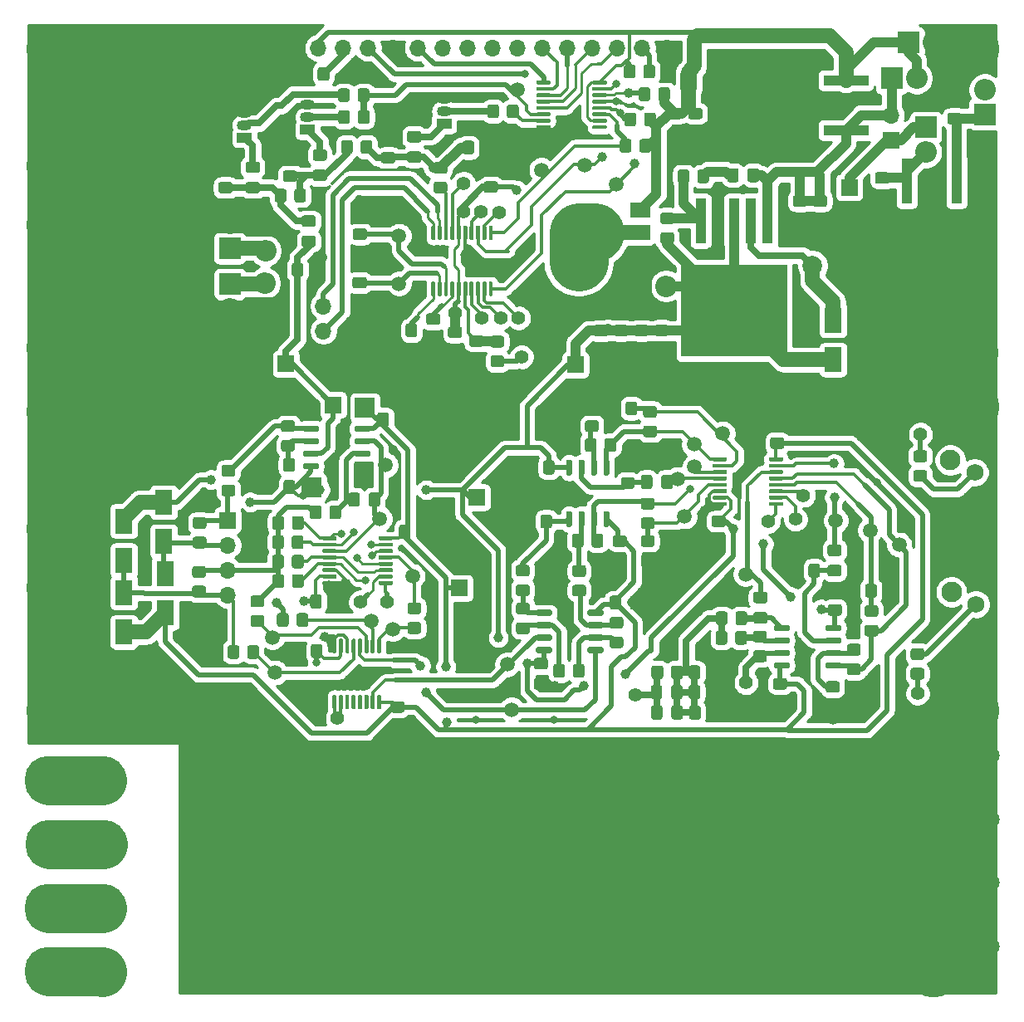
<source format=gbr>
%TF.GenerationSoftware,KiCad,Pcbnew,5.1.8-5.1.8*%
%TF.CreationDate,2022-02-25T22:11:04+08:00*%
%TF.ProjectId,lcr_2,6c63725f-322e-46b6-9963-61645f706362,rev?*%
%TF.SameCoordinates,Original*%
%TF.FileFunction,Copper,L1,Top*%
%TF.FilePolarity,Positive*%
%FSLAX46Y46*%
G04 Gerber Fmt 4.6, Leading zero omitted, Abs format (unit mm)*
G04 Created by KiCad (PCBNEW 5.1.8-5.1.8) date 2022-02-25 22:11:04*
%MOMM*%
%LPD*%
G01*
G04 APERTURE LIST*
%TA.AperFunction,SMDPad,CuDef*%
%ADD10C,1.500000*%
%TD*%
%TA.AperFunction,ComponentPad*%
%ADD11R,1.700000X1.700000*%
%TD*%
%TA.AperFunction,ComponentPad*%
%ADD12C,1.400000*%
%TD*%
%TA.AperFunction,SMDPad,CuDef*%
%ADD13R,1.800000X2.500000*%
%TD*%
%TA.AperFunction,SMDPad,CuDef*%
%ADD14R,2.000000X2.000000*%
%TD*%
%TA.AperFunction,ComponentPad*%
%ADD15O,1.700000X1.700000*%
%TD*%
%TA.AperFunction,ComponentPad*%
%ADD16C,5.000000*%
%TD*%
%TA.AperFunction,ComponentPad*%
%ADD17O,2.200000X2.200000*%
%TD*%
%TA.AperFunction,ComponentPad*%
%ADD18R,2.200000X2.200000*%
%TD*%
%TA.AperFunction,ComponentPad*%
%ADD19C,1.800000*%
%TD*%
%TA.AperFunction,ComponentPad*%
%ADD20C,1.500000*%
%TD*%
%TA.AperFunction,SMDPad,CuDef*%
%ADD21R,10.800000X9.400000*%
%TD*%
%TA.AperFunction,SMDPad,CuDef*%
%ADD22R,1.100000X4.600000*%
%TD*%
%TA.AperFunction,SMDPad,CuDef*%
%ADD23R,2.000000X1.500000*%
%TD*%
%TA.AperFunction,SMDPad,CuDef*%
%ADD24R,2.000000X3.800000*%
%TD*%
%TA.AperFunction,SMDPad,CuDef*%
%ADD25R,9.400000X10.800000*%
%TD*%
%TA.AperFunction,SMDPad,CuDef*%
%ADD26R,4.600000X1.100000*%
%TD*%
%TA.AperFunction,ComponentPad*%
%ADD27C,2.100000*%
%TD*%
%TA.AperFunction,ComponentPad*%
%ADD28C,1.750000*%
%TD*%
%TA.AperFunction,ComponentPad*%
%ADD29R,1.500000X1.050000*%
%TD*%
%TA.AperFunction,ComponentPad*%
%ADD30O,1.500000X1.050000*%
%TD*%
%TA.AperFunction,ComponentPad*%
%ADD31C,2.000000*%
%TD*%
%TA.AperFunction,ViaPad*%
%ADD32C,1.000000*%
%TD*%
%TA.AperFunction,ViaPad*%
%ADD33C,0.800000*%
%TD*%
%TA.AperFunction,ViaPad*%
%ADD34C,1.500000*%
%TD*%
%TA.AperFunction,Conductor*%
%ADD35C,5.000000*%
%TD*%
%TA.AperFunction,Conductor*%
%ADD36C,0.350000*%
%TD*%
%TA.AperFunction,Conductor*%
%ADD37C,0.500000*%
%TD*%
%TA.AperFunction,Conductor*%
%ADD38C,1.500000*%
%TD*%
%TA.AperFunction,Conductor*%
%ADD39C,3.000000*%
%TD*%
%TA.AperFunction,Conductor*%
%ADD40C,1.000000*%
%TD*%
%TA.AperFunction,Conductor*%
%ADD41C,0.700000*%
%TD*%
%TA.AperFunction,Conductor*%
%ADD42C,0.300000*%
%TD*%
%TA.AperFunction,Conductor*%
%ADD43C,0.250000*%
%TD*%
%TA.AperFunction,Conductor*%
%ADD44C,6.000000*%
%TD*%
%TA.AperFunction,Conductor*%
%ADD45C,0.254000*%
%TD*%
%TA.AperFunction,Conductor*%
%ADD46C,0.100000*%
%TD*%
G04 APERTURE END LIST*
D10*
%TO.P,REF\u002A\u002A,1*%
%TO.N,N/C*%
X167519000Y-102170000D03*
%TD*%
%TO.P,REF\u002A\u002A,1*%
%TO.N,N/C*%
X164004000Y-101168000D03*
%TD*%
%TO.P,REF\u002A\u002A,1*%
%TO.N,N/C*%
X170484000Y-103616000D03*
%TD*%
%TO.P,REF\u002A\u002A,1*%
%TO.N,N/C*%
X154821000Y-106643000D03*
%TD*%
%TO.P,REF\u002A\u002A,1*%
%TO.N,N/C*%
X131586000Y-57260000D03*
%TD*%
%TO.P,REF\u002A\u002A,1*%
%TO.N,N/C*%
X141610000Y-66903000D03*
%TD*%
%TO.P,REF\u002A\u002A,1*%
%TO.N,N/C*%
X138407000Y-64922000D03*
%TD*%
%TO.P,REF\u002A\u002A,1*%
%TO.N,N/C*%
X134009000Y-65407000D03*
%TD*%
D11*
%TO.P,J1,1*%
%TO.N,+5V*%
X125665000Y-108043000D03*
%TD*%
%TO.P,J2,1*%
%TO.N,-5V*%
X127433000Y-98797000D03*
%TD*%
D12*
%TO.P,REF\u002A\u002A,1*%
%TO.N,/DIO*%
X172345000Y-118795000D03*
%TD*%
%TO.P,REF\u002A\u002A,1*%
%TO.N,/CLK*%
X172649000Y-92371000D03*
%TD*%
%TO.P,REF\u002A\u002A,1*%
%TO.N,+3V3*%
X143550000Y-118909000D03*
%TD*%
%TO.P,REF\u002A\u002A,1*%
%TO.N,/ADC*%
X154875000Y-117703000D03*
%TD*%
%TO.P,REF\u002A\u002A,1*%
%TO.N,/PA1_4053_11_S1_3bei*%
X160721000Y-98599000D03*
%TD*%
%TO.P,REF\u002A\u002A,1*%
%TO.N,/PA2_4053_10_S2_6bei*%
X159910000Y-101037000D03*
%TD*%
%TO.P,REF\u002A\u002A,1*%
%TO.N,/PA3_4053_9_S3_10bei*%
X157130000Y-101252000D03*
%TD*%
D10*
%TO.P,REF\u002A\u002A,1*%
%TO.N,N/C*%
X148606000Y-100752000D03*
%TD*%
%TO.P,REF\u002A\u002A,1*%
%TO.N,N/C*%
X147928000Y-96920000D03*
%TD*%
%TO.P,REF\u002A\u002A,1*%
%TO.N,N/C*%
X149611000Y-95655000D03*
%TD*%
%TO.P,REF\u002A\u002A,1*%
%TO.N,N/C*%
X149558000Y-93398000D03*
%TD*%
%TO.P,REF\u002A\u002A,1*%
%TO.N,N/C*%
X152485000Y-92293000D03*
%TD*%
%TO.P,REF\u002A\u002A,1*%
%TO.N,N/C*%
X130971000Y-120452000D03*
%TD*%
%TO.P,REF\u002A\u002A,1*%
%TO.N,N/C*%
X130506000Y-115835000D03*
%TD*%
D12*
%TO.P,REF\u002A\u002A,1*%
%TO.N,/PB1_4053_9_10_S2_S3*%
X113214000Y-121347000D03*
%TD*%
D10*
%TO.P,REF\u002A\u002A,1*%
%TO.N,N/C*%
X116671000Y-111419000D03*
%TD*%
%TO.P,REF\u002A\u002A,1*%
%TO.N,N/C*%
X106585000Y-113067000D03*
%TD*%
%TO.P,REF\u002A\u002A,1*%
%TO.N,N/C*%
X106862000Y-116672000D03*
%TD*%
%TO.P,REF\u002A\u002A,1*%
%TO.N,N/C*%
X118865000Y-112214000D03*
%TD*%
%TO.P,REF\u002A\u002A,1*%
%TO.N,N/C*%
X120869000Y-106835000D03*
%TD*%
D12*
%TO.P,REF\u002A\u002A,1*%
%TO.N,/PA6_4052_9_B*%
X118287000Y-109489000D03*
%TD*%
%TO.P,REF\u002A\u002A,1*%
%TO.N,/PA9_4052_10_A*%
X115576000Y-109473000D03*
%TD*%
D13*
%TO.P,D1,2*%
%TO.N,-5V*%
X95507000Y-99299000D03*
%TO.P,D1,1*%
%TO.N,/HP*%
X95507000Y-103299000D03*
%TD*%
D10*
%TO.P,REF\u002A\u002A,1*%
%TO.N,N/C*%
X117515000Y-100990000D03*
%TD*%
%TO.P,REF\u002A\u002A,1*%
%TO.N,N/C*%
X118127000Y-95502000D03*
%TD*%
D14*
%TO.P,REF\u002A\u002A,1*%
%TO.N,+5V*%
X116018000Y-89649000D03*
%TD*%
%TO.P,REF\u002A\u002A,1*%
%TO.N,-5V*%
X110582000Y-97767000D03*
%TD*%
D11*
%TO.P,J7,1*%
%TO.N,Net-(C3-Pad2)*%
X112772000Y-89375000D03*
%TD*%
D15*
%TO.P,REF\u002A\u002A,4*%
%TO.N,/LP*%
X102012000Y-108763000D03*
%TO.P,REF\u002A\u002A,3*%
%TO.N,/LC*%
X102012000Y-106223000D03*
%TO.P,REF\u002A\u002A,2*%
%TO.N,/HP*%
X102012000Y-103683000D03*
D11*
%TO.P,REF\u002A\u002A,1*%
%TO.N,/HC*%
X102012000Y-101143000D03*
%TD*%
D12*
%TO.P,REF\u002A\u002A,1*%
%TO.N,/ADC*%
X131983000Y-84473000D03*
%TD*%
%TO.P,REF\u002A\u002A,1*%
%TO.N,/PA3_4053_9_S3_10bei*%
X131674000Y-80513000D03*
%TD*%
%TO.P,REF\u002A\u002A,1*%
%TO.N,/PA2_4053_10_S2_6bei*%
X129839000Y-80493000D03*
%TD*%
%TO.P,REF\u002A\u002A,1*%
%TO.N,/PA1_4053_11_S1_3bei*%
X127941000Y-80493000D03*
%TD*%
%TO.P,REF\u002A\u002A,1*%
%TO.N,/PA9_4052_10_A*%
X126058000Y-66768000D03*
%TD*%
%TO.P,REF\u002A\u002A,1*%
%TO.N,/PB1_4053_9_10_S2_S3*%
X127864000Y-69700000D03*
%TD*%
%TO.P,REF\u002A\u002A,1*%
%TO.N,/PA6_4052_9_B*%
X129699000Y-69716000D03*
%TD*%
%TO.P,REF\u002A\u002A,1*%
%TO.N,+3V3*%
X125246000Y-80031000D03*
%TD*%
%TO.P,REF\u002A\u002A,1*%
%TO.N,+3V3*%
X126072000Y-69677000D03*
%TD*%
D15*
%TO.P,J4,3*%
%TO.N,/DIO*%
X111786000Y-79278000D03*
%TO.P,J4,2*%
%TO.N,/CLK*%
X111786000Y-81818000D03*
D11*
%TO.P,J4,1*%
%TO.N,GND*%
X111786000Y-84358000D03*
%TD*%
D16*
%TO.P,REF\u002A\u002A,1*%
%TO.N,GND*%
X103230000Y-120639000D03*
%TD*%
%TO.P,REF\u002A\u002A,1*%
%TO.N,GND*%
X178209000Y-120562000D03*
%TD*%
%TO.P,REF\u002A\u002A,1*%
%TO.N,GND*%
X178238000Y-89559000D03*
%TD*%
%TO.P,REF\u002A\u002A,1*%
%TO.N,GND*%
X103261000Y-89606000D03*
%TD*%
%TO.P,REF\u002A\u002A,1*%
%TO.N,GND*%
X103186000Y-84113000D03*
%TD*%
D17*
%TO.P,D14,2*%
%TO.N,/LP*%
X105863000Y-73670000D03*
D18*
%TO.P,D14,1*%
%TO.N,GND*%
X105863000Y-71130000D03*
%TD*%
D17*
%TO.P,D13,2*%
%TO.N,GND*%
X102234000Y-70859000D03*
D18*
%TO.P,D13,1*%
%TO.N,/LP*%
X102234000Y-73399000D03*
%TD*%
D17*
%TO.P,D12,2*%
%TO.N,/HP*%
X105784000Y-76953000D03*
D18*
%TO.P,D12,1*%
%TO.N,GND*%
X105784000Y-79493000D03*
%TD*%
D17*
%TO.P,D11,2*%
%TO.N,GND*%
X102263000Y-79588000D03*
D18*
%TO.P,D11,1*%
%TO.N,/HP*%
X102263000Y-77048000D03*
%TD*%
D17*
%TO.P,D10,2*%
%TO.N,-5V*%
X146684000Y-77250000D03*
D18*
%TO.P,D10,1*%
%TO.N,GND*%
X144144000Y-77250000D03*
%TD*%
D17*
%TO.P,D9,2*%
%TO.N,Net-(C19-Pad1)*%
X173204000Y-63599000D03*
D18*
%TO.P,D9,1*%
%TO.N,Net-(BT1-Pad1)*%
X173204000Y-61059000D03*
%TD*%
D17*
%TO.P,D8,2*%
%TO.N,+12V*%
X179201000Y-57205000D03*
D18*
%TO.P,D8,1*%
%TO.N,Net-(C4-Pad1)*%
X179201000Y-59745000D03*
%TD*%
D17*
%TO.P,D7,2*%
%TO.N,GND*%
X173974000Y-52395000D03*
D18*
%TO.P,D7,1*%
%TO.N,+5V*%
X171434000Y-52395000D03*
%TD*%
D17*
%TO.P,D5,2*%
%TO.N,+5V*%
X172255000Y-56060000D03*
D18*
%TO.P,D5,1*%
%TO.N,+9V*%
X169715000Y-56060000D03*
%TD*%
D15*
%TO.P,DS1,16*%
%TO.N,GND*%
X146801000Y-52975000D03*
%TO.P,DS1,15*%
%TO.N,Net-(DS1-Pad15)*%
X144261000Y-52975000D03*
%TO.P,DS1,14*%
%TO.N,Net-(DS1-Pad14)*%
X141721000Y-52975000D03*
%TO.P,DS1,13*%
%TO.N,Net-(DS1-Pad13)*%
X139181000Y-52975000D03*
%TO.P,DS1,12*%
%TO.N,Net-(DS1-Pad12)*%
X136641000Y-52975000D03*
%TO.P,DS1,11*%
%TO.N,Net-(DS1-Pad11)*%
X134101000Y-52975000D03*
%TO.P,DS1,10*%
%TO.N,Net-(DS1-Pad10)*%
X131561000Y-52975000D03*
%TO.P,DS1,9*%
%TO.N,Net-(DS1-Pad9)*%
X129021000Y-52975000D03*
%TO.P,DS1,8*%
%TO.N,Net-(DS1-Pad8)*%
X126481000Y-52975000D03*
%TO.P,DS1,7*%
%TO.N,Net-(DS1-Pad7)*%
X123941000Y-52975000D03*
%TO.P,DS1,6*%
%TO.N,Net-(DS1-Pad6)*%
X121401000Y-52975000D03*
%TO.P,DS1,5*%
%TO.N,GND*%
X118861000Y-52975000D03*
%TO.P,DS1,4*%
%TO.N,Net-(DS1-Pad4)*%
X116321000Y-52975000D03*
%TO.P,DS1,3*%
%TO.N,Net-(DS1-Pad3)*%
X113781000Y-52975000D03*
%TO.P,DS1,2*%
%TO.N,+5V*%
X111241000Y-52975000D03*
D11*
%TO.P,DS1,1*%
%TO.N,GND*%
X108701000Y-52975000D03*
%TD*%
%TO.P,REF\u002A\u002A,1*%
%TO.N,GND*%
X149079000Y-127061000D03*
%TD*%
%TO.P,REF\u002A\u002A,1*%
%TO.N,GND*%
X118544000Y-127208000D03*
%TD*%
%TO.P,REF\u002A\u002A,1*%
%TO.N,GND*%
X129314000Y-127176000D03*
%TD*%
D16*
%TO.P,REF\u002A\u002A,1*%
%TO.N,GND*%
X173941000Y-127798000D03*
%TD*%
D19*
%TO.P,REF\u002A\u002A,1*%
%TO.N,GND*%
X179798000Y-125104000D03*
%TD*%
D11*
%TO.P,REF\u002A\u002A,1*%
%TO.N,GND*%
X108286000Y-127280000D03*
%TD*%
%TO.P,REF\u002A\u002A,1*%
%TO.N,GND*%
X159294000Y-127194000D03*
%TD*%
D16*
%TO.P,REF\u002A\u002A,1*%
%TO.N,N/C*%
X89225000Y-127694000D03*
%TD*%
D11*
%TO.P,REF\u002A\u002A,1*%
%TO.N,GND*%
X138821000Y-127133000D03*
%TD*%
%TO.P,REF\u002A\u002A,1*%
%TO.N,GND*%
X98779000Y-127323000D03*
%TD*%
D16*
%TO.P,REF\u002A\u002A,1*%
%TO.N,N/C*%
X83796000Y-127658000D03*
%TD*%
D11*
%TO.P,REF\u002A\u002A,1*%
%TO.N,GND*%
X98832000Y-133836000D03*
%TD*%
%TO.P,REF\u002A\u002A,1*%
%TO.N,GND*%
X159347000Y-133707000D03*
%TD*%
%TO.P,REF\u002A\u002A,1*%
%TO.N,GND*%
X118597000Y-133721000D03*
%TD*%
%TO.P,REF\u002A\u002A,1*%
%TO.N,GND*%
X108339000Y-133793000D03*
%TD*%
D16*
%TO.P,REF\u002A\u002A,1*%
%TO.N,N/C*%
X83849000Y-134171000D03*
%TD*%
%TO.P,REF\u002A\u002A,1*%
%TO.N,N/C*%
X89278000Y-134207000D03*
%TD*%
%TO.P,REF\u002A\u002A,1*%
%TO.N,GND*%
X173994000Y-134311000D03*
%TD*%
D19*
%TO.P,REF\u002A\u002A,1*%
%TO.N,GND*%
X179851000Y-131617000D03*
%TD*%
D11*
%TO.P,REF\u002A\u002A,1*%
%TO.N,GND*%
X149132000Y-133574000D03*
%TD*%
%TO.P,REF\u002A\u002A,1*%
%TO.N,GND*%
X129367000Y-133689000D03*
%TD*%
%TO.P,REF\u002A\u002A,1*%
%TO.N,GND*%
X138874000Y-133646000D03*
%TD*%
%TO.P,REF\u002A\u002A,1*%
%TO.N,GND*%
X118577000Y-140224000D03*
%TD*%
%TO.P,REF\u002A\u002A,1*%
%TO.N,GND*%
X138854000Y-140149000D03*
%TD*%
%TO.P,REF\u002A\u002A,1*%
%TO.N,GND*%
X98812000Y-140339000D03*
%TD*%
D16*
%TO.P,REF\u002A\u002A,1*%
%TO.N,N/C*%
X89258000Y-140710000D03*
%TD*%
%TO.P,REF\u002A\u002A,1*%
%TO.N,GND*%
X173974000Y-140814000D03*
%TD*%
D11*
%TO.P,REF\u002A\u002A,1*%
%TO.N,GND*%
X129347000Y-140192000D03*
%TD*%
D16*
%TO.P,REF\u002A\u002A,1*%
%TO.N,N/C*%
X83829000Y-140674000D03*
%TD*%
D11*
%TO.P,REF\u002A\u002A,1*%
%TO.N,GND*%
X108319000Y-140296000D03*
%TD*%
%TO.P,REF\u002A\u002A,1*%
%TO.N,GND*%
X159327000Y-140210000D03*
%TD*%
%TO.P,REF\u002A\u002A,1*%
%TO.N,GND*%
X149112000Y-140077000D03*
%TD*%
D19*
%TO.P,REF\u002A\u002A,1*%
%TO.N,GND*%
X179831000Y-138120000D03*
%TD*%
D16*
%TO.P,REF\u002A\u002A,1*%
%TO.N,GND*%
X173955000Y-147320000D03*
%TD*%
D11*
%TO.P,REF\u002A\u002A,1*%
%TO.N,GND*%
X159308000Y-146716000D03*
%TD*%
%TO.P,REF\u002A\u002A,1*%
%TO.N,GND*%
X129328000Y-146698000D03*
%TD*%
%TO.P,REF\u002A\u002A,1*%
%TO.N,GND*%
X149093000Y-146583000D03*
%TD*%
%TO.P,REF\u002A\u002A,1*%
%TO.N,GND*%
X138835000Y-146655000D03*
%TD*%
%TO.P,REF\u002A\u002A,1*%
%TO.N,GND*%
X118558000Y-146730000D03*
%TD*%
%TO.P,REF\u002A\u002A,1*%
%TO.N,GND*%
X108300000Y-146802000D03*
%TD*%
D16*
%TO.P,REF\u002A\u002A,1*%
%TO.N,N/C*%
X89239000Y-147216000D03*
%TD*%
D19*
%TO.P,REF\u002A\u002A,1*%
%TO.N,GND*%
X179812000Y-144626000D03*
%TD*%
D16*
%TO.P,REF\u002A\u002A,1*%
%TO.N,N/C*%
X83810000Y-147180000D03*
%TD*%
D11*
%TO.P,REF\u002A\u002A,1*%
%TO.N,GND*%
X98793000Y-146845000D03*
%TD*%
D16*
%TO.P,REF\u002A\u002A,1*%
%TO.N,GND*%
X83960000Y-102000000D03*
%TD*%
%TO.P,REF\u002A\u002A,1*%
%TO.N,GND*%
X84000000Y-120540000D03*
%TD*%
%TO.P,REF\u002A\u002A,1*%
%TO.N,GND*%
X97500000Y-120540000D03*
%TD*%
%TO.P,REF\u002A\u002A,1*%
%TO.N,GND*%
X84000000Y-90040000D03*
%TD*%
%TO.P,REF\u002A\u002A,1*%
%TO.N,GND*%
X83960000Y-108000000D03*
%TD*%
%TO.P,REF\u002A\u002A,1*%
%TO.N,GND*%
X97500000Y-90040000D03*
%TD*%
%TO.P,REF\u002A\u002A,1*%
%TO.N,GND*%
X84000000Y-83540000D03*
%TD*%
%TO.P,REF\u002A\u002A,1*%
%TO.N,GND*%
X97500000Y-83540000D03*
%TD*%
%TO.P,REF\u002A\u002A,1*%
%TO.N,GND*%
X97500000Y-53040000D03*
%TD*%
%TO.P,REF\u002A\u002A,1*%
%TO.N,GND*%
X84000000Y-53040000D03*
%TD*%
%TO.P,REF\u002A\u002A,1*%
%TO.N,GND*%
X83960000Y-71000000D03*
%TD*%
%TO.P,REF\u002A\u002A,1*%
%TO.N,GND*%
X83960000Y-65000000D03*
%TD*%
%TO.P,REF\u002A\u002A,1*%
%TO.N,GND*%
X178165000Y-84036000D03*
%TD*%
%TO.P,REF\u002A\u002A,1*%
%TO.N,GND*%
X178194000Y-53033000D03*
%TD*%
%TO.P,REF\u002A\u002A,1*%
%TO.N,GND*%
X103217000Y-53080000D03*
%TD*%
D20*
%TO.P,Y1,2*%
%TO.N,Net-(C41-Pad2)*%
X119478000Y-77009000D03*
%TO.P,Y1,1*%
%TO.N,Net-(C42-Pad1)*%
X119478000Y-72129000D03*
%TD*%
D21*
%TO.P,U13,2*%
%TO.N,GND*%
X173786000Y-75703000D03*
D22*
%TO.P,U13,3*%
%TO.N,Net-(C19-Pad1)*%
X171246000Y-66553000D03*
%TO.P,U13,1*%
%TO.N,Net-(C4-Pad1)*%
X176326000Y-66553000D03*
%TD*%
%TO.P,U12,20*%
%TO.N,/CLK*%
%TA.AperFunction,SMDPad,CuDef*%
G36*
G01*
X123086000Y-72552000D02*
X122886000Y-72552000D01*
G75*
G02*
X122786000Y-72452000I0J100000D01*
G01*
X122786000Y-71177000D01*
G75*
G02*
X122886000Y-71077000I100000J0D01*
G01*
X123086000Y-71077000D01*
G75*
G02*
X123186000Y-71177000I0J-100000D01*
G01*
X123186000Y-72452000D01*
G75*
G02*
X123086000Y-72552000I-100000J0D01*
G01*
G37*
%TD.AperFunction*%
%TO.P,U12,19*%
%TO.N,/DIO*%
%TA.AperFunction,SMDPad,CuDef*%
G36*
G01*
X123736000Y-72552000D02*
X123536000Y-72552000D01*
G75*
G02*
X123436000Y-72452000I0J100000D01*
G01*
X123436000Y-71177000D01*
G75*
G02*
X123536000Y-71077000I100000J0D01*
G01*
X123736000Y-71077000D01*
G75*
G02*
X123836000Y-71177000I0J-100000D01*
G01*
X123836000Y-72452000D01*
G75*
G02*
X123736000Y-72552000I-100000J0D01*
G01*
G37*
%TD.AperFunction*%
%TO.P,U12,18*%
%TO.N,/SPWM*%
%TA.AperFunction,SMDPad,CuDef*%
G36*
G01*
X124386000Y-72552000D02*
X124186000Y-72552000D01*
G75*
G02*
X124086000Y-72452000I0J100000D01*
G01*
X124086000Y-71177000D01*
G75*
G02*
X124186000Y-71077000I100000J0D01*
G01*
X124386000Y-71077000D01*
G75*
G02*
X124486000Y-71177000I0J-100000D01*
G01*
X124486000Y-72452000D01*
G75*
G02*
X124386000Y-72552000I-100000J0D01*
G01*
G37*
%TD.AperFunction*%
%TO.P,U12,17*%
%TO.N,/PA9_4052_10_A*%
%TA.AperFunction,SMDPad,CuDef*%
G36*
G01*
X125036000Y-72552000D02*
X124836000Y-72552000D01*
G75*
G02*
X124736000Y-72452000I0J100000D01*
G01*
X124736000Y-71177000D01*
G75*
G02*
X124836000Y-71077000I100000J0D01*
G01*
X125036000Y-71077000D01*
G75*
G02*
X125136000Y-71177000I0J-100000D01*
G01*
X125136000Y-72452000D01*
G75*
G02*
X125036000Y-72552000I-100000J0D01*
G01*
G37*
%TD.AperFunction*%
%TO.P,U12,16*%
%TO.N,+3V3*%
%TA.AperFunction,SMDPad,CuDef*%
G36*
G01*
X125686000Y-72552000D02*
X125486000Y-72552000D01*
G75*
G02*
X125386000Y-72452000I0J100000D01*
G01*
X125386000Y-71177000D01*
G75*
G02*
X125486000Y-71077000I100000J0D01*
G01*
X125686000Y-71077000D01*
G75*
G02*
X125786000Y-71177000I0J-100000D01*
G01*
X125786000Y-72452000D01*
G75*
G02*
X125686000Y-72552000I-100000J0D01*
G01*
G37*
%TD.AperFunction*%
%TO.P,U12,15*%
%TO.N,GND*%
%TA.AperFunction,SMDPad,CuDef*%
G36*
G01*
X126336000Y-72552000D02*
X126136000Y-72552000D01*
G75*
G02*
X126036000Y-72452000I0J100000D01*
G01*
X126036000Y-71177000D01*
G75*
G02*
X126136000Y-71077000I100000J0D01*
G01*
X126336000Y-71077000D01*
G75*
G02*
X126436000Y-71177000I0J-100000D01*
G01*
X126436000Y-72452000D01*
G75*
G02*
X126336000Y-72552000I-100000J0D01*
G01*
G37*
%TD.AperFunction*%
%TO.P,U12,14*%
%TO.N,/PB1_4053_9_10_S2_S3*%
%TA.AperFunction,SMDPad,CuDef*%
G36*
G01*
X126986000Y-72552000D02*
X126786000Y-72552000D01*
G75*
G02*
X126686000Y-72452000I0J100000D01*
G01*
X126686000Y-71177000D01*
G75*
G02*
X126786000Y-71077000I100000J0D01*
G01*
X126986000Y-71077000D01*
G75*
G02*
X127086000Y-71177000I0J-100000D01*
G01*
X127086000Y-72452000D01*
G75*
G02*
X126986000Y-72552000I-100000J0D01*
G01*
G37*
%TD.AperFunction*%
%TO.P,U12,13*%
%TO.N,/PA7_SPI1_MOSI_74HC595_14_SER*%
%TA.AperFunction,SMDPad,CuDef*%
G36*
G01*
X127636000Y-72552000D02*
X127436000Y-72552000D01*
G75*
G02*
X127336000Y-72452000I0J100000D01*
G01*
X127336000Y-71177000D01*
G75*
G02*
X127436000Y-71077000I100000J0D01*
G01*
X127636000Y-71077000D01*
G75*
G02*
X127736000Y-71177000I0J-100000D01*
G01*
X127736000Y-72452000D01*
G75*
G02*
X127636000Y-72552000I-100000J0D01*
G01*
G37*
%TD.AperFunction*%
%TO.P,U12,12*%
%TO.N,/PA6_4052_9_B*%
%TA.AperFunction,SMDPad,CuDef*%
G36*
G01*
X128286000Y-72552000D02*
X128086000Y-72552000D01*
G75*
G02*
X127986000Y-72452000I0J100000D01*
G01*
X127986000Y-71177000D01*
G75*
G02*
X128086000Y-71077000I100000J0D01*
G01*
X128286000Y-71077000D01*
G75*
G02*
X128386000Y-71177000I0J-100000D01*
G01*
X128386000Y-72452000D01*
G75*
G02*
X128286000Y-72552000I-100000J0D01*
G01*
G37*
%TD.AperFunction*%
%TO.P,U12,11*%
%TO.N,/PA5_SPI1_SCK_74HC595_11_SRCLK*%
%TA.AperFunction,SMDPad,CuDef*%
G36*
G01*
X128936000Y-72552000D02*
X128736000Y-72552000D01*
G75*
G02*
X128636000Y-72452000I0J100000D01*
G01*
X128636000Y-71177000D01*
G75*
G02*
X128736000Y-71077000I100000J0D01*
G01*
X128936000Y-71077000D01*
G75*
G02*
X129036000Y-71177000I0J-100000D01*
G01*
X129036000Y-72452000D01*
G75*
G02*
X128936000Y-72552000I-100000J0D01*
G01*
G37*
%TD.AperFunction*%
%TO.P,U12,10*%
%TO.N,/PA4_SPI1_NSS_74HC595_12_RCLK*%
%TA.AperFunction,SMDPad,CuDef*%
G36*
G01*
X128936000Y-78277000D02*
X128736000Y-78277000D01*
G75*
G02*
X128636000Y-78177000I0J100000D01*
G01*
X128636000Y-76902000D01*
G75*
G02*
X128736000Y-76802000I100000J0D01*
G01*
X128936000Y-76802000D01*
G75*
G02*
X129036000Y-76902000I0J-100000D01*
G01*
X129036000Y-78177000D01*
G75*
G02*
X128936000Y-78277000I-100000J0D01*
G01*
G37*
%TD.AperFunction*%
%TO.P,U12,9*%
%TO.N,/PA3_4053_9_S3_10bei*%
%TA.AperFunction,SMDPad,CuDef*%
G36*
G01*
X128286000Y-78277000D02*
X128086000Y-78277000D01*
G75*
G02*
X127986000Y-78177000I0J100000D01*
G01*
X127986000Y-76902000D01*
G75*
G02*
X128086000Y-76802000I100000J0D01*
G01*
X128286000Y-76802000D01*
G75*
G02*
X128386000Y-76902000I0J-100000D01*
G01*
X128386000Y-78177000D01*
G75*
G02*
X128286000Y-78277000I-100000J0D01*
G01*
G37*
%TD.AperFunction*%
%TO.P,U12,8*%
%TO.N,/PA2_4053_10_S2_6bei*%
%TA.AperFunction,SMDPad,CuDef*%
G36*
G01*
X127636000Y-78277000D02*
X127436000Y-78277000D01*
G75*
G02*
X127336000Y-78177000I0J100000D01*
G01*
X127336000Y-76902000D01*
G75*
G02*
X127436000Y-76802000I100000J0D01*
G01*
X127636000Y-76802000D01*
G75*
G02*
X127736000Y-76902000I0J-100000D01*
G01*
X127736000Y-78177000D01*
G75*
G02*
X127636000Y-78277000I-100000J0D01*
G01*
G37*
%TD.AperFunction*%
%TO.P,U12,7*%
%TO.N,/PA1_4053_11_S1_3bei*%
%TA.AperFunction,SMDPad,CuDef*%
G36*
G01*
X126986000Y-78277000D02*
X126786000Y-78277000D01*
G75*
G02*
X126686000Y-78177000I0J100000D01*
G01*
X126686000Y-76902000D01*
G75*
G02*
X126786000Y-76802000I100000J0D01*
G01*
X126986000Y-76802000D01*
G75*
G02*
X127086000Y-76902000I0J-100000D01*
G01*
X127086000Y-78177000D01*
G75*
G02*
X126986000Y-78277000I-100000J0D01*
G01*
G37*
%TD.AperFunction*%
%TO.P,U12,6*%
%TO.N,/PA0_ADC*%
%TA.AperFunction,SMDPad,CuDef*%
G36*
G01*
X126336000Y-78277000D02*
X126136000Y-78277000D01*
G75*
G02*
X126036000Y-78177000I0J100000D01*
G01*
X126036000Y-76902000D01*
G75*
G02*
X126136000Y-76802000I100000J0D01*
G01*
X126336000Y-76802000D01*
G75*
G02*
X126436000Y-76902000I0J-100000D01*
G01*
X126436000Y-78177000D01*
G75*
G02*
X126336000Y-78277000I-100000J0D01*
G01*
G37*
%TD.AperFunction*%
%TO.P,U12,5*%
%TO.N,+3V3*%
%TA.AperFunction,SMDPad,CuDef*%
G36*
G01*
X125686000Y-78277000D02*
X125486000Y-78277000D01*
G75*
G02*
X125386000Y-78177000I0J100000D01*
G01*
X125386000Y-76902000D01*
G75*
G02*
X125486000Y-76802000I100000J0D01*
G01*
X125686000Y-76802000D01*
G75*
G02*
X125786000Y-76902000I0J-100000D01*
G01*
X125786000Y-78177000D01*
G75*
G02*
X125686000Y-78277000I-100000J0D01*
G01*
G37*
%TD.AperFunction*%
%TO.P,U12,4*%
%TO.N,Net-(C43-Pad1)*%
%TA.AperFunction,SMDPad,CuDef*%
G36*
G01*
X125036000Y-78277000D02*
X124836000Y-78277000D01*
G75*
G02*
X124736000Y-78177000I0J100000D01*
G01*
X124736000Y-76902000D01*
G75*
G02*
X124836000Y-76802000I100000J0D01*
G01*
X125036000Y-76802000D01*
G75*
G02*
X125136000Y-76902000I0J-100000D01*
G01*
X125136000Y-78177000D01*
G75*
G02*
X125036000Y-78277000I-100000J0D01*
G01*
G37*
%TD.AperFunction*%
%TO.P,U12,3*%
%TO.N,Net-(C42-Pad1)*%
%TA.AperFunction,SMDPad,CuDef*%
G36*
G01*
X124386000Y-78277000D02*
X124186000Y-78277000D01*
G75*
G02*
X124086000Y-78177000I0J100000D01*
G01*
X124086000Y-76902000D01*
G75*
G02*
X124186000Y-76802000I100000J0D01*
G01*
X124386000Y-76802000D01*
G75*
G02*
X124486000Y-76902000I0J-100000D01*
G01*
X124486000Y-78177000D01*
G75*
G02*
X124386000Y-78277000I-100000J0D01*
G01*
G37*
%TD.AperFunction*%
%TO.P,U12,2*%
%TO.N,Net-(C41-Pad2)*%
%TA.AperFunction,SMDPad,CuDef*%
G36*
G01*
X123736000Y-78277000D02*
X123536000Y-78277000D01*
G75*
G02*
X123436000Y-78177000I0J100000D01*
G01*
X123436000Y-76902000D01*
G75*
G02*
X123536000Y-76802000I100000J0D01*
G01*
X123736000Y-76802000D01*
G75*
G02*
X123836000Y-76902000I0J-100000D01*
G01*
X123836000Y-78177000D01*
G75*
G02*
X123736000Y-78277000I-100000J0D01*
G01*
G37*
%TD.AperFunction*%
%TO.P,U12,1*%
%TO.N,Net-(R48-Pad1)*%
%TA.AperFunction,SMDPad,CuDef*%
G36*
G01*
X123086000Y-78277000D02*
X122886000Y-78277000D01*
G75*
G02*
X122786000Y-78177000I0J100000D01*
G01*
X122786000Y-76902000D01*
G75*
G02*
X122886000Y-76802000I100000J0D01*
G01*
X123086000Y-76802000D01*
G75*
G02*
X123186000Y-76902000I0J-100000D01*
G01*
X123186000Y-78177000D01*
G75*
G02*
X123086000Y-78277000I-100000J0D01*
G01*
G37*
%TD.AperFunction*%
%TD*%
%TO.P,U11,16*%
%TO.N,+5V*%
%TA.AperFunction,SMDPad,CuDef*%
G36*
G01*
X139190000Y-56587000D02*
X139190000Y-56387000D01*
G75*
G02*
X139290000Y-56287000I100000J0D01*
G01*
X140565000Y-56287000D01*
G75*
G02*
X140665000Y-56387000I0J-100000D01*
G01*
X140665000Y-56587000D01*
G75*
G02*
X140565000Y-56687000I-100000J0D01*
G01*
X139290000Y-56687000D01*
G75*
G02*
X139190000Y-56587000I0J100000D01*
G01*
G37*
%TD.AperFunction*%
%TO.P,U11,15*%
%TO.N,Net-(DS1-Pad4)*%
%TA.AperFunction,SMDPad,CuDef*%
G36*
G01*
X139190000Y-57237000D02*
X139190000Y-57037000D01*
G75*
G02*
X139290000Y-56937000I100000J0D01*
G01*
X140565000Y-56937000D01*
G75*
G02*
X140665000Y-57037000I0J-100000D01*
G01*
X140665000Y-57237000D01*
G75*
G02*
X140565000Y-57337000I-100000J0D01*
G01*
X139290000Y-57337000D01*
G75*
G02*
X139190000Y-57237000I0J100000D01*
G01*
G37*
%TD.AperFunction*%
%TO.P,U11,14*%
%TO.N,/PA7_SPI1_MOSI_74HC595_14_SER*%
%TA.AperFunction,SMDPad,CuDef*%
G36*
G01*
X139190000Y-57887000D02*
X139190000Y-57687000D01*
G75*
G02*
X139290000Y-57587000I100000J0D01*
G01*
X140565000Y-57587000D01*
G75*
G02*
X140665000Y-57687000I0J-100000D01*
G01*
X140665000Y-57887000D01*
G75*
G02*
X140565000Y-57987000I-100000J0D01*
G01*
X139290000Y-57987000D01*
G75*
G02*
X139190000Y-57887000I0J100000D01*
G01*
G37*
%TD.AperFunction*%
%TO.P,U11,13*%
%TO.N,GND*%
%TA.AperFunction,SMDPad,CuDef*%
G36*
G01*
X139190000Y-58537000D02*
X139190000Y-58337000D01*
G75*
G02*
X139290000Y-58237000I100000J0D01*
G01*
X140565000Y-58237000D01*
G75*
G02*
X140665000Y-58337000I0J-100000D01*
G01*
X140665000Y-58537000D01*
G75*
G02*
X140565000Y-58637000I-100000J0D01*
G01*
X139290000Y-58637000D01*
G75*
G02*
X139190000Y-58537000I0J100000D01*
G01*
G37*
%TD.AperFunction*%
%TO.P,U11,12*%
%TO.N,/PA4_SPI1_NSS_74HC595_12_RCLK*%
%TA.AperFunction,SMDPad,CuDef*%
G36*
G01*
X139190000Y-59187000D02*
X139190000Y-58987000D01*
G75*
G02*
X139290000Y-58887000I100000J0D01*
G01*
X140565000Y-58887000D01*
G75*
G02*
X140665000Y-58987000I0J-100000D01*
G01*
X140665000Y-59187000D01*
G75*
G02*
X140565000Y-59287000I-100000J0D01*
G01*
X139290000Y-59287000D01*
G75*
G02*
X139190000Y-59187000I0J100000D01*
G01*
G37*
%TD.AperFunction*%
%TO.P,U11,11*%
%TO.N,/PA5_SPI1_SCK_74HC595_11_SRCLK*%
%TA.AperFunction,SMDPad,CuDef*%
G36*
G01*
X139190000Y-59837000D02*
X139190000Y-59637000D01*
G75*
G02*
X139290000Y-59537000I100000J0D01*
G01*
X140565000Y-59537000D01*
G75*
G02*
X140665000Y-59637000I0J-100000D01*
G01*
X140665000Y-59837000D01*
G75*
G02*
X140565000Y-59937000I-100000J0D01*
G01*
X139290000Y-59937000D01*
G75*
G02*
X139190000Y-59837000I0J100000D01*
G01*
G37*
%TD.AperFunction*%
%TO.P,U11,10*%
%TO.N,+5V*%
%TA.AperFunction,SMDPad,CuDef*%
G36*
G01*
X139190000Y-60487000D02*
X139190000Y-60287000D01*
G75*
G02*
X139290000Y-60187000I100000J0D01*
G01*
X140565000Y-60187000D01*
G75*
G02*
X140665000Y-60287000I0J-100000D01*
G01*
X140665000Y-60487000D01*
G75*
G02*
X140565000Y-60587000I-100000J0D01*
G01*
X139290000Y-60587000D01*
G75*
G02*
X139190000Y-60487000I0J100000D01*
G01*
G37*
%TD.AperFunction*%
%TO.P,U11,9*%
%TO.N,Net-(U11-Pad9)*%
%TA.AperFunction,SMDPad,CuDef*%
G36*
G01*
X139190000Y-61137000D02*
X139190000Y-60937000D01*
G75*
G02*
X139290000Y-60837000I100000J0D01*
G01*
X140565000Y-60837000D01*
G75*
G02*
X140665000Y-60937000I0J-100000D01*
G01*
X140665000Y-61137000D01*
G75*
G02*
X140565000Y-61237000I-100000J0D01*
G01*
X139290000Y-61237000D01*
G75*
G02*
X139190000Y-61137000I0J100000D01*
G01*
G37*
%TD.AperFunction*%
%TO.P,U11,8*%
%TO.N,GND*%
%TA.AperFunction,SMDPad,CuDef*%
G36*
G01*
X133465000Y-61137000D02*
X133465000Y-60937000D01*
G75*
G02*
X133565000Y-60837000I100000J0D01*
G01*
X134840000Y-60837000D01*
G75*
G02*
X134940000Y-60937000I0J-100000D01*
G01*
X134940000Y-61137000D01*
G75*
G02*
X134840000Y-61237000I-100000J0D01*
G01*
X133565000Y-61237000D01*
G75*
G02*
X133465000Y-61137000I0J100000D01*
G01*
G37*
%TD.AperFunction*%
%TO.P,U11,7*%
%TO.N,/hc595_shuai_jian*%
%TA.AperFunction,SMDPad,CuDef*%
G36*
G01*
X133465000Y-60487000D02*
X133465000Y-60287000D01*
G75*
G02*
X133565000Y-60187000I100000J0D01*
G01*
X134840000Y-60187000D01*
G75*
G02*
X134940000Y-60287000I0J-100000D01*
G01*
X134940000Y-60487000D01*
G75*
G02*
X134840000Y-60587000I-100000J0D01*
G01*
X133565000Y-60587000D01*
G75*
G02*
X133465000Y-60487000I0J100000D01*
G01*
G37*
%TD.AperFunction*%
%TO.P,U11,6*%
%TO.N,/hc595_shuai_jian1*%
%TA.AperFunction,SMDPad,CuDef*%
G36*
G01*
X133465000Y-59837000D02*
X133465000Y-59637000D01*
G75*
G02*
X133565000Y-59537000I100000J0D01*
G01*
X134840000Y-59537000D01*
G75*
G02*
X134940000Y-59637000I0J-100000D01*
G01*
X134940000Y-59837000D01*
G75*
G02*
X134840000Y-59937000I-100000J0D01*
G01*
X133565000Y-59937000D01*
G75*
G02*
X133465000Y-59837000I0J100000D01*
G01*
G37*
%TD.AperFunction*%
%TO.P,U11,5*%
%TO.N,Net-(DS1-Pad14)*%
%TA.AperFunction,SMDPad,CuDef*%
G36*
G01*
X133465000Y-59187000D02*
X133465000Y-58987000D01*
G75*
G02*
X133565000Y-58887000I100000J0D01*
G01*
X134840000Y-58887000D01*
G75*
G02*
X134940000Y-58987000I0J-100000D01*
G01*
X134940000Y-59187000D01*
G75*
G02*
X134840000Y-59287000I-100000J0D01*
G01*
X133565000Y-59287000D01*
G75*
G02*
X133465000Y-59187000I0J100000D01*
G01*
G37*
%TD.AperFunction*%
%TO.P,U11,4*%
%TO.N,Net-(DS1-Pad13)*%
%TA.AperFunction,SMDPad,CuDef*%
G36*
G01*
X133465000Y-58537000D02*
X133465000Y-58337000D01*
G75*
G02*
X133565000Y-58237000I100000J0D01*
G01*
X134840000Y-58237000D01*
G75*
G02*
X134940000Y-58337000I0J-100000D01*
G01*
X134940000Y-58537000D01*
G75*
G02*
X134840000Y-58637000I-100000J0D01*
G01*
X133565000Y-58637000D01*
G75*
G02*
X133465000Y-58537000I0J100000D01*
G01*
G37*
%TD.AperFunction*%
%TO.P,U11,3*%
%TO.N,Net-(DS1-Pad12)*%
%TA.AperFunction,SMDPad,CuDef*%
G36*
G01*
X133465000Y-57887000D02*
X133465000Y-57687000D01*
G75*
G02*
X133565000Y-57587000I100000J0D01*
G01*
X134840000Y-57587000D01*
G75*
G02*
X134940000Y-57687000I0J-100000D01*
G01*
X134940000Y-57887000D01*
G75*
G02*
X134840000Y-57987000I-100000J0D01*
G01*
X133565000Y-57987000D01*
G75*
G02*
X133465000Y-57887000I0J100000D01*
G01*
G37*
%TD.AperFunction*%
%TO.P,U11,2*%
%TO.N,Net-(DS1-Pad11)*%
%TA.AperFunction,SMDPad,CuDef*%
G36*
G01*
X133465000Y-57237000D02*
X133465000Y-57037000D01*
G75*
G02*
X133565000Y-56937000I100000J0D01*
G01*
X134840000Y-56937000D01*
G75*
G02*
X134940000Y-57037000I0J-100000D01*
G01*
X134940000Y-57237000D01*
G75*
G02*
X134840000Y-57337000I-100000J0D01*
G01*
X133565000Y-57337000D01*
G75*
G02*
X133465000Y-57237000I0J100000D01*
G01*
G37*
%TD.AperFunction*%
%TO.P,U11,1*%
%TO.N,Net-(DS1-Pad6)*%
%TA.AperFunction,SMDPad,CuDef*%
G36*
G01*
X133465000Y-56587000D02*
X133465000Y-56387000D01*
G75*
G02*
X133565000Y-56287000I100000J0D01*
G01*
X134840000Y-56287000D01*
G75*
G02*
X134940000Y-56387000I0J-100000D01*
G01*
X134940000Y-56587000D01*
G75*
G02*
X134840000Y-56687000I-100000J0D01*
G01*
X133565000Y-56687000D01*
G75*
G02*
X133465000Y-56587000I0J100000D01*
G01*
G37*
%TD.AperFunction*%
%TD*%
%TO.P,U10,8*%
%TO.N,+5V*%
%TA.AperFunction,SMDPad,CuDef*%
G36*
G01*
X159330000Y-115807000D02*
X159330000Y-116107000D01*
G75*
G02*
X159180000Y-116257000I-150000J0D01*
G01*
X157830000Y-116257000D01*
G75*
G02*
X157680000Y-116107000I0J150000D01*
G01*
X157680000Y-115807000D01*
G75*
G02*
X157830000Y-115657000I150000J0D01*
G01*
X159180000Y-115657000D01*
G75*
G02*
X159330000Y-115807000I0J-150000D01*
G01*
G37*
%TD.AperFunction*%
%TO.P,U10,7*%
%TO.N,/ADC*%
%TA.AperFunction,SMDPad,CuDef*%
G36*
G01*
X159330000Y-114537000D02*
X159330000Y-114837000D01*
G75*
G02*
X159180000Y-114987000I-150000J0D01*
G01*
X157830000Y-114987000D01*
G75*
G02*
X157680000Y-114837000I0J150000D01*
G01*
X157680000Y-114537000D01*
G75*
G02*
X157830000Y-114387000I150000J0D01*
G01*
X159180000Y-114387000D01*
G75*
G02*
X159330000Y-114537000I0J-150000D01*
G01*
G37*
%TD.AperFunction*%
%TO.P,U10,6*%
%TO.N,Net-(R21-Pad1)*%
%TA.AperFunction,SMDPad,CuDef*%
G36*
G01*
X159330000Y-113267000D02*
X159330000Y-113567000D01*
G75*
G02*
X159180000Y-113717000I-150000J0D01*
G01*
X157830000Y-113717000D01*
G75*
G02*
X157680000Y-113567000I0J150000D01*
G01*
X157680000Y-113267000D01*
G75*
G02*
X157830000Y-113117000I150000J0D01*
G01*
X159180000Y-113117000D01*
G75*
G02*
X159330000Y-113267000I0J-150000D01*
G01*
G37*
%TD.AperFunction*%
%TO.P,U10,5*%
%TO.N,Net-(C15-Pad1)*%
%TA.AperFunction,SMDPad,CuDef*%
G36*
G01*
X159330000Y-111997000D02*
X159330000Y-112297000D01*
G75*
G02*
X159180000Y-112447000I-150000J0D01*
G01*
X157830000Y-112447000D01*
G75*
G02*
X157680000Y-112297000I0J150000D01*
G01*
X157680000Y-111997000D01*
G75*
G02*
X157830000Y-111847000I150000J0D01*
G01*
X159180000Y-111847000D01*
G75*
G02*
X159330000Y-111997000I0J-150000D01*
G01*
G37*
%TD.AperFunction*%
%TO.P,U10,4*%
%TO.N,-5V*%
%TA.AperFunction,SMDPad,CuDef*%
G36*
G01*
X164580000Y-111997000D02*
X164580000Y-112297000D01*
G75*
G02*
X164430000Y-112447000I-150000J0D01*
G01*
X163080000Y-112447000D01*
G75*
G02*
X162930000Y-112297000I0J150000D01*
G01*
X162930000Y-111997000D01*
G75*
G02*
X163080000Y-111847000I150000J0D01*
G01*
X164430000Y-111847000D01*
G75*
G02*
X164580000Y-111997000I0J-150000D01*
G01*
G37*
%TD.AperFunction*%
%TO.P,U10,3*%
%TO.N,Net-(C48-Pad1)*%
%TA.AperFunction,SMDPad,CuDef*%
G36*
G01*
X164580000Y-113267000D02*
X164580000Y-113567000D01*
G75*
G02*
X164430000Y-113717000I-150000J0D01*
G01*
X163080000Y-113717000D01*
G75*
G02*
X162930000Y-113567000I0J150000D01*
G01*
X162930000Y-113267000D01*
G75*
G02*
X163080000Y-113117000I150000J0D01*
G01*
X164430000Y-113117000D01*
G75*
G02*
X164580000Y-113267000I0J-150000D01*
G01*
G37*
%TD.AperFunction*%
%TO.P,U10,2*%
%TO.N,Net-(R35-Pad1)*%
%TA.AperFunction,SMDPad,CuDef*%
G36*
G01*
X164580000Y-114537000D02*
X164580000Y-114837000D01*
G75*
G02*
X164430000Y-114987000I-150000J0D01*
G01*
X163080000Y-114987000D01*
G75*
G02*
X162930000Y-114837000I0J150000D01*
G01*
X162930000Y-114537000D01*
G75*
G02*
X163080000Y-114387000I150000J0D01*
G01*
X164430000Y-114387000D01*
G75*
G02*
X164580000Y-114537000I0J-150000D01*
G01*
G37*
%TD.AperFunction*%
%TO.P,U10,1*%
%TO.N,Net-(R37-Pad2)*%
%TA.AperFunction,SMDPad,CuDef*%
G36*
G01*
X164580000Y-115807000D02*
X164580000Y-116107000D01*
G75*
G02*
X164430000Y-116257000I-150000J0D01*
G01*
X163080000Y-116257000D01*
G75*
G02*
X162930000Y-116107000I0J150000D01*
G01*
X162930000Y-115807000D01*
G75*
G02*
X163080000Y-115657000I150000J0D01*
G01*
X164430000Y-115657000D01*
G75*
G02*
X164580000Y-115807000I0J-150000D01*
G01*
G37*
%TD.AperFunction*%
%TD*%
%TO.P,U9,16*%
%TO.N,+5V*%
%TA.AperFunction,SMDPad,CuDef*%
G36*
G01*
X157184000Y-95019000D02*
X157184000Y-94819000D01*
G75*
G02*
X157284000Y-94719000I100000J0D01*
G01*
X158559000Y-94719000D01*
G75*
G02*
X158659000Y-94819000I0J-100000D01*
G01*
X158659000Y-95019000D01*
G75*
G02*
X158559000Y-95119000I-100000J0D01*
G01*
X157284000Y-95119000D01*
G75*
G02*
X157184000Y-95019000I0J100000D01*
G01*
G37*
%TD.AperFunction*%
%TO.P,U9,15*%
%TO.N,Net-(C48-Pad2)*%
%TA.AperFunction,SMDPad,CuDef*%
G36*
G01*
X157184000Y-95669000D02*
X157184000Y-95469000D01*
G75*
G02*
X157284000Y-95369000I100000J0D01*
G01*
X158559000Y-95369000D01*
G75*
G02*
X158659000Y-95469000I0J-100000D01*
G01*
X158659000Y-95669000D01*
G75*
G02*
X158559000Y-95769000I-100000J0D01*
G01*
X157284000Y-95769000D01*
G75*
G02*
X157184000Y-95669000I0J100000D01*
G01*
G37*
%TD.AperFunction*%
%TO.P,U9,14*%
%TO.N,Net-(C15-Pad2)*%
%TA.AperFunction,SMDPad,CuDef*%
G36*
G01*
X157184000Y-96319000D02*
X157184000Y-96119000D01*
G75*
G02*
X157284000Y-96019000I100000J0D01*
G01*
X158559000Y-96019000D01*
G75*
G02*
X158659000Y-96119000I0J-100000D01*
G01*
X158659000Y-96319000D01*
G75*
G02*
X158559000Y-96419000I-100000J0D01*
G01*
X157284000Y-96419000D01*
G75*
G02*
X157184000Y-96319000I0J100000D01*
G01*
G37*
%TD.AperFunction*%
%TO.P,U9,13*%
%TO.N,Net-(R37-Pad2)*%
%TA.AperFunction,SMDPad,CuDef*%
G36*
G01*
X157184000Y-96969000D02*
X157184000Y-96769000D01*
G75*
G02*
X157284000Y-96669000I100000J0D01*
G01*
X158559000Y-96669000D01*
G75*
G02*
X158659000Y-96769000I0J-100000D01*
G01*
X158659000Y-96969000D01*
G75*
G02*
X158559000Y-97069000I-100000J0D01*
G01*
X157284000Y-97069000D01*
G75*
G02*
X157184000Y-96969000I0J100000D01*
G01*
G37*
%TD.AperFunction*%
%TO.P,U9,12*%
%TO.N,Net-(R54-Pad2)*%
%TA.AperFunction,SMDPad,CuDef*%
G36*
G01*
X157184000Y-97619000D02*
X157184000Y-97419000D01*
G75*
G02*
X157284000Y-97319000I100000J0D01*
G01*
X158559000Y-97319000D01*
G75*
G02*
X158659000Y-97419000I0J-100000D01*
G01*
X158659000Y-97619000D01*
G75*
G02*
X158559000Y-97719000I-100000J0D01*
G01*
X157284000Y-97719000D01*
G75*
G02*
X157184000Y-97619000I0J100000D01*
G01*
G37*
%TD.AperFunction*%
%TO.P,U9,11*%
%TO.N,/PA1_4053_11_S1_3bei*%
%TA.AperFunction,SMDPad,CuDef*%
G36*
G01*
X157184000Y-98269000D02*
X157184000Y-98069000D01*
G75*
G02*
X157284000Y-97969000I100000J0D01*
G01*
X158559000Y-97969000D01*
G75*
G02*
X158659000Y-98069000I0J-100000D01*
G01*
X158659000Y-98269000D01*
G75*
G02*
X158559000Y-98369000I-100000J0D01*
G01*
X157284000Y-98369000D01*
G75*
G02*
X157184000Y-98269000I0J100000D01*
G01*
G37*
%TD.AperFunction*%
%TO.P,U9,10*%
%TO.N,/PA2_4053_10_S2_6bei*%
%TA.AperFunction,SMDPad,CuDef*%
G36*
G01*
X157184000Y-98919000D02*
X157184000Y-98719000D01*
G75*
G02*
X157284000Y-98619000I100000J0D01*
G01*
X158559000Y-98619000D01*
G75*
G02*
X158659000Y-98719000I0J-100000D01*
G01*
X158659000Y-98919000D01*
G75*
G02*
X158559000Y-99019000I-100000J0D01*
G01*
X157284000Y-99019000D01*
G75*
G02*
X157184000Y-98919000I0J100000D01*
G01*
G37*
%TD.AperFunction*%
%TO.P,U9,9*%
%TO.N,/PA3_4053_9_S3_10bei*%
%TA.AperFunction,SMDPad,CuDef*%
G36*
G01*
X157184000Y-99569000D02*
X157184000Y-99369000D01*
G75*
G02*
X157284000Y-99269000I100000J0D01*
G01*
X158559000Y-99269000D01*
G75*
G02*
X158659000Y-99369000I0J-100000D01*
G01*
X158659000Y-99569000D01*
G75*
G02*
X158559000Y-99669000I-100000J0D01*
G01*
X157284000Y-99669000D01*
G75*
G02*
X157184000Y-99569000I0J100000D01*
G01*
G37*
%TD.AperFunction*%
%TO.P,U9,8*%
%TO.N,GND*%
%TA.AperFunction,SMDPad,CuDef*%
G36*
G01*
X151459000Y-99569000D02*
X151459000Y-99369000D01*
G75*
G02*
X151559000Y-99269000I100000J0D01*
G01*
X152834000Y-99269000D01*
G75*
G02*
X152934000Y-99369000I0J-100000D01*
G01*
X152934000Y-99569000D01*
G75*
G02*
X152834000Y-99669000I-100000J0D01*
G01*
X151559000Y-99669000D01*
G75*
G02*
X151459000Y-99569000I0J100000D01*
G01*
G37*
%TD.AperFunction*%
%TO.P,U9,7*%
%TO.N,-5V*%
%TA.AperFunction,SMDPad,CuDef*%
G36*
G01*
X151459000Y-98919000D02*
X151459000Y-98719000D01*
G75*
G02*
X151559000Y-98619000I100000J0D01*
G01*
X152834000Y-98619000D01*
G75*
G02*
X152934000Y-98719000I0J-100000D01*
G01*
X152934000Y-98919000D01*
G75*
G02*
X152834000Y-99019000I-100000J0D01*
G01*
X151559000Y-99019000D01*
G75*
G02*
X151459000Y-98919000I0J100000D01*
G01*
G37*
%TD.AperFunction*%
%TO.P,U9,6*%
%TO.N,GND*%
%TA.AperFunction,SMDPad,CuDef*%
G36*
G01*
X151459000Y-98269000D02*
X151459000Y-98069000D01*
G75*
G02*
X151559000Y-97969000I100000J0D01*
G01*
X152834000Y-97969000D01*
G75*
G02*
X152934000Y-98069000I0J-100000D01*
G01*
X152934000Y-98269000D01*
G75*
G02*
X152834000Y-98369000I-100000J0D01*
G01*
X151559000Y-98369000D01*
G75*
G02*
X151459000Y-98269000I0J100000D01*
G01*
G37*
%TD.AperFunction*%
%TO.P,U9,5*%
%TO.N,Net-(R38-Pad2)*%
%TA.AperFunction,SMDPad,CuDef*%
G36*
G01*
X151459000Y-97619000D02*
X151459000Y-97419000D01*
G75*
G02*
X151559000Y-97319000I100000J0D01*
G01*
X152834000Y-97319000D01*
G75*
G02*
X152934000Y-97419000I0J-100000D01*
G01*
X152934000Y-97619000D01*
G75*
G02*
X152834000Y-97719000I-100000J0D01*
G01*
X151559000Y-97719000D01*
G75*
G02*
X151459000Y-97619000I0J100000D01*
G01*
G37*
%TD.AperFunction*%
%TO.P,U9,4*%
%TO.N,Net-(C14-Pad2)*%
%TA.AperFunction,SMDPad,CuDef*%
G36*
G01*
X151459000Y-96969000D02*
X151459000Y-96769000D01*
G75*
G02*
X151559000Y-96669000I100000J0D01*
G01*
X152834000Y-96669000D01*
G75*
G02*
X152934000Y-96769000I0J-100000D01*
G01*
X152934000Y-96969000D01*
G75*
G02*
X152834000Y-97069000I-100000J0D01*
G01*
X151559000Y-97069000D01*
G75*
G02*
X151459000Y-96969000I0J100000D01*
G01*
G37*
%TD.AperFunction*%
%TO.P,U9,3*%
%TO.N,Net-(R27-Pad1)*%
%TA.AperFunction,SMDPad,CuDef*%
G36*
G01*
X151459000Y-96319000D02*
X151459000Y-96119000D01*
G75*
G02*
X151559000Y-96019000I100000J0D01*
G01*
X152834000Y-96019000D01*
G75*
G02*
X152934000Y-96119000I0J-100000D01*
G01*
X152934000Y-96319000D01*
G75*
G02*
X152834000Y-96419000I-100000J0D01*
G01*
X151559000Y-96419000D01*
G75*
G02*
X151459000Y-96319000I0J100000D01*
G01*
G37*
%TD.AperFunction*%
%TO.P,U9,2*%
%TO.N,/4053_2*%
%TA.AperFunction,SMDPad,CuDef*%
G36*
G01*
X151459000Y-95669000D02*
X151459000Y-95469000D01*
G75*
G02*
X151559000Y-95369000I100000J0D01*
G01*
X152834000Y-95369000D01*
G75*
G02*
X152934000Y-95469000I0J-100000D01*
G01*
X152934000Y-95669000D01*
G75*
G02*
X152834000Y-95769000I-100000J0D01*
G01*
X151559000Y-95769000D01*
G75*
G02*
X151459000Y-95669000I0J100000D01*
G01*
G37*
%TD.AperFunction*%
%TO.P,U9,1*%
%TO.N,/4053_1*%
%TA.AperFunction,SMDPad,CuDef*%
G36*
G01*
X151459000Y-95019000D02*
X151459000Y-94819000D01*
G75*
G02*
X151559000Y-94719000I100000J0D01*
G01*
X152834000Y-94719000D01*
G75*
G02*
X152934000Y-94819000I0J-100000D01*
G01*
X152934000Y-95019000D01*
G75*
G02*
X152834000Y-95119000I-100000J0D01*
G01*
X151559000Y-95119000D01*
G75*
G02*
X151459000Y-95019000I0J100000D01*
G01*
G37*
%TD.AperFunction*%
%TD*%
D23*
%TO.P,U8,1*%
%TO.N,GND*%
X144097000Y-74113000D03*
%TO.P,U8,3*%
%TO.N,+5V*%
X144097000Y-69513000D03*
%TO.P,U8,2*%
%TO.N,+3V3*%
X144097000Y-71813000D03*
D24*
X137797000Y-71813000D03*
%TD*%
%TO.P,U7,8*%
%TO.N,+5V*%
%TA.AperFunction,SMDPad,CuDef*%
G36*
G01*
X140475000Y-100192000D02*
X140775000Y-100192000D01*
G75*
G02*
X140925000Y-100342000I0J-150000D01*
G01*
X140925000Y-101692000D01*
G75*
G02*
X140775000Y-101842000I-150000J0D01*
G01*
X140475000Y-101842000D01*
G75*
G02*
X140325000Y-101692000I0J150000D01*
G01*
X140325000Y-100342000D01*
G75*
G02*
X140475000Y-100192000I150000J0D01*
G01*
G37*
%TD.AperFunction*%
%TO.P,U7,7*%
%TO.N,Net-(R27-Pad1)*%
%TA.AperFunction,SMDPad,CuDef*%
G36*
G01*
X139205000Y-100192000D02*
X139505000Y-100192000D01*
G75*
G02*
X139655000Y-100342000I0J-150000D01*
G01*
X139655000Y-101692000D01*
G75*
G02*
X139505000Y-101842000I-150000J0D01*
G01*
X139205000Y-101842000D01*
G75*
G02*
X139055000Y-101692000I0J150000D01*
G01*
X139055000Y-100342000D01*
G75*
G02*
X139205000Y-100192000I150000J0D01*
G01*
G37*
%TD.AperFunction*%
%TO.P,U7,6*%
%TO.N,Net-(R24-Pad1)*%
%TA.AperFunction,SMDPad,CuDef*%
G36*
G01*
X137935000Y-100192000D02*
X138235000Y-100192000D01*
G75*
G02*
X138385000Y-100342000I0J-150000D01*
G01*
X138385000Y-101692000D01*
G75*
G02*
X138235000Y-101842000I-150000J0D01*
G01*
X137935000Y-101842000D01*
G75*
G02*
X137785000Y-101692000I0J150000D01*
G01*
X137785000Y-100342000D01*
G75*
G02*
X137935000Y-100192000I150000J0D01*
G01*
G37*
%TD.AperFunction*%
%TO.P,U7,5*%
%TO.N,Net-(R23-Pad1)*%
%TA.AperFunction,SMDPad,CuDef*%
G36*
G01*
X136665000Y-100192000D02*
X136965000Y-100192000D01*
G75*
G02*
X137115000Y-100342000I0J-150000D01*
G01*
X137115000Y-101692000D01*
G75*
G02*
X136965000Y-101842000I-150000J0D01*
G01*
X136665000Y-101842000D01*
G75*
G02*
X136515000Y-101692000I0J150000D01*
G01*
X136515000Y-100342000D01*
G75*
G02*
X136665000Y-100192000I150000J0D01*
G01*
G37*
%TD.AperFunction*%
%TO.P,U7,4*%
%TO.N,-5V*%
%TA.AperFunction,SMDPad,CuDef*%
G36*
G01*
X136665000Y-94942000D02*
X136965000Y-94942000D01*
G75*
G02*
X137115000Y-95092000I0J-150000D01*
G01*
X137115000Y-96442000D01*
G75*
G02*
X136965000Y-96592000I-150000J0D01*
G01*
X136665000Y-96592000D01*
G75*
G02*
X136515000Y-96442000I0J150000D01*
G01*
X136515000Y-95092000D01*
G75*
G02*
X136665000Y-94942000I150000J0D01*
G01*
G37*
%TD.AperFunction*%
%TO.P,U7,3*%
%TO.N,Net-(C14-Pad1)*%
%TA.AperFunction,SMDPad,CuDef*%
G36*
G01*
X137935000Y-94942000D02*
X138235000Y-94942000D01*
G75*
G02*
X138385000Y-95092000I0J-150000D01*
G01*
X138385000Y-96442000D01*
G75*
G02*
X138235000Y-96592000I-150000J0D01*
G01*
X137935000Y-96592000D01*
G75*
G02*
X137785000Y-96442000I0J150000D01*
G01*
X137785000Y-95092000D01*
G75*
G02*
X137935000Y-94942000I150000J0D01*
G01*
G37*
%TD.AperFunction*%
%TO.P,U7,2*%
%TO.N,Net-(R30-Pad2)*%
%TA.AperFunction,SMDPad,CuDef*%
G36*
G01*
X139205000Y-94942000D02*
X139505000Y-94942000D01*
G75*
G02*
X139655000Y-95092000I0J-150000D01*
G01*
X139655000Y-96442000D01*
G75*
G02*
X139505000Y-96592000I-150000J0D01*
G01*
X139205000Y-96592000D01*
G75*
G02*
X139055000Y-96442000I0J150000D01*
G01*
X139055000Y-95092000D01*
G75*
G02*
X139205000Y-94942000I150000J0D01*
G01*
G37*
%TD.AperFunction*%
%TO.P,U7,1*%
%TO.N,/4053_1*%
%TA.AperFunction,SMDPad,CuDef*%
G36*
G01*
X140475000Y-94942000D02*
X140775000Y-94942000D01*
G75*
G02*
X140925000Y-95092000I0J-150000D01*
G01*
X140925000Y-96442000D01*
G75*
G02*
X140775000Y-96592000I-150000J0D01*
G01*
X140475000Y-96592000D01*
G75*
G02*
X140325000Y-96442000I0J150000D01*
G01*
X140325000Y-95092000D01*
G75*
G02*
X140475000Y-94942000I150000J0D01*
G01*
G37*
%TD.AperFunction*%
%TD*%
D25*
%TO.P,U6,2*%
%TO.N,GND*%
X155894000Y-58811000D03*
D26*
%TO.P,U6,3*%
%TO.N,+5V*%
X165044000Y-56271000D03*
%TO.P,U6,1*%
%TO.N,+9V*%
X165044000Y-61351000D03*
%TD*%
D21*
%TO.P,U5,3*%
%TO.N,-5V*%
X153651000Y-79750000D03*
D22*
%TO.P,U5,5*%
%TO.N,Net-(R13-Pad1)*%
X150251000Y-70600000D03*
%TO.P,U5,4*%
%TO.N,GND*%
X151951000Y-70600000D03*
%TO.P,U5,3*%
%TO.N,-5V*%
X153651000Y-70600000D03*
%TO.P,U5,2*%
%TO.N,Net-(D6-Pad1)*%
X155351000Y-70600000D03*
%TO.P,U5,1*%
%TO.N,+9V*%
X157051000Y-70600000D03*
%TD*%
%TO.P,U4,8*%
%TO.N,+5V*%
%TA.AperFunction,SMDPad,CuDef*%
G36*
G01*
X138694028Y-110711348D02*
X138694028Y-110411348D01*
G75*
G02*
X138844028Y-110261348I150000J0D01*
G01*
X140194028Y-110261348D01*
G75*
G02*
X140344028Y-110411348I0J-150000D01*
G01*
X140344028Y-110711348D01*
G75*
G02*
X140194028Y-110861348I-150000J0D01*
G01*
X138844028Y-110861348D01*
G75*
G02*
X138694028Y-110711348I0J150000D01*
G01*
G37*
%TD.AperFunction*%
%TO.P,U4,7*%
%TO.N,Net-(R24-Pad2)*%
%TA.AperFunction,SMDPad,CuDef*%
G36*
G01*
X138694028Y-111981348D02*
X138694028Y-111681348D01*
G75*
G02*
X138844028Y-111531348I150000J0D01*
G01*
X140194028Y-111531348D01*
G75*
G02*
X140344028Y-111681348I0J-150000D01*
G01*
X140344028Y-111981348D01*
G75*
G02*
X140194028Y-112131348I-150000J0D01*
G01*
X138844028Y-112131348D01*
G75*
G02*
X138694028Y-111981348I0J150000D01*
G01*
G37*
%TD.AperFunction*%
%TO.P,U4,6*%
%TO.N,Net-(R33-Pad1)*%
%TA.AperFunction,SMDPad,CuDef*%
G36*
G01*
X138694028Y-113251348D02*
X138694028Y-112951348D01*
G75*
G02*
X138844028Y-112801348I150000J0D01*
G01*
X140194028Y-112801348D01*
G75*
G02*
X140344028Y-112951348I0J-150000D01*
G01*
X140344028Y-113251348D01*
G75*
G02*
X140194028Y-113401348I-150000J0D01*
G01*
X138844028Y-113401348D01*
G75*
G02*
X138694028Y-113251348I0J150000D01*
G01*
G37*
%TD.AperFunction*%
%TO.P,U4,5*%
%TO.N,Net-(U2-Pad4)*%
%TA.AperFunction,SMDPad,CuDef*%
G36*
G01*
X138694028Y-114521348D02*
X138694028Y-114221348D01*
G75*
G02*
X138844028Y-114071348I150000J0D01*
G01*
X140194028Y-114071348D01*
G75*
G02*
X140344028Y-114221348I0J-150000D01*
G01*
X140344028Y-114521348D01*
G75*
G02*
X140194028Y-114671348I-150000J0D01*
G01*
X138844028Y-114671348D01*
G75*
G02*
X138694028Y-114521348I0J150000D01*
G01*
G37*
%TD.AperFunction*%
%TO.P,U4,4*%
%TO.N,-5V*%
%TA.AperFunction,SMDPad,CuDef*%
G36*
G01*
X133444028Y-114521348D02*
X133444028Y-114221348D01*
G75*
G02*
X133594028Y-114071348I150000J0D01*
G01*
X134944028Y-114071348D01*
G75*
G02*
X135094028Y-114221348I0J-150000D01*
G01*
X135094028Y-114521348D01*
G75*
G02*
X134944028Y-114671348I-150000J0D01*
G01*
X133594028Y-114671348D01*
G75*
G02*
X133444028Y-114521348I0J150000D01*
G01*
G37*
%TD.AperFunction*%
%TO.P,U4,3*%
%TO.N,Net-(U2-Pad15)*%
%TA.AperFunction,SMDPad,CuDef*%
G36*
G01*
X133444028Y-113251348D02*
X133444028Y-112951348D01*
G75*
G02*
X133594028Y-112801348I150000J0D01*
G01*
X134944028Y-112801348D01*
G75*
G02*
X135094028Y-112951348I0J-150000D01*
G01*
X135094028Y-113251348D01*
G75*
G02*
X134944028Y-113401348I-150000J0D01*
G01*
X133594028Y-113401348D01*
G75*
G02*
X133444028Y-113251348I0J150000D01*
G01*
G37*
%TD.AperFunction*%
%TO.P,U4,2*%
%TO.N,Net-(R33-Pad2)*%
%TA.AperFunction,SMDPad,CuDef*%
G36*
G01*
X133444028Y-111981348D02*
X133444028Y-111681348D01*
G75*
G02*
X133594028Y-111531348I150000J0D01*
G01*
X134944028Y-111531348D01*
G75*
G02*
X135094028Y-111681348I0J-150000D01*
G01*
X135094028Y-111981348D01*
G75*
G02*
X134944028Y-112131348I-150000J0D01*
G01*
X133594028Y-112131348D01*
G75*
G02*
X133444028Y-111981348I0J150000D01*
G01*
G37*
%TD.AperFunction*%
%TO.P,U4,1*%
%TO.N,Net-(R23-Pad2)*%
%TA.AperFunction,SMDPad,CuDef*%
G36*
G01*
X133444028Y-110711348D02*
X133444028Y-110411348D01*
G75*
G02*
X133594028Y-110261348I150000J0D01*
G01*
X134944028Y-110261348D01*
G75*
G02*
X135094028Y-110411348I0J-150000D01*
G01*
X135094028Y-110711348D01*
G75*
G02*
X134944028Y-110861348I-150000J0D01*
G01*
X133594028Y-110861348D01*
G75*
G02*
X133444028Y-110711348I0J150000D01*
G01*
G37*
%TD.AperFunction*%
%TD*%
%TO.P,U3,16*%
%TO.N,+5V*%
%TA.AperFunction,SMDPad,CuDef*%
G36*
G01*
X117387000Y-103079000D02*
X117387000Y-102879000D01*
G75*
G02*
X117487000Y-102779000I100000J0D01*
G01*
X118762000Y-102779000D01*
G75*
G02*
X118862000Y-102879000I0J-100000D01*
G01*
X118862000Y-103079000D01*
G75*
G02*
X118762000Y-103179000I-100000J0D01*
G01*
X117487000Y-103179000D01*
G75*
G02*
X117387000Y-103079000I0J100000D01*
G01*
G37*
%TD.AperFunction*%
%TO.P,U3,15*%
%TO.N,Net-(R8-Pad2)*%
%TA.AperFunction,SMDPad,CuDef*%
G36*
G01*
X117387000Y-103729000D02*
X117387000Y-103529000D01*
G75*
G02*
X117487000Y-103429000I100000J0D01*
G01*
X118762000Y-103429000D01*
G75*
G02*
X118862000Y-103529000I0J-100000D01*
G01*
X118862000Y-103729000D01*
G75*
G02*
X118762000Y-103829000I-100000J0D01*
G01*
X117487000Y-103829000D01*
G75*
G02*
X117387000Y-103729000I0J100000D01*
G01*
G37*
%TD.AperFunction*%
%TO.P,U3,14*%
%TO.N,Net-(R4-Pad2)*%
%TA.AperFunction,SMDPad,CuDef*%
G36*
G01*
X117387000Y-104379000D02*
X117387000Y-104179000D01*
G75*
G02*
X117487000Y-104079000I100000J0D01*
G01*
X118762000Y-104079000D01*
G75*
G02*
X118862000Y-104179000I0J-100000D01*
G01*
X118862000Y-104379000D01*
G75*
G02*
X118762000Y-104479000I-100000J0D01*
G01*
X117487000Y-104479000D01*
G75*
G02*
X117387000Y-104379000I0J100000D01*
G01*
G37*
%TD.AperFunction*%
%TO.P,U3,13*%
%TO.N,Net-(R31-Pad2)*%
%TA.AperFunction,SMDPad,CuDef*%
G36*
G01*
X117387000Y-105029000D02*
X117387000Y-104829000D01*
G75*
G02*
X117487000Y-104729000I100000J0D01*
G01*
X118762000Y-104729000D01*
G75*
G02*
X118862000Y-104829000I0J-100000D01*
G01*
X118862000Y-105029000D01*
G75*
G02*
X118762000Y-105129000I-100000J0D01*
G01*
X117487000Y-105129000D01*
G75*
G02*
X117387000Y-105029000I0J100000D01*
G01*
G37*
%TD.AperFunction*%
%TO.P,U3,12*%
%TO.N,Net-(R2-Pad2)*%
%TA.AperFunction,SMDPad,CuDef*%
G36*
G01*
X117387000Y-105679000D02*
X117387000Y-105479000D01*
G75*
G02*
X117487000Y-105379000I100000J0D01*
G01*
X118762000Y-105379000D01*
G75*
G02*
X118862000Y-105479000I0J-100000D01*
G01*
X118862000Y-105679000D01*
G75*
G02*
X118762000Y-105779000I-100000J0D01*
G01*
X117487000Y-105779000D01*
G75*
G02*
X117387000Y-105679000I0J100000D01*
G01*
G37*
%TD.AperFunction*%
%TO.P,U3,11*%
%TO.N,Net-(R9-Pad2)*%
%TA.AperFunction,SMDPad,CuDef*%
G36*
G01*
X117387000Y-106329000D02*
X117387000Y-106129000D01*
G75*
G02*
X117487000Y-106029000I100000J0D01*
G01*
X118762000Y-106029000D01*
G75*
G02*
X118862000Y-106129000I0J-100000D01*
G01*
X118862000Y-106329000D01*
G75*
G02*
X118762000Y-106429000I-100000J0D01*
G01*
X117487000Y-106429000D01*
G75*
G02*
X117387000Y-106329000I0J100000D01*
G01*
G37*
%TD.AperFunction*%
%TO.P,U3,10*%
%TO.N,/PA9_4052_10_A*%
%TA.AperFunction,SMDPad,CuDef*%
G36*
G01*
X117387000Y-106979000D02*
X117387000Y-106779000D01*
G75*
G02*
X117487000Y-106679000I100000J0D01*
G01*
X118762000Y-106679000D01*
G75*
G02*
X118862000Y-106779000I0J-100000D01*
G01*
X118862000Y-106979000D01*
G75*
G02*
X118762000Y-107079000I-100000J0D01*
G01*
X117487000Y-107079000D01*
G75*
G02*
X117387000Y-106979000I0J100000D01*
G01*
G37*
%TD.AperFunction*%
%TO.P,U3,9*%
%TO.N,/PA6_4052_9_B*%
%TA.AperFunction,SMDPad,CuDef*%
G36*
G01*
X117387000Y-107629000D02*
X117387000Y-107429000D01*
G75*
G02*
X117487000Y-107329000I100000J0D01*
G01*
X118762000Y-107329000D01*
G75*
G02*
X118862000Y-107429000I0J-100000D01*
G01*
X118862000Y-107629000D01*
G75*
G02*
X118762000Y-107729000I-100000J0D01*
G01*
X117487000Y-107729000D01*
G75*
G02*
X117387000Y-107629000I0J100000D01*
G01*
G37*
%TD.AperFunction*%
%TO.P,U3,8*%
%TO.N,GND*%
%TA.AperFunction,SMDPad,CuDef*%
G36*
G01*
X111662000Y-107629000D02*
X111662000Y-107429000D01*
G75*
G02*
X111762000Y-107329000I100000J0D01*
G01*
X113037000Y-107329000D01*
G75*
G02*
X113137000Y-107429000I0J-100000D01*
G01*
X113137000Y-107629000D01*
G75*
G02*
X113037000Y-107729000I-100000J0D01*
G01*
X111762000Y-107729000D01*
G75*
G02*
X111662000Y-107629000I0J100000D01*
G01*
G37*
%TD.AperFunction*%
%TO.P,U3,7*%
%TO.N,-5V*%
%TA.AperFunction,SMDPad,CuDef*%
G36*
G01*
X111662000Y-106979000D02*
X111662000Y-106779000D01*
G75*
G02*
X111762000Y-106679000I100000J0D01*
G01*
X113037000Y-106679000D01*
G75*
G02*
X113137000Y-106779000I0J-100000D01*
G01*
X113137000Y-106979000D01*
G75*
G02*
X113037000Y-107079000I-100000J0D01*
G01*
X111762000Y-107079000D01*
G75*
G02*
X111662000Y-106979000I0J100000D01*
G01*
G37*
%TD.AperFunction*%
%TO.P,U3,6*%
%TO.N,GND*%
%TA.AperFunction,SMDPad,CuDef*%
G36*
G01*
X111662000Y-106329000D02*
X111662000Y-106129000D01*
G75*
G02*
X111762000Y-106029000I100000J0D01*
G01*
X113037000Y-106029000D01*
G75*
G02*
X113137000Y-106129000I0J-100000D01*
G01*
X113137000Y-106329000D01*
G75*
G02*
X113037000Y-106429000I-100000J0D01*
G01*
X111762000Y-106429000D01*
G75*
G02*
X111662000Y-106329000I0J100000D01*
G01*
G37*
%TD.AperFunction*%
%TO.P,U3,5*%
%TO.N,Net-(R4-Pad2)*%
%TA.AperFunction,SMDPad,CuDef*%
G36*
G01*
X111662000Y-105679000D02*
X111662000Y-105479000D01*
G75*
G02*
X111762000Y-105379000I100000J0D01*
G01*
X113037000Y-105379000D01*
G75*
G02*
X113137000Y-105479000I0J-100000D01*
G01*
X113137000Y-105679000D01*
G75*
G02*
X113037000Y-105779000I-100000J0D01*
G01*
X111762000Y-105779000D01*
G75*
G02*
X111662000Y-105679000I0J100000D01*
G01*
G37*
%TD.AperFunction*%
%TO.P,U3,4*%
%TO.N,Net-(R9-Pad2)*%
%TA.AperFunction,SMDPad,CuDef*%
G36*
G01*
X111662000Y-105029000D02*
X111662000Y-104829000D01*
G75*
G02*
X111762000Y-104729000I100000J0D01*
G01*
X113037000Y-104729000D01*
G75*
G02*
X113137000Y-104829000I0J-100000D01*
G01*
X113137000Y-105029000D01*
G75*
G02*
X113037000Y-105129000I-100000J0D01*
G01*
X111762000Y-105129000D01*
G75*
G02*
X111662000Y-105029000I0J100000D01*
G01*
G37*
%TD.AperFunction*%
%TO.P,U3,3*%
%TO.N,Net-(C47-Pad2)*%
%TA.AperFunction,SMDPad,CuDef*%
G36*
G01*
X111662000Y-104379000D02*
X111662000Y-104179000D01*
G75*
G02*
X111762000Y-104079000I100000J0D01*
G01*
X113037000Y-104079000D01*
G75*
G02*
X113137000Y-104179000I0J-100000D01*
G01*
X113137000Y-104379000D01*
G75*
G02*
X113037000Y-104479000I-100000J0D01*
G01*
X111762000Y-104479000D01*
G75*
G02*
X111662000Y-104379000I0J100000D01*
G01*
G37*
%TD.AperFunction*%
%TO.P,U3,2*%
%TO.N,Net-(R8-Pad2)*%
%TA.AperFunction,SMDPad,CuDef*%
G36*
G01*
X111662000Y-103729000D02*
X111662000Y-103529000D01*
G75*
G02*
X111762000Y-103429000I100000J0D01*
G01*
X113037000Y-103429000D01*
G75*
G02*
X113137000Y-103529000I0J-100000D01*
G01*
X113137000Y-103729000D01*
G75*
G02*
X113037000Y-103829000I-100000J0D01*
G01*
X111762000Y-103829000D01*
G75*
G02*
X111662000Y-103729000I0J100000D01*
G01*
G37*
%TD.AperFunction*%
%TO.P,U3,1*%
%TO.N,Net-(R2-Pad2)*%
%TA.AperFunction,SMDPad,CuDef*%
G36*
G01*
X111662000Y-103079000D02*
X111662000Y-102879000D01*
G75*
G02*
X111762000Y-102779000I100000J0D01*
G01*
X113037000Y-102779000D01*
G75*
G02*
X113137000Y-102879000I0J-100000D01*
G01*
X113137000Y-103079000D01*
G75*
G02*
X113037000Y-103179000I-100000J0D01*
G01*
X111762000Y-103179000D01*
G75*
G02*
X111662000Y-103079000I0J100000D01*
G01*
G37*
%TD.AperFunction*%
%TD*%
%TO.P,U2,16*%
%TO.N,+5V*%
%TA.AperFunction,SMDPad,CuDef*%
G36*
G01*
X117361000Y-118945000D02*
X117561000Y-118945000D01*
G75*
G02*
X117661000Y-119045000I0J-100000D01*
G01*
X117661000Y-120320000D01*
G75*
G02*
X117561000Y-120420000I-100000J0D01*
G01*
X117361000Y-120420000D01*
G75*
G02*
X117261000Y-120320000I0J100000D01*
G01*
X117261000Y-119045000D01*
G75*
G02*
X117361000Y-118945000I100000J0D01*
G01*
G37*
%TD.AperFunction*%
%TO.P,U2,15*%
%TO.N,Net-(U2-Pad15)*%
%TA.AperFunction,SMDPad,CuDef*%
G36*
G01*
X116711000Y-118945000D02*
X116911000Y-118945000D01*
G75*
G02*
X117011000Y-119045000I0J-100000D01*
G01*
X117011000Y-120320000D01*
G75*
G02*
X116911000Y-120420000I-100000J0D01*
G01*
X116711000Y-120420000D01*
G75*
G02*
X116611000Y-120320000I0J100000D01*
G01*
X116611000Y-119045000D01*
G75*
G02*
X116711000Y-118945000I100000J0D01*
G01*
G37*
%TD.AperFunction*%
%TO.P,U2,14*%
%TO.N,Net-(U2-Pad14)*%
%TA.AperFunction,SMDPad,CuDef*%
G36*
G01*
X116061000Y-118945000D02*
X116261000Y-118945000D01*
G75*
G02*
X116361000Y-119045000I0J-100000D01*
G01*
X116361000Y-120320000D01*
G75*
G02*
X116261000Y-120420000I-100000J0D01*
G01*
X116061000Y-120420000D01*
G75*
G02*
X115961000Y-120320000I0J100000D01*
G01*
X115961000Y-119045000D01*
G75*
G02*
X116061000Y-118945000I100000J0D01*
G01*
G37*
%TD.AperFunction*%
%TO.P,U2,13*%
%TO.N,Net-(U2-Pad13)*%
%TA.AperFunction,SMDPad,CuDef*%
G36*
G01*
X115411000Y-118945000D02*
X115611000Y-118945000D01*
G75*
G02*
X115711000Y-119045000I0J-100000D01*
G01*
X115711000Y-120320000D01*
G75*
G02*
X115611000Y-120420000I-100000J0D01*
G01*
X115411000Y-120420000D01*
G75*
G02*
X115311000Y-120320000I0J100000D01*
G01*
X115311000Y-119045000D01*
G75*
G02*
X115411000Y-118945000I100000J0D01*
G01*
G37*
%TD.AperFunction*%
%TO.P,U2,12*%
%TO.N,Net-(U2-Pad12)*%
%TA.AperFunction,SMDPad,CuDef*%
G36*
G01*
X114761000Y-118945000D02*
X114961000Y-118945000D01*
G75*
G02*
X115061000Y-119045000I0J-100000D01*
G01*
X115061000Y-120320000D01*
G75*
G02*
X114961000Y-120420000I-100000J0D01*
G01*
X114761000Y-120420000D01*
G75*
G02*
X114661000Y-120320000I0J100000D01*
G01*
X114661000Y-119045000D01*
G75*
G02*
X114761000Y-118945000I100000J0D01*
G01*
G37*
%TD.AperFunction*%
%TO.P,U2,11*%
%TO.N,Net-(U2-Pad11)*%
%TA.AperFunction,SMDPad,CuDef*%
G36*
G01*
X114111000Y-118945000D02*
X114311000Y-118945000D01*
G75*
G02*
X114411000Y-119045000I0J-100000D01*
G01*
X114411000Y-120320000D01*
G75*
G02*
X114311000Y-120420000I-100000J0D01*
G01*
X114111000Y-120420000D01*
G75*
G02*
X114011000Y-120320000I0J100000D01*
G01*
X114011000Y-119045000D01*
G75*
G02*
X114111000Y-118945000I100000J0D01*
G01*
G37*
%TD.AperFunction*%
%TO.P,U2,10*%
%TO.N,/PB1_4053_9_10_S2_S3*%
%TA.AperFunction,SMDPad,CuDef*%
G36*
G01*
X113461000Y-118945000D02*
X113661000Y-118945000D01*
G75*
G02*
X113761000Y-119045000I0J-100000D01*
G01*
X113761000Y-120320000D01*
G75*
G02*
X113661000Y-120420000I-100000J0D01*
G01*
X113461000Y-120420000D01*
G75*
G02*
X113361000Y-120320000I0J100000D01*
G01*
X113361000Y-119045000D01*
G75*
G02*
X113461000Y-118945000I100000J0D01*
G01*
G37*
%TD.AperFunction*%
%TO.P,U2,9*%
%TA.AperFunction,SMDPad,CuDef*%
G36*
G01*
X112811000Y-118945000D02*
X113011000Y-118945000D01*
G75*
G02*
X113111000Y-119045000I0J-100000D01*
G01*
X113111000Y-120320000D01*
G75*
G02*
X113011000Y-120420000I-100000J0D01*
G01*
X112811000Y-120420000D01*
G75*
G02*
X112711000Y-120320000I0J100000D01*
G01*
X112711000Y-119045000D01*
G75*
G02*
X112811000Y-118945000I100000J0D01*
G01*
G37*
%TD.AperFunction*%
%TO.P,U2,8*%
%TO.N,GND*%
%TA.AperFunction,SMDPad,CuDef*%
G36*
G01*
X112811000Y-113220000D02*
X113011000Y-113220000D01*
G75*
G02*
X113111000Y-113320000I0J-100000D01*
G01*
X113111000Y-114595000D01*
G75*
G02*
X113011000Y-114695000I-100000J0D01*
G01*
X112811000Y-114695000D01*
G75*
G02*
X112711000Y-114595000I0J100000D01*
G01*
X112711000Y-113320000D01*
G75*
G02*
X112811000Y-113220000I100000J0D01*
G01*
G37*
%TD.AperFunction*%
%TO.P,U2,7*%
%TO.N,-5V*%
%TA.AperFunction,SMDPad,CuDef*%
G36*
G01*
X113461000Y-113220000D02*
X113661000Y-113220000D01*
G75*
G02*
X113761000Y-113320000I0J-100000D01*
G01*
X113761000Y-114595000D01*
G75*
G02*
X113661000Y-114695000I-100000J0D01*
G01*
X113461000Y-114695000D01*
G75*
G02*
X113361000Y-114595000I0J100000D01*
G01*
X113361000Y-113320000D01*
G75*
G02*
X113461000Y-113220000I100000J0D01*
G01*
G37*
%TD.AperFunction*%
%TO.P,U2,6*%
%TO.N,GND*%
%TA.AperFunction,SMDPad,CuDef*%
G36*
G01*
X114111000Y-113220000D02*
X114311000Y-113220000D01*
G75*
G02*
X114411000Y-113320000I0J-100000D01*
G01*
X114411000Y-114595000D01*
G75*
G02*
X114311000Y-114695000I-100000J0D01*
G01*
X114111000Y-114695000D01*
G75*
G02*
X114011000Y-114595000I0J100000D01*
G01*
X114011000Y-113320000D01*
G75*
G02*
X114111000Y-113220000I100000J0D01*
G01*
G37*
%TD.AperFunction*%
%TO.P,U2,5*%
%TO.N,Net-(R5-Pad1)*%
%TA.AperFunction,SMDPad,CuDef*%
G36*
G01*
X114761000Y-113220000D02*
X114961000Y-113220000D01*
G75*
G02*
X115061000Y-113320000I0J-100000D01*
G01*
X115061000Y-114595000D01*
G75*
G02*
X114961000Y-114695000I-100000J0D01*
G01*
X114761000Y-114695000D01*
G75*
G02*
X114661000Y-114595000I0J100000D01*
G01*
X114661000Y-113320000D01*
G75*
G02*
X114761000Y-113220000I100000J0D01*
G01*
G37*
%TD.AperFunction*%
%TO.P,U2,4*%
%TO.N,Net-(U2-Pad4)*%
%TA.AperFunction,SMDPad,CuDef*%
G36*
G01*
X115411000Y-113220000D02*
X115611000Y-113220000D01*
G75*
G02*
X115711000Y-113320000I0J-100000D01*
G01*
X115711000Y-114595000D01*
G75*
G02*
X115611000Y-114695000I-100000J0D01*
G01*
X115411000Y-114695000D01*
G75*
G02*
X115311000Y-114595000I0J100000D01*
G01*
X115311000Y-113320000D01*
G75*
G02*
X115411000Y-113220000I100000J0D01*
G01*
G37*
%TD.AperFunction*%
%TO.P,U2,3*%
%TO.N,Net-(R29-Pad1)*%
%TA.AperFunction,SMDPad,CuDef*%
G36*
G01*
X116061000Y-113220000D02*
X116261000Y-113220000D01*
G75*
G02*
X116361000Y-113320000I0J-100000D01*
G01*
X116361000Y-114595000D01*
G75*
G02*
X116261000Y-114695000I-100000J0D01*
G01*
X116061000Y-114695000D01*
G75*
G02*
X115961000Y-114595000I0J100000D01*
G01*
X115961000Y-113320000D01*
G75*
G02*
X116061000Y-113220000I100000J0D01*
G01*
G37*
%TD.AperFunction*%
%TO.P,U2,2*%
%TO.N,Net-(R6-Pad1)*%
%TA.AperFunction,SMDPad,CuDef*%
G36*
G01*
X116711000Y-113220000D02*
X116911000Y-113220000D01*
G75*
G02*
X117011000Y-113320000I0J-100000D01*
G01*
X117011000Y-114595000D01*
G75*
G02*
X116911000Y-114695000I-100000J0D01*
G01*
X116711000Y-114695000D01*
G75*
G02*
X116611000Y-114595000I0J100000D01*
G01*
X116611000Y-113320000D01*
G75*
G02*
X116711000Y-113220000I100000J0D01*
G01*
G37*
%TD.AperFunction*%
%TO.P,U2,1*%
%TO.N,Net-(R31-Pad1)*%
%TA.AperFunction,SMDPad,CuDef*%
G36*
G01*
X117361000Y-113220000D02*
X117561000Y-113220000D01*
G75*
G02*
X117661000Y-113320000I0J-100000D01*
G01*
X117661000Y-114595000D01*
G75*
G02*
X117561000Y-114695000I-100000J0D01*
G01*
X117361000Y-114695000D01*
G75*
G02*
X117261000Y-114595000I0J100000D01*
G01*
X117261000Y-113320000D01*
G75*
G02*
X117361000Y-113220000I100000J0D01*
G01*
G37*
%TD.AperFunction*%
%TD*%
%TO.P,U1,8*%
%TO.N,+5V*%
%TA.AperFunction,SMDPad,CuDef*%
G36*
G01*
X114921000Y-91950000D02*
X114921000Y-91650000D01*
G75*
G02*
X115071000Y-91500000I150000J0D01*
G01*
X116421000Y-91500000D01*
G75*
G02*
X116571000Y-91650000I0J-150000D01*
G01*
X116571000Y-91950000D01*
G75*
G02*
X116421000Y-92100000I-150000J0D01*
G01*
X115071000Y-92100000D01*
G75*
G02*
X114921000Y-91950000I0J150000D01*
G01*
G37*
%TD.AperFunction*%
%TO.P,U1,7*%
%TO.N,Net-(C47-Pad2)*%
%TA.AperFunction,SMDPad,CuDef*%
G36*
G01*
X114921000Y-93220000D02*
X114921000Y-92920000D01*
G75*
G02*
X115071000Y-92770000I150000J0D01*
G01*
X116421000Y-92770000D01*
G75*
G02*
X116571000Y-92920000I0J-150000D01*
G01*
X116571000Y-93220000D01*
G75*
G02*
X116421000Y-93370000I-150000J0D01*
G01*
X115071000Y-93370000D01*
G75*
G02*
X114921000Y-93220000I0J150000D01*
G01*
G37*
%TD.AperFunction*%
%TO.P,U1,6*%
%TO.N,Net-(C47-Pad1)*%
%TA.AperFunction,SMDPad,CuDef*%
G36*
G01*
X114921000Y-94490000D02*
X114921000Y-94190000D01*
G75*
G02*
X115071000Y-94040000I150000J0D01*
G01*
X116421000Y-94040000D01*
G75*
G02*
X116571000Y-94190000I0J-150000D01*
G01*
X116571000Y-94490000D01*
G75*
G02*
X116421000Y-94640000I-150000J0D01*
G01*
X115071000Y-94640000D01*
G75*
G02*
X114921000Y-94490000I0J150000D01*
G01*
G37*
%TD.AperFunction*%
%TO.P,U1,5*%
%TO.N,GND*%
%TA.AperFunction,SMDPad,CuDef*%
G36*
G01*
X114921000Y-95760000D02*
X114921000Y-95460000D01*
G75*
G02*
X115071000Y-95310000I150000J0D01*
G01*
X116421000Y-95310000D01*
G75*
G02*
X116571000Y-95460000I0J-150000D01*
G01*
X116571000Y-95760000D01*
G75*
G02*
X116421000Y-95910000I-150000J0D01*
G01*
X115071000Y-95910000D01*
G75*
G02*
X114921000Y-95760000I0J150000D01*
G01*
G37*
%TD.AperFunction*%
%TO.P,U1,4*%
%TO.N,-5V*%
%TA.AperFunction,SMDPad,CuDef*%
G36*
G01*
X109671000Y-95760000D02*
X109671000Y-95460000D01*
G75*
G02*
X109821000Y-95310000I150000J0D01*
G01*
X111171000Y-95310000D01*
G75*
G02*
X111321000Y-95460000I0J-150000D01*
G01*
X111321000Y-95760000D01*
G75*
G02*
X111171000Y-95910000I-150000J0D01*
G01*
X109821000Y-95910000D01*
G75*
G02*
X109671000Y-95760000I0J150000D01*
G01*
G37*
%TD.AperFunction*%
%TO.P,U1,3*%
%TO.N,Net-(C3-Pad2)*%
%TA.AperFunction,SMDPad,CuDef*%
G36*
G01*
X109671000Y-94490000D02*
X109671000Y-94190000D01*
G75*
G02*
X109821000Y-94040000I150000J0D01*
G01*
X111171000Y-94040000D01*
G75*
G02*
X111321000Y-94190000I0J-150000D01*
G01*
X111321000Y-94490000D01*
G75*
G02*
X111171000Y-94640000I-150000J0D01*
G01*
X109821000Y-94640000D01*
G75*
G02*
X109671000Y-94490000I0J150000D01*
G01*
G37*
%TD.AperFunction*%
%TO.P,U1,2*%
%TO.N,Net-(R3-Pad1)*%
%TA.AperFunction,SMDPad,CuDef*%
G36*
G01*
X109671000Y-93220000D02*
X109671000Y-92920000D01*
G75*
G02*
X109821000Y-92770000I150000J0D01*
G01*
X111171000Y-92770000D01*
G75*
G02*
X111321000Y-92920000I0J-150000D01*
G01*
X111321000Y-93220000D01*
G75*
G02*
X111171000Y-93370000I-150000J0D01*
G01*
X109821000Y-93370000D01*
G75*
G02*
X109671000Y-93220000I0J150000D01*
G01*
G37*
%TD.AperFunction*%
%TO.P,U1,1*%
%TO.N,Net-(R1-Pad1)*%
%TA.AperFunction,SMDPad,CuDef*%
G36*
G01*
X109671000Y-91950000D02*
X109671000Y-91650000D01*
G75*
G02*
X109821000Y-91500000I150000J0D01*
G01*
X111171000Y-91500000D01*
G75*
G02*
X111321000Y-91650000I0J-150000D01*
G01*
X111321000Y-91950000D01*
G75*
G02*
X111171000Y-92100000I-150000J0D01*
G01*
X109821000Y-92100000D01*
G75*
G02*
X109671000Y-91950000I0J150000D01*
G01*
G37*
%TD.AperFunction*%
%TD*%
D15*
%TO.P,SW3,2*%
%TO.N,+9V*%
X169652000Y-59816000D03*
D11*
%TO.P,SW3,1*%
%TO.N,Net-(BT1-Pad1)*%
X169652000Y-62356000D03*
%TD*%
D27*
%TO.P,SW2,*%
%TO.N,*%
X175691000Y-95012000D03*
D28*
%TO.P,SW2,1*%
%TO.N,Net-(R49-Pad2)*%
X178181000Y-96262000D03*
%TO.P,SW2,2*%
%TO.N,GND*%
X178181000Y-100762000D03*
D27*
%TO.P,SW2,*%
X175691000Y-102022000D03*
%TD*%
%TO.P,SW1,*%
%TO.N,*%
X175799000Y-108445000D03*
D28*
%TO.P,SW1,1*%
%TO.N,Net-(R50-Pad2)*%
X178289000Y-109695000D03*
%TO.P,SW1,2*%
%TO.N,GND*%
X178289000Y-114195000D03*
D27*
%TO.P,SW1,*%
X175799000Y-115455000D03*
%TD*%
%TO.P,R57,2*%
%TO.N,/LC*%
%TA.AperFunction,SMDPad,CuDef*%
G36*
G01*
X99553001Y-107010000D02*
X98652999Y-107010000D01*
G75*
G02*
X98403000Y-106760001I0J249999D01*
G01*
X98403000Y-106059999D01*
G75*
G02*
X98652999Y-105810000I249999J0D01*
G01*
X99553001Y-105810000D01*
G75*
G02*
X99803000Y-106059999I0J-249999D01*
G01*
X99803000Y-106760001D01*
G75*
G02*
X99553001Y-107010000I-249999J0D01*
G01*
G37*
%TD.AperFunction*%
%TO.P,R57,1*%
%TO.N,/LP*%
%TA.AperFunction,SMDPad,CuDef*%
G36*
G01*
X99553001Y-109010000D02*
X98652999Y-109010000D01*
G75*
G02*
X98403000Y-108760001I0J249999D01*
G01*
X98403000Y-108059999D01*
G75*
G02*
X98652999Y-107810000I249999J0D01*
G01*
X99553001Y-107810000D01*
G75*
G02*
X99803000Y-108059999I0J-249999D01*
G01*
X99803000Y-108760001D01*
G75*
G02*
X99553001Y-109010000I-249999J0D01*
G01*
G37*
%TD.AperFunction*%
%TD*%
%TO.P,R56,2*%
%TO.N,/HP*%
%TA.AperFunction,SMDPad,CuDef*%
G36*
G01*
X98709999Y-102813000D02*
X99610001Y-102813000D01*
G75*
G02*
X99860000Y-103062999I0J-249999D01*
G01*
X99860000Y-103763001D01*
G75*
G02*
X99610001Y-104013000I-249999J0D01*
G01*
X98709999Y-104013000D01*
G75*
G02*
X98460000Y-103763001I0J249999D01*
G01*
X98460000Y-103062999D01*
G75*
G02*
X98709999Y-102813000I249999J0D01*
G01*
G37*
%TD.AperFunction*%
%TO.P,R56,1*%
%TO.N,/HC*%
%TA.AperFunction,SMDPad,CuDef*%
G36*
G01*
X98709999Y-100813000D02*
X99610001Y-100813000D01*
G75*
G02*
X99860000Y-101062999I0J-249999D01*
G01*
X99860000Y-101763001D01*
G75*
G02*
X99610001Y-102013000I-249999J0D01*
G01*
X98709999Y-102013000D01*
G75*
G02*
X98460000Y-101763001I0J249999D01*
G01*
X98460000Y-101062999D01*
G75*
G02*
X98709999Y-100813000I249999J0D01*
G01*
G37*
%TD.AperFunction*%
%TD*%
%TO.P,R55,2*%
%TO.N,GND*%
%TA.AperFunction,SMDPad,CuDef*%
G36*
G01*
X169004000Y-108774001D02*
X169004000Y-107873999D01*
G75*
G02*
X169253999Y-107624000I249999J0D01*
G01*
X169954001Y-107624000D01*
G75*
G02*
X170204000Y-107873999I0J-249999D01*
G01*
X170204000Y-108774001D01*
G75*
G02*
X169954001Y-109024000I-249999J0D01*
G01*
X169253999Y-109024000D01*
G75*
G02*
X169004000Y-108774001I0J249999D01*
G01*
G37*
%TD.AperFunction*%
%TO.P,R55,1*%
%TO.N,Net-(R54-Pad2)*%
%TA.AperFunction,SMDPad,CuDef*%
G36*
G01*
X167004000Y-108774001D02*
X167004000Y-107873999D01*
G75*
G02*
X167253999Y-107624000I249999J0D01*
G01*
X167954001Y-107624000D01*
G75*
G02*
X168204000Y-107873999I0J-249999D01*
G01*
X168204000Y-108774001D01*
G75*
G02*
X167954001Y-109024000I-249999J0D01*
G01*
X167253999Y-109024000D01*
G75*
G02*
X167004000Y-108774001I0J249999D01*
G01*
G37*
%TD.AperFunction*%
%TD*%
%TO.P,R54,2*%
%TO.N,Net-(R54-Pad2)*%
%TA.AperFunction,SMDPad,CuDef*%
G36*
G01*
X168104001Y-110992000D02*
X167203999Y-110992000D01*
G75*
G02*
X166954000Y-110742001I0J249999D01*
G01*
X166954000Y-110041999D01*
G75*
G02*
X167203999Y-109792000I249999J0D01*
G01*
X168104001Y-109792000D01*
G75*
G02*
X168354000Y-110041999I0J-249999D01*
G01*
X168354000Y-110742001D01*
G75*
G02*
X168104001Y-110992000I-249999J0D01*
G01*
G37*
%TD.AperFunction*%
%TO.P,R54,1*%
%TO.N,Net-(R37-Pad2)*%
%TA.AperFunction,SMDPad,CuDef*%
G36*
G01*
X168104001Y-112992000D02*
X167203999Y-112992000D01*
G75*
G02*
X166954000Y-112742001I0J249999D01*
G01*
X166954000Y-112041999D01*
G75*
G02*
X167203999Y-111792000I249999J0D01*
G01*
X168104001Y-111792000D01*
G75*
G02*
X168354000Y-112041999I0J-249999D01*
G01*
X168354000Y-112742001D01*
G75*
G02*
X168104001Y-112992000I-249999J0D01*
G01*
G37*
%TD.AperFunction*%
%TD*%
%TO.P,R53,2*%
%TO.N,GND*%
%TA.AperFunction,SMDPad,CuDef*%
G36*
G01*
X160417000Y-105815999D02*
X160417000Y-106716001D01*
G75*
G02*
X160167001Y-106966000I-249999J0D01*
G01*
X159466999Y-106966000D01*
G75*
G02*
X159217000Y-106716001I0J249999D01*
G01*
X159217000Y-105815999D01*
G75*
G02*
X159466999Y-105566000I249999J0D01*
G01*
X160167001Y-105566000D01*
G75*
G02*
X160417000Y-105815999I0J-249999D01*
G01*
G37*
%TD.AperFunction*%
%TO.P,R53,1*%
%TO.N,Net-(C48-Pad1)*%
%TA.AperFunction,SMDPad,CuDef*%
G36*
G01*
X162417000Y-105815999D02*
X162417000Y-106716001D01*
G75*
G02*
X162167001Y-106966000I-249999J0D01*
G01*
X161466999Y-106966000D01*
G75*
G02*
X161217000Y-106716001I0J249999D01*
G01*
X161217000Y-105815999D01*
G75*
G02*
X161466999Y-105566000I249999J0D01*
G01*
X162167001Y-105566000D01*
G75*
G02*
X162417000Y-105815999I0J-249999D01*
G01*
G37*
%TD.AperFunction*%
%TD*%
%TO.P,R52,2*%
%TO.N,Net-(DS1-Pad15)*%
%TA.AperFunction,SMDPad,CuDef*%
G36*
G01*
X144399000Y-55827001D02*
X144399000Y-54926999D01*
G75*
G02*
X144648999Y-54677000I249999J0D01*
G01*
X145349001Y-54677000D01*
G75*
G02*
X145599000Y-54926999I0J-249999D01*
G01*
X145599000Y-55827001D01*
G75*
G02*
X145349001Y-56077000I-249999J0D01*
G01*
X144648999Y-56077000D01*
G75*
G02*
X144399000Y-55827001I0J249999D01*
G01*
G37*
%TD.AperFunction*%
%TO.P,R52,1*%
%TO.N,+5V*%
%TA.AperFunction,SMDPad,CuDef*%
G36*
G01*
X142399000Y-55827001D02*
X142399000Y-54926999D01*
G75*
G02*
X142648999Y-54677000I249999J0D01*
G01*
X143349001Y-54677000D01*
G75*
G02*
X143599000Y-54926999I0J-249999D01*
G01*
X143599000Y-55827001D01*
G75*
G02*
X143349001Y-56077000I-249999J0D01*
G01*
X142648999Y-56077000D01*
G75*
G02*
X142399000Y-55827001I0J249999D01*
G01*
G37*
%TD.AperFunction*%
%TD*%
%TO.P,R51,2*%
%TO.N,Net-(DS1-Pad3)*%
%TA.AperFunction,SMDPad,CuDef*%
G36*
G01*
X111190000Y-56071001D02*
X111190000Y-55170999D01*
G75*
G02*
X111439999Y-54921000I249999J0D01*
G01*
X112140001Y-54921000D01*
G75*
G02*
X112390000Y-55170999I0J-249999D01*
G01*
X112390000Y-56071001D01*
G75*
G02*
X112140001Y-56321000I-249999J0D01*
G01*
X111439999Y-56321000D01*
G75*
G02*
X111190000Y-56071001I0J249999D01*
G01*
G37*
%TD.AperFunction*%
%TO.P,R51,1*%
%TO.N,GND*%
%TA.AperFunction,SMDPad,CuDef*%
G36*
G01*
X109190000Y-56071001D02*
X109190000Y-55170999D01*
G75*
G02*
X109439999Y-54921000I249999J0D01*
G01*
X110140001Y-54921000D01*
G75*
G02*
X110390000Y-55170999I0J-249999D01*
G01*
X110390000Y-56071001D01*
G75*
G02*
X110140001Y-56321000I-249999J0D01*
G01*
X109439999Y-56321000D01*
G75*
G02*
X109190000Y-56071001I0J249999D01*
G01*
G37*
%TD.AperFunction*%
%TD*%
%TO.P,R50,2*%
%TO.N,Net-(R50-Pad2)*%
%TA.AperFunction,SMDPad,CuDef*%
G36*
G01*
X172794001Y-115384000D02*
X171893999Y-115384000D01*
G75*
G02*
X171644000Y-115134001I0J249999D01*
G01*
X171644000Y-114433999D01*
G75*
G02*
X171893999Y-114184000I249999J0D01*
G01*
X172794001Y-114184000D01*
G75*
G02*
X173044000Y-114433999I0J-249999D01*
G01*
X173044000Y-115134001D01*
G75*
G02*
X172794001Y-115384000I-249999J0D01*
G01*
G37*
%TD.AperFunction*%
%TO.P,R50,1*%
%TO.N,/DIO*%
%TA.AperFunction,SMDPad,CuDef*%
G36*
G01*
X172794001Y-117384000D02*
X171893999Y-117384000D01*
G75*
G02*
X171644000Y-117134001I0J249999D01*
G01*
X171644000Y-116433999D01*
G75*
G02*
X171893999Y-116184000I249999J0D01*
G01*
X172794001Y-116184000D01*
G75*
G02*
X173044000Y-116433999I0J-249999D01*
G01*
X173044000Y-117134001D01*
G75*
G02*
X172794001Y-117384000I-249999J0D01*
G01*
G37*
%TD.AperFunction*%
%TD*%
%TO.P,R49,2*%
%TO.N,Net-(R49-Pad2)*%
%TA.AperFunction,SMDPad,CuDef*%
G36*
G01*
X172170999Y-96003000D02*
X173071001Y-96003000D01*
G75*
G02*
X173321000Y-96252999I0J-249999D01*
G01*
X173321000Y-96953001D01*
G75*
G02*
X173071001Y-97203000I-249999J0D01*
G01*
X172170999Y-97203000D01*
G75*
G02*
X171921000Y-96953001I0J249999D01*
G01*
X171921000Y-96252999D01*
G75*
G02*
X172170999Y-96003000I249999J0D01*
G01*
G37*
%TD.AperFunction*%
%TO.P,R49,1*%
%TO.N,/CLK*%
%TA.AperFunction,SMDPad,CuDef*%
G36*
G01*
X172170999Y-94003000D02*
X173071001Y-94003000D01*
G75*
G02*
X173321000Y-94252999I0J-249999D01*
G01*
X173321000Y-94953001D01*
G75*
G02*
X173071001Y-95203000I-249999J0D01*
G01*
X172170999Y-95203000D01*
G75*
G02*
X171921000Y-94953001I0J249999D01*
G01*
X171921000Y-94252999D01*
G75*
G02*
X172170999Y-94003000I249999J0D01*
G01*
G37*
%TD.AperFunction*%
%TD*%
%TO.P,R48,2*%
%TO.N,GND*%
%TA.AperFunction,SMDPad,CuDef*%
G36*
G01*
X119352000Y-81320999D02*
X119352000Y-82221001D01*
G75*
G02*
X119102001Y-82471000I-249999J0D01*
G01*
X118401999Y-82471000D01*
G75*
G02*
X118152000Y-82221001I0J249999D01*
G01*
X118152000Y-81320999D01*
G75*
G02*
X118401999Y-81071000I249999J0D01*
G01*
X119102001Y-81071000D01*
G75*
G02*
X119352000Y-81320999I0J-249999D01*
G01*
G37*
%TD.AperFunction*%
%TO.P,R48,1*%
%TO.N,Net-(R48-Pad1)*%
%TA.AperFunction,SMDPad,CuDef*%
G36*
G01*
X121352000Y-81320999D02*
X121352000Y-82221001D01*
G75*
G02*
X121102001Y-82471000I-249999J0D01*
G01*
X120401999Y-82471000D01*
G75*
G02*
X120152000Y-82221001I0J249999D01*
G01*
X120152000Y-81320999D01*
G75*
G02*
X120401999Y-81071000I249999J0D01*
G01*
X121102001Y-81071000D01*
G75*
G02*
X121352000Y-81320999I0J-249999D01*
G01*
G37*
%TD.AperFunction*%
%TD*%
%TO.P,R47,2*%
%TO.N,/PA7_SPI1_MOSI_74HC595_14_SER*%
%TA.AperFunction,SMDPad,CuDef*%
G36*
G01*
X145111000Y-57229999D02*
X145111000Y-58130001D01*
G75*
G02*
X144861001Y-58380000I-249999J0D01*
G01*
X144160999Y-58380000D01*
G75*
G02*
X143911000Y-58130001I0J249999D01*
G01*
X143911000Y-57229999D01*
G75*
G02*
X144160999Y-56980000I249999J0D01*
G01*
X144861001Y-56980000D01*
G75*
G02*
X145111000Y-57229999I0J-249999D01*
G01*
G37*
%TD.AperFunction*%
%TO.P,R47,1*%
%TO.N,+5V*%
%TA.AperFunction,SMDPad,CuDef*%
G36*
G01*
X147111000Y-57229999D02*
X147111000Y-58130001D01*
G75*
G02*
X146861001Y-58380000I-249999J0D01*
G01*
X146160999Y-58380000D01*
G75*
G02*
X145911000Y-58130001I0J249999D01*
G01*
X145911000Y-57229999D01*
G75*
G02*
X146160999Y-56980000I249999J0D01*
G01*
X146861001Y-56980000D01*
G75*
G02*
X147111000Y-57229999I0J-249999D01*
G01*
G37*
%TD.AperFunction*%
%TD*%
%TO.P,R46,2*%
%TO.N,/PA5_SPI1_SCK_74HC595_11_SRCLK*%
%TA.AperFunction,SMDPad,CuDef*%
G36*
G01*
X143188000Y-62501999D02*
X143188000Y-63402001D01*
G75*
G02*
X142938001Y-63652000I-249999J0D01*
G01*
X142237999Y-63652000D01*
G75*
G02*
X141988000Y-63402001I0J249999D01*
G01*
X141988000Y-62501999D01*
G75*
G02*
X142237999Y-62252000I249999J0D01*
G01*
X142938001Y-62252000D01*
G75*
G02*
X143188000Y-62501999I0J-249999D01*
G01*
G37*
%TD.AperFunction*%
%TO.P,R46,1*%
%TO.N,+5V*%
%TA.AperFunction,SMDPad,CuDef*%
G36*
G01*
X145188000Y-62501999D02*
X145188000Y-63402001D01*
G75*
G02*
X144938001Y-63652000I-249999J0D01*
G01*
X144237999Y-63652000D01*
G75*
G02*
X143988000Y-63402001I0J249999D01*
G01*
X143988000Y-62501999D01*
G75*
G02*
X144237999Y-62252000I249999J0D01*
G01*
X144938001Y-62252000D01*
G75*
G02*
X145188000Y-62501999I0J-249999D01*
G01*
G37*
%TD.AperFunction*%
%TD*%
%TO.P,R45,2*%
%TO.N,/PA4_SPI1_NSS_74HC595_12_RCLK*%
%TA.AperFunction,SMDPad,CuDef*%
G36*
G01*
X143669000Y-59803999D02*
X143669000Y-60704001D01*
G75*
G02*
X143419001Y-60954000I-249999J0D01*
G01*
X142718999Y-60954000D01*
G75*
G02*
X142469000Y-60704001I0J249999D01*
G01*
X142469000Y-59803999D01*
G75*
G02*
X142718999Y-59554000I249999J0D01*
G01*
X143419001Y-59554000D01*
G75*
G02*
X143669000Y-59803999I0J-249999D01*
G01*
G37*
%TD.AperFunction*%
%TO.P,R45,1*%
%TO.N,+5V*%
%TA.AperFunction,SMDPad,CuDef*%
G36*
G01*
X145669000Y-59803999D02*
X145669000Y-60704001D01*
G75*
G02*
X145419001Y-60954000I-249999J0D01*
G01*
X144718999Y-60954000D01*
G75*
G02*
X144469000Y-60704001I0J249999D01*
G01*
X144469000Y-59803999D01*
G75*
G02*
X144718999Y-59554000I249999J0D01*
G01*
X145419001Y-59554000D01*
G75*
G02*
X145669000Y-59803999I0J-249999D01*
G01*
G37*
%TD.AperFunction*%
%TD*%
%TO.P,R44,2*%
%TO.N,/+1.65V*%
%TA.AperFunction,SMDPad,CuDef*%
G36*
G01*
X147222000Y-117089001D02*
X147222000Y-116188999D01*
G75*
G02*
X147471999Y-115939000I249999J0D01*
G01*
X148172001Y-115939000D01*
G75*
G02*
X148422000Y-116188999I0J-249999D01*
G01*
X148422000Y-117089001D01*
G75*
G02*
X148172001Y-117339000I-249999J0D01*
G01*
X147471999Y-117339000D01*
G75*
G02*
X147222000Y-117089001I0J249999D01*
G01*
G37*
%TD.AperFunction*%
%TO.P,R44,1*%
%TO.N,+3V3*%
%TA.AperFunction,SMDPad,CuDef*%
G36*
G01*
X145222000Y-117089001D02*
X145222000Y-116188999D01*
G75*
G02*
X145471999Y-115939000I249999J0D01*
G01*
X146172001Y-115939000D01*
G75*
G02*
X146422000Y-116188999I0J-249999D01*
G01*
X146422000Y-117089001D01*
G75*
G02*
X146172001Y-117339000I-249999J0D01*
G01*
X145471999Y-117339000D01*
G75*
G02*
X145222000Y-117089001I0J249999D01*
G01*
G37*
%TD.AperFunction*%
%TD*%
%TO.P,R43,2*%
%TO.N,GND*%
%TA.AperFunction,SMDPad,CuDef*%
G36*
G01*
X151005000Y-117087001D02*
X151005000Y-116186999D01*
G75*
G02*
X151254999Y-115937000I249999J0D01*
G01*
X151955001Y-115937000D01*
G75*
G02*
X152205000Y-116186999I0J-249999D01*
G01*
X152205000Y-117087001D01*
G75*
G02*
X151955001Y-117337000I-249999J0D01*
G01*
X151254999Y-117337000D01*
G75*
G02*
X151005000Y-117087001I0J249999D01*
G01*
G37*
%TD.AperFunction*%
%TO.P,R43,1*%
%TO.N,/+1.65V*%
%TA.AperFunction,SMDPad,CuDef*%
G36*
G01*
X149005000Y-117087001D02*
X149005000Y-116186999D01*
G75*
G02*
X149254999Y-115937000I249999J0D01*
G01*
X149955001Y-115937000D01*
G75*
G02*
X150205000Y-116186999I0J-249999D01*
G01*
X150205000Y-117087001D01*
G75*
G02*
X149955001Y-117337000I-249999J0D01*
G01*
X149254999Y-117337000D01*
G75*
G02*
X149005000Y-117087001I0J249999D01*
G01*
G37*
%TD.AperFunction*%
%TD*%
%TO.P,R42,2*%
%TO.N,/ADC*%
%TA.AperFunction,SMDPad,CuDef*%
G36*
G01*
X129058999Y-84316000D02*
X129959001Y-84316000D01*
G75*
G02*
X130209000Y-84565999I0J-249999D01*
G01*
X130209000Y-85266001D01*
G75*
G02*
X129959001Y-85516000I-249999J0D01*
G01*
X129058999Y-85516000D01*
G75*
G02*
X128809000Y-85266001I0J249999D01*
G01*
X128809000Y-84565999D01*
G75*
G02*
X129058999Y-84316000I249999J0D01*
G01*
G37*
%TD.AperFunction*%
%TO.P,R42,1*%
%TO.N,/PA0_ADC*%
%TA.AperFunction,SMDPad,CuDef*%
G36*
G01*
X129058999Y-82316000D02*
X129959001Y-82316000D01*
G75*
G02*
X130209000Y-82565999I0J-249999D01*
G01*
X130209000Y-83266001D01*
G75*
G02*
X129959001Y-83516000I-249999J0D01*
G01*
X129058999Y-83516000D01*
G75*
G02*
X128809000Y-83266001I0J249999D01*
G01*
X128809000Y-82565999D01*
G75*
G02*
X129058999Y-82316000I249999J0D01*
G01*
G37*
%TD.AperFunction*%
%TD*%
%TO.P,R41,2*%
%TO.N,/4053_2*%
%TA.AperFunction,SMDPad,CuDef*%
G36*
G01*
X145531001Y-90681000D02*
X144630999Y-90681000D01*
G75*
G02*
X144381000Y-90431001I0J249999D01*
G01*
X144381000Y-89730999D01*
G75*
G02*
X144630999Y-89481000I249999J0D01*
G01*
X145531001Y-89481000D01*
G75*
G02*
X145781000Y-89730999I0J-249999D01*
G01*
X145781000Y-90431001D01*
G75*
G02*
X145531001Y-90681000I-249999J0D01*
G01*
G37*
%TD.AperFunction*%
%TO.P,R41,1*%
%TO.N,/4053_1*%
%TA.AperFunction,SMDPad,CuDef*%
G36*
G01*
X145531001Y-92681000D02*
X144630999Y-92681000D01*
G75*
G02*
X144381000Y-92431001I0J249999D01*
G01*
X144381000Y-91730999D01*
G75*
G02*
X144630999Y-91481000I249999J0D01*
G01*
X145531001Y-91481000D01*
G75*
G02*
X145781000Y-91730999I0J-249999D01*
G01*
X145781000Y-92431001D01*
G75*
G02*
X145531001Y-92681000I-249999J0D01*
G01*
G37*
%TD.AperFunction*%
%TD*%
%TO.P,R40,2*%
%TO.N,GND*%
%TA.AperFunction,SMDPad,CuDef*%
G36*
G01*
X141773000Y-89265999D02*
X141773000Y-90166001D01*
G75*
G02*
X141523001Y-90416000I-249999J0D01*
G01*
X140822999Y-90416000D01*
G75*
G02*
X140573000Y-90166001I0J249999D01*
G01*
X140573000Y-89265999D01*
G75*
G02*
X140822999Y-89016000I249999J0D01*
G01*
X141523001Y-89016000D01*
G75*
G02*
X141773000Y-89265999I0J-249999D01*
G01*
G37*
%TD.AperFunction*%
%TO.P,R40,1*%
%TO.N,/4053_2*%
%TA.AperFunction,SMDPad,CuDef*%
G36*
G01*
X143773000Y-89265999D02*
X143773000Y-90166001D01*
G75*
G02*
X143523001Y-90416000I-249999J0D01*
G01*
X142822999Y-90416000D01*
G75*
G02*
X142573000Y-90166001I0J249999D01*
G01*
X142573000Y-89265999D01*
G75*
G02*
X142822999Y-89016000I249999J0D01*
G01*
X143523001Y-89016000D01*
G75*
G02*
X143773000Y-89265999I0J-249999D01*
G01*
G37*
%TD.AperFunction*%
%TD*%
%TO.P,R39,2*%
%TO.N,GND*%
%TA.AperFunction,SMDPad,CuDef*%
G36*
G01*
X144383999Y-104662000D02*
X145284001Y-104662000D01*
G75*
G02*
X145534000Y-104911999I0J-249999D01*
G01*
X145534000Y-105612001D01*
G75*
G02*
X145284001Y-105862000I-249999J0D01*
G01*
X144383999Y-105862000D01*
G75*
G02*
X144134000Y-105612001I0J249999D01*
G01*
X144134000Y-104911999D01*
G75*
G02*
X144383999Y-104662000I249999J0D01*
G01*
G37*
%TD.AperFunction*%
%TO.P,R39,1*%
%TO.N,Net-(R38-Pad2)*%
%TA.AperFunction,SMDPad,CuDef*%
G36*
G01*
X144383999Y-102662000D02*
X145284001Y-102662000D01*
G75*
G02*
X145534000Y-102911999I0J-249999D01*
G01*
X145534000Y-103612001D01*
G75*
G02*
X145284001Y-103862000I-249999J0D01*
G01*
X144383999Y-103862000D01*
G75*
G02*
X144134000Y-103612001I0J249999D01*
G01*
X144134000Y-102911999D01*
G75*
G02*
X144383999Y-102662000I249999J0D01*
G01*
G37*
%TD.AperFunction*%
%TD*%
%TO.P,R38,2*%
%TO.N,Net-(R38-Pad2)*%
%TA.AperFunction,SMDPad,CuDef*%
G36*
G01*
X144386999Y-100836000D02*
X145287001Y-100836000D01*
G75*
G02*
X145537000Y-101085999I0J-249999D01*
G01*
X145537000Y-101786001D01*
G75*
G02*
X145287001Y-102036000I-249999J0D01*
G01*
X144386999Y-102036000D01*
G75*
G02*
X144137000Y-101786001I0J249999D01*
G01*
X144137000Y-101085999D01*
G75*
G02*
X144386999Y-100836000I249999J0D01*
G01*
G37*
%TD.AperFunction*%
%TO.P,R38,1*%
%TO.N,Net-(R27-Pad1)*%
%TA.AperFunction,SMDPad,CuDef*%
G36*
G01*
X144386999Y-98836000D02*
X145287001Y-98836000D01*
G75*
G02*
X145537000Y-99085999I0J-249999D01*
G01*
X145537000Y-99786001D01*
G75*
G02*
X145287001Y-100036000I-249999J0D01*
G01*
X144386999Y-100036000D01*
G75*
G02*
X144137000Y-99786001I0J249999D01*
G01*
X144137000Y-99085999D01*
G75*
G02*
X144386999Y-98836000I249999J0D01*
G01*
G37*
%TD.AperFunction*%
%TD*%
%TO.P,R37,2*%
%TO.N,Net-(R37-Pad2)*%
%TA.AperFunction,SMDPad,CuDef*%
G36*
G01*
X165405999Y-115732000D02*
X166306001Y-115732000D01*
G75*
G02*
X166556000Y-115981999I0J-249999D01*
G01*
X166556000Y-116682001D01*
G75*
G02*
X166306001Y-116932000I-249999J0D01*
G01*
X165405999Y-116932000D01*
G75*
G02*
X165156000Y-116682001I0J249999D01*
G01*
X165156000Y-115981999D01*
G75*
G02*
X165405999Y-115732000I249999J0D01*
G01*
G37*
%TD.AperFunction*%
%TO.P,R37,1*%
%TO.N,Net-(R35-Pad1)*%
%TA.AperFunction,SMDPad,CuDef*%
G36*
G01*
X165405999Y-113732000D02*
X166306001Y-113732000D01*
G75*
G02*
X166556000Y-113981999I0J-249999D01*
G01*
X166556000Y-114682001D01*
G75*
G02*
X166306001Y-114932000I-249999J0D01*
G01*
X165405999Y-114932000D01*
G75*
G02*
X165156000Y-114682001I0J249999D01*
G01*
X165156000Y-113981999D01*
G75*
G02*
X165405999Y-113732000I249999J0D01*
G01*
G37*
%TD.AperFunction*%
%TD*%
%TO.P,R36,2*%
%TO.N,Net-(R33-Pad1)*%
%TA.AperFunction,SMDPad,CuDef*%
G36*
G01*
X141202027Y-112991347D02*
X142102029Y-112991347D01*
G75*
G02*
X142352028Y-113241346I0J-249999D01*
G01*
X142352028Y-113941348D01*
G75*
G02*
X142102029Y-114191347I-249999J0D01*
G01*
X141202027Y-114191347D01*
G75*
G02*
X140952028Y-113941348I0J249999D01*
G01*
X140952028Y-113241346D01*
G75*
G02*
X141202027Y-112991347I249999J0D01*
G01*
G37*
%TD.AperFunction*%
%TO.P,R36,1*%
%TO.N,Net-(R24-Pad2)*%
%TA.AperFunction,SMDPad,CuDef*%
G36*
G01*
X141202027Y-110991347D02*
X142102029Y-110991347D01*
G75*
G02*
X142352028Y-111241346I0J-249999D01*
G01*
X142352028Y-111941348D01*
G75*
G02*
X142102029Y-112191347I-249999J0D01*
G01*
X141202027Y-112191347D01*
G75*
G02*
X140952028Y-111941348I0J249999D01*
G01*
X140952028Y-111241346D01*
G75*
G02*
X141202027Y-110991347I249999J0D01*
G01*
G37*
%TD.AperFunction*%
%TD*%
%TO.P,R35,2*%
%TO.N,GND*%
%TA.AperFunction,SMDPad,CuDef*%
G36*
G01*
X163250999Y-119531000D02*
X164151001Y-119531000D01*
G75*
G02*
X164401000Y-119780999I0J-249999D01*
G01*
X164401000Y-120481001D01*
G75*
G02*
X164151001Y-120731000I-249999J0D01*
G01*
X163250999Y-120731000D01*
G75*
G02*
X163001000Y-120481001I0J249999D01*
G01*
X163001000Y-119780999D01*
G75*
G02*
X163250999Y-119531000I249999J0D01*
G01*
G37*
%TD.AperFunction*%
%TO.P,R35,1*%
%TO.N,Net-(R35-Pad1)*%
%TA.AperFunction,SMDPad,CuDef*%
G36*
G01*
X163250999Y-117531000D02*
X164151001Y-117531000D01*
G75*
G02*
X164401000Y-117780999I0J-249999D01*
G01*
X164401000Y-118481001D01*
G75*
G02*
X164151001Y-118731000I-249999J0D01*
G01*
X163250999Y-118731000D01*
G75*
G02*
X163001000Y-118481001I0J249999D01*
G01*
X163001000Y-117780999D01*
G75*
G02*
X163250999Y-117531000I249999J0D01*
G01*
G37*
%TD.AperFunction*%
%TD*%
%TO.P,R34,2*%
%TO.N,Net-(R33-Pad2)*%
%TA.AperFunction,SMDPad,CuDef*%
G36*
G01*
X131670027Y-111551348D02*
X132570029Y-111551348D01*
G75*
G02*
X132820028Y-111801347I0J-249999D01*
G01*
X132820028Y-112501349D01*
G75*
G02*
X132570029Y-112751348I-249999J0D01*
G01*
X131670027Y-112751348D01*
G75*
G02*
X131420028Y-112501349I0J249999D01*
G01*
X131420028Y-111801347D01*
G75*
G02*
X131670027Y-111551348I249999J0D01*
G01*
G37*
%TD.AperFunction*%
%TO.P,R34,1*%
%TO.N,Net-(R23-Pad2)*%
%TA.AperFunction,SMDPad,CuDef*%
G36*
G01*
X131670027Y-109551348D02*
X132570029Y-109551348D01*
G75*
G02*
X132820028Y-109801347I0J-249999D01*
G01*
X132820028Y-110501349D01*
G75*
G02*
X132570029Y-110751348I-249999J0D01*
G01*
X131670027Y-110751348D01*
G75*
G02*
X131420028Y-110501349I0J249999D01*
G01*
X131420028Y-109801347D01*
G75*
G02*
X131670027Y-109551348I249999J0D01*
G01*
G37*
%TD.AperFunction*%
%TD*%
%TO.P,R33,2*%
%TO.N,Net-(R33-Pad2)*%
%TA.AperFunction,SMDPad,CuDef*%
G36*
G01*
X136407028Y-116030347D02*
X136407028Y-116930349D01*
G75*
G02*
X136157029Y-117180348I-249999J0D01*
G01*
X135457027Y-117180348D01*
G75*
G02*
X135207028Y-116930349I0J249999D01*
G01*
X135207028Y-116030347D01*
G75*
G02*
X135457027Y-115780348I249999J0D01*
G01*
X136157029Y-115780348D01*
G75*
G02*
X136407028Y-116030347I0J-249999D01*
G01*
G37*
%TD.AperFunction*%
%TO.P,R33,1*%
%TO.N,Net-(R33-Pad1)*%
%TA.AperFunction,SMDPad,CuDef*%
G36*
G01*
X138407028Y-116030347D02*
X138407028Y-116930349D01*
G75*
G02*
X138157029Y-117180348I-249999J0D01*
G01*
X137457027Y-117180348D01*
G75*
G02*
X137207028Y-116930349I0J249999D01*
G01*
X137207028Y-116030347D01*
G75*
G02*
X137457027Y-115780348I249999J0D01*
G01*
X138157029Y-115780348D01*
G75*
G02*
X138407028Y-116030347I0J-249999D01*
G01*
G37*
%TD.AperFunction*%
%TD*%
%TO.P,R32,2*%
%TO.N,Net-(R30-Pad2)*%
%TA.AperFunction,SMDPad,CuDef*%
G36*
G01*
X139632000Y-93022999D02*
X139632000Y-93923001D01*
G75*
G02*
X139382001Y-94173000I-249999J0D01*
G01*
X138681999Y-94173000D01*
G75*
G02*
X138432000Y-93923001I0J249999D01*
G01*
X138432000Y-93022999D01*
G75*
G02*
X138681999Y-92773000I249999J0D01*
G01*
X139382001Y-92773000D01*
G75*
G02*
X139632000Y-93022999I0J-249999D01*
G01*
G37*
%TD.AperFunction*%
%TO.P,R32,1*%
%TO.N,/4053_1*%
%TA.AperFunction,SMDPad,CuDef*%
G36*
G01*
X141632000Y-93022999D02*
X141632000Y-93923001D01*
G75*
G02*
X141382001Y-94173000I-249999J0D01*
G01*
X140681999Y-94173000D01*
G75*
G02*
X140432000Y-93923001I0J249999D01*
G01*
X140432000Y-93022999D01*
G75*
G02*
X140681999Y-92773000I249999J0D01*
G01*
X141382001Y-92773000D01*
G75*
G02*
X141632000Y-93022999I0J-249999D01*
G01*
G37*
%TD.AperFunction*%
%TD*%
%TO.P,R31,2*%
%TO.N,Net-(R31-Pad2)*%
%TA.AperFunction,SMDPad,CuDef*%
G36*
G01*
X121491001Y-110722000D02*
X120590999Y-110722000D01*
G75*
G02*
X120341000Y-110472001I0J249999D01*
G01*
X120341000Y-109771999D01*
G75*
G02*
X120590999Y-109522000I249999J0D01*
G01*
X121491001Y-109522000D01*
G75*
G02*
X121741000Y-109771999I0J-249999D01*
G01*
X121741000Y-110472001D01*
G75*
G02*
X121491001Y-110722000I-249999J0D01*
G01*
G37*
%TD.AperFunction*%
%TO.P,R31,1*%
%TO.N,Net-(R31-Pad1)*%
%TA.AperFunction,SMDPad,CuDef*%
G36*
G01*
X121491001Y-112722000D02*
X120590999Y-112722000D01*
G75*
G02*
X120341000Y-112472001I0J249999D01*
G01*
X120341000Y-111771999D01*
G75*
G02*
X120590999Y-111522000I249999J0D01*
G01*
X121491001Y-111522000D01*
G75*
G02*
X121741000Y-111771999I0J-249999D01*
G01*
X121741000Y-112472001D01*
G75*
G02*
X121491001Y-112722000I-249999J0D01*
G01*
G37*
%TD.AperFunction*%
%TD*%
%TO.P,R30,2*%
%TO.N,Net-(R30-Pad2)*%
%TA.AperFunction,SMDPad,CuDef*%
G36*
G01*
X138699999Y-90932000D02*
X139600001Y-90932000D01*
G75*
G02*
X139850000Y-91181999I0J-249999D01*
G01*
X139850000Y-91882001D01*
G75*
G02*
X139600001Y-92132000I-249999J0D01*
G01*
X138699999Y-92132000D01*
G75*
G02*
X138450000Y-91882001I0J249999D01*
G01*
X138450000Y-91181999D01*
G75*
G02*
X138699999Y-90932000I249999J0D01*
G01*
G37*
%TD.AperFunction*%
%TO.P,R30,1*%
%TO.N,GND*%
%TA.AperFunction,SMDPad,CuDef*%
G36*
G01*
X138699999Y-88932000D02*
X139600001Y-88932000D01*
G75*
G02*
X139850000Y-89181999I0J-249999D01*
G01*
X139850000Y-89882001D01*
G75*
G02*
X139600001Y-90132000I-249999J0D01*
G01*
X138699999Y-90132000D01*
G75*
G02*
X138450000Y-89882001I0J249999D01*
G01*
X138450000Y-89181999D01*
G75*
G02*
X138699999Y-88932000I249999J0D01*
G01*
G37*
%TD.AperFunction*%
%TD*%
%TO.P,R29,2*%
%TO.N,/LC*%
%TA.AperFunction,SMDPad,CuDef*%
G36*
G01*
X105497001Y-110005000D02*
X104596999Y-110005000D01*
G75*
G02*
X104347000Y-109755001I0J249999D01*
G01*
X104347000Y-109054999D01*
G75*
G02*
X104596999Y-108805000I249999J0D01*
G01*
X105497001Y-108805000D01*
G75*
G02*
X105747000Y-109054999I0J-249999D01*
G01*
X105747000Y-109755001D01*
G75*
G02*
X105497001Y-110005000I-249999J0D01*
G01*
G37*
%TD.AperFunction*%
%TO.P,R29,1*%
%TO.N,Net-(R29-Pad1)*%
%TA.AperFunction,SMDPad,CuDef*%
G36*
G01*
X105497001Y-112005000D02*
X104596999Y-112005000D01*
G75*
G02*
X104347000Y-111755001I0J249999D01*
G01*
X104347000Y-111054999D01*
G75*
G02*
X104596999Y-110805000I249999J0D01*
G01*
X105497001Y-110805000D01*
G75*
G02*
X105747000Y-111054999I0J-249999D01*
G01*
X105747000Y-111755001D01*
G75*
G02*
X105497001Y-112005000I-249999J0D01*
G01*
G37*
%TD.AperFunction*%
%TD*%
%TO.P,R28,2*%
%TO.N,Net-(R21-Pad1)*%
%TA.AperFunction,SMDPad,CuDef*%
G36*
G01*
X156733001Y-113602000D02*
X155832999Y-113602000D01*
G75*
G02*
X155583000Y-113352001I0J249999D01*
G01*
X155583000Y-112651999D01*
G75*
G02*
X155832999Y-112402000I249999J0D01*
G01*
X156733001Y-112402000D01*
G75*
G02*
X156983000Y-112651999I0J-249999D01*
G01*
X156983000Y-113352001D01*
G75*
G02*
X156733001Y-113602000I-249999J0D01*
G01*
G37*
%TD.AperFunction*%
%TO.P,R28,1*%
%TO.N,/ADC*%
%TA.AperFunction,SMDPad,CuDef*%
G36*
G01*
X156733001Y-115602000D02*
X155832999Y-115602000D01*
G75*
G02*
X155583000Y-115352001I0J249999D01*
G01*
X155583000Y-114651999D01*
G75*
G02*
X155832999Y-114402000I249999J0D01*
G01*
X156733001Y-114402000D01*
G75*
G02*
X156983000Y-114651999I0J-249999D01*
G01*
X156983000Y-115352001D01*
G75*
G02*
X156733001Y-115602000I-249999J0D01*
G01*
G37*
%TD.AperFunction*%
%TD*%
%TO.P,R27,2*%
%TO.N,Net-(R24-Pad1)*%
%TA.AperFunction,SMDPad,CuDef*%
G36*
G01*
X138314000Y-102765999D02*
X138314000Y-103666001D01*
G75*
G02*
X138064001Y-103916000I-249999J0D01*
G01*
X137363999Y-103916000D01*
G75*
G02*
X137114000Y-103666001I0J249999D01*
G01*
X137114000Y-102765999D01*
G75*
G02*
X137363999Y-102516000I249999J0D01*
G01*
X138064001Y-102516000D01*
G75*
G02*
X138314000Y-102765999I0J-249999D01*
G01*
G37*
%TD.AperFunction*%
%TO.P,R27,1*%
%TO.N,Net-(R27-Pad1)*%
%TA.AperFunction,SMDPad,CuDef*%
G36*
G01*
X140314000Y-102765999D02*
X140314000Y-103666001D01*
G75*
G02*
X140064001Y-103916000I-249999J0D01*
G01*
X139363999Y-103916000D01*
G75*
G02*
X139114000Y-103666001I0J249999D01*
G01*
X139114000Y-102765999D01*
G75*
G02*
X139363999Y-102516000I249999J0D01*
G01*
X140064001Y-102516000D01*
G75*
G02*
X140314000Y-102765999I0J-249999D01*
G01*
G37*
%TD.AperFunction*%
%TD*%
%TO.P,R26,2*%
%TO.N,Net-(R23-Pad1)*%
%TA.AperFunction,SMDPad,CuDef*%
G36*
G01*
X133893000Y-101710001D02*
X133893000Y-100809999D01*
G75*
G02*
X134142999Y-100560000I249999J0D01*
G01*
X134843001Y-100560000D01*
G75*
G02*
X135093000Y-100809999I0J-249999D01*
G01*
X135093000Y-101710001D01*
G75*
G02*
X134843001Y-101960000I-249999J0D01*
G01*
X134142999Y-101960000D01*
G75*
G02*
X133893000Y-101710001I0J249999D01*
G01*
G37*
%TD.AperFunction*%
%TO.P,R26,1*%
%TO.N,GND*%
%TA.AperFunction,SMDPad,CuDef*%
G36*
G01*
X131893000Y-101710001D02*
X131893000Y-100809999D01*
G75*
G02*
X132142999Y-100560000I249999J0D01*
G01*
X132843001Y-100560000D01*
G75*
G02*
X133093000Y-100809999I0J-249999D01*
G01*
X133093000Y-101710001D01*
G75*
G02*
X132843001Y-101960000I-249999J0D01*
G01*
X132142999Y-101960000D01*
G75*
G02*
X131893000Y-101710001I0J249999D01*
G01*
G37*
%TD.AperFunction*%
%TD*%
%TO.P,R25,2*%
%TO.N,Net-(Q3-Pad2)*%
%TA.AperFunction,SMDPad,CuDef*%
G36*
G01*
X129689000Y-58976999D02*
X129689000Y-59877001D01*
G75*
G02*
X129439001Y-60127000I-249999J0D01*
G01*
X128738999Y-60127000D01*
G75*
G02*
X128489000Y-59877001I0J249999D01*
G01*
X128489000Y-58976999D01*
G75*
G02*
X128738999Y-58727000I249999J0D01*
G01*
X129439001Y-58727000D01*
G75*
G02*
X129689000Y-58976999I0J-249999D01*
G01*
G37*
%TD.AperFunction*%
%TO.P,R25,1*%
%TO.N,/hc595_shuai_jian*%
%TA.AperFunction,SMDPad,CuDef*%
G36*
G01*
X131689000Y-58976999D02*
X131689000Y-59877001D01*
G75*
G02*
X131439001Y-60127000I-249999J0D01*
G01*
X130738999Y-60127000D01*
G75*
G02*
X130489000Y-59877001I0J249999D01*
G01*
X130489000Y-58976999D01*
G75*
G02*
X130738999Y-58727000I249999J0D01*
G01*
X131439001Y-58727000D01*
G75*
G02*
X131689000Y-58976999I0J-249999D01*
G01*
G37*
%TD.AperFunction*%
%TD*%
%TO.P,R24,2*%
%TO.N,Net-(R24-Pad2)*%
%TA.AperFunction,SMDPad,CuDef*%
G36*
G01*
X137395999Y-107711000D02*
X138296001Y-107711000D01*
G75*
G02*
X138546000Y-107960999I0J-249999D01*
G01*
X138546000Y-108661001D01*
G75*
G02*
X138296001Y-108911000I-249999J0D01*
G01*
X137395999Y-108911000D01*
G75*
G02*
X137146000Y-108661001I0J249999D01*
G01*
X137146000Y-107960999D01*
G75*
G02*
X137395999Y-107711000I249999J0D01*
G01*
G37*
%TD.AperFunction*%
%TO.P,R24,1*%
%TO.N,Net-(R24-Pad1)*%
%TA.AperFunction,SMDPad,CuDef*%
G36*
G01*
X137395999Y-105711000D02*
X138296001Y-105711000D01*
G75*
G02*
X138546000Y-105960999I0J-249999D01*
G01*
X138546000Y-106661001D01*
G75*
G02*
X138296001Y-106911000I-249999J0D01*
G01*
X137395999Y-106911000D01*
G75*
G02*
X137146000Y-106661001I0J249999D01*
G01*
X137146000Y-105960999D01*
G75*
G02*
X137395999Y-105711000I249999J0D01*
G01*
G37*
%TD.AperFunction*%
%TD*%
%TO.P,R23,2*%
%TO.N,Net-(R23-Pad2)*%
%TA.AperFunction,SMDPad,CuDef*%
G36*
G01*
X131655999Y-107670000D02*
X132556001Y-107670000D01*
G75*
G02*
X132806000Y-107919999I0J-249999D01*
G01*
X132806000Y-108620001D01*
G75*
G02*
X132556001Y-108870000I-249999J0D01*
G01*
X131655999Y-108870000D01*
G75*
G02*
X131406000Y-108620001I0J249999D01*
G01*
X131406000Y-107919999D01*
G75*
G02*
X131655999Y-107670000I249999J0D01*
G01*
G37*
%TD.AperFunction*%
%TO.P,R23,1*%
%TO.N,Net-(R23-Pad1)*%
%TA.AperFunction,SMDPad,CuDef*%
G36*
G01*
X131655999Y-105670000D02*
X132556001Y-105670000D01*
G75*
G02*
X132806000Y-105919999I0J-249999D01*
G01*
X132806000Y-106620001D01*
G75*
G02*
X132556001Y-106870000I-249999J0D01*
G01*
X131655999Y-106870000D01*
G75*
G02*
X131406000Y-106620001I0J249999D01*
G01*
X131406000Y-105919999D01*
G75*
G02*
X131655999Y-105670000I249999J0D01*
G01*
G37*
%TD.AperFunction*%
%TD*%
%TO.P,R22,2*%
%TO.N,Net-(C16-Pad1)*%
%TA.AperFunction,SMDPad,CuDef*%
G36*
G01*
X124156001Y-65803000D02*
X123255999Y-65803000D01*
G75*
G02*
X123006000Y-65553001I0J249999D01*
G01*
X123006000Y-64852999D01*
G75*
G02*
X123255999Y-64603000I249999J0D01*
G01*
X124156001Y-64603000D01*
G75*
G02*
X124406000Y-64852999I0J-249999D01*
G01*
X124406000Y-65553001D01*
G75*
G02*
X124156001Y-65803000I-249999J0D01*
G01*
G37*
%TD.AperFunction*%
%TO.P,R22,1*%
%TO.N,/SPWM*%
%TA.AperFunction,SMDPad,CuDef*%
G36*
G01*
X124156001Y-67803000D02*
X123255999Y-67803000D01*
G75*
G02*
X123006000Y-67553001I0J249999D01*
G01*
X123006000Y-66852999D01*
G75*
G02*
X123255999Y-66603000I249999J0D01*
G01*
X124156001Y-66603000D01*
G75*
G02*
X124406000Y-66852999I0J-249999D01*
G01*
X124406000Y-67553001D01*
G75*
G02*
X124156001Y-67803000I-249999J0D01*
G01*
G37*
%TD.AperFunction*%
%TD*%
%TO.P,R21,2*%
%TO.N,/+1.65V*%
%TA.AperFunction,SMDPad,CuDef*%
G36*
G01*
X152951000Y-112671999D02*
X152951000Y-113572001D01*
G75*
G02*
X152701001Y-113822000I-249999J0D01*
G01*
X152000999Y-113822000D01*
G75*
G02*
X151751000Y-113572001I0J249999D01*
G01*
X151751000Y-112671999D01*
G75*
G02*
X152000999Y-112422000I249999J0D01*
G01*
X152701001Y-112422000D01*
G75*
G02*
X152951000Y-112671999I0J-249999D01*
G01*
G37*
%TD.AperFunction*%
%TO.P,R21,1*%
%TO.N,Net-(R21-Pad1)*%
%TA.AperFunction,SMDPad,CuDef*%
G36*
G01*
X154951000Y-112671999D02*
X154951000Y-113572001D01*
G75*
G02*
X154701001Y-113822000I-249999J0D01*
G01*
X154000999Y-113822000D01*
G75*
G02*
X153751000Y-113572001I0J249999D01*
G01*
X153751000Y-112671999D01*
G75*
G02*
X154000999Y-112422000I249999J0D01*
G01*
X154701001Y-112422000D01*
G75*
G02*
X154951000Y-112671999I0J-249999D01*
G01*
G37*
%TD.AperFunction*%
%TD*%
%TO.P,R20,2*%
%TO.N,/hc595_shuai_jian1*%
%TA.AperFunction,SMDPad,CuDef*%
G36*
G01*
X115292000Y-60462001D02*
X115292000Y-59561999D01*
G75*
G02*
X115541999Y-59312000I249999J0D01*
G01*
X116242001Y-59312000D01*
G75*
G02*
X116492000Y-59561999I0J-249999D01*
G01*
X116492000Y-60462001D01*
G75*
G02*
X116242001Y-60712000I-249999J0D01*
G01*
X115541999Y-60712000D01*
G75*
G02*
X115292000Y-60462001I0J249999D01*
G01*
G37*
%TD.AperFunction*%
%TO.P,R20,1*%
%TO.N,Net-(Q2-Pad2)*%
%TA.AperFunction,SMDPad,CuDef*%
G36*
G01*
X113292000Y-60462001D02*
X113292000Y-59561999D01*
G75*
G02*
X113541999Y-59312000I249999J0D01*
G01*
X114242001Y-59312000D01*
G75*
G02*
X114492000Y-59561999I0J-249999D01*
G01*
X114492000Y-60462001D01*
G75*
G02*
X114242001Y-60712000I-249999J0D01*
G01*
X113541999Y-60712000D01*
G75*
G02*
X113292000Y-60462001I0J249999D01*
G01*
G37*
%TD.AperFunction*%
%TD*%
%TO.P,R19,2*%
%TO.N,Net-(C12-Pad1)*%
%TA.AperFunction,SMDPad,CuDef*%
G36*
G01*
X114780000Y-62619999D02*
X114780000Y-63520001D01*
G75*
G02*
X114530001Y-63770000I-249999J0D01*
G01*
X113829999Y-63770000D01*
G75*
G02*
X113580000Y-63520001I0J249999D01*
G01*
X113580000Y-62619999D01*
G75*
G02*
X113829999Y-62370000I249999J0D01*
G01*
X114530001Y-62370000D01*
G75*
G02*
X114780000Y-62619999I0J-249999D01*
G01*
G37*
%TD.AperFunction*%
%TO.P,R19,1*%
%TO.N,Net-(C16-Pad1)*%
%TA.AperFunction,SMDPad,CuDef*%
G36*
G01*
X116780000Y-62619999D02*
X116780000Y-63520001D01*
G75*
G02*
X116530001Y-63770000I-249999J0D01*
G01*
X115829999Y-63770000D01*
G75*
G02*
X115580000Y-63520001I0J249999D01*
G01*
X115580000Y-62619999D01*
G75*
G02*
X115829999Y-62370000I249999J0D01*
G01*
X116530001Y-62370000D01*
G75*
G02*
X116780000Y-62619999I0J-249999D01*
G01*
G37*
%TD.AperFunction*%
%TD*%
%TO.P,R18,2*%
%TO.N,/+1.65V*%
%TA.AperFunction,SMDPad,CuDef*%
G36*
G01*
X152982000Y-110675999D02*
X152982000Y-111576001D01*
G75*
G02*
X152732001Y-111826000I-249999J0D01*
G01*
X152031999Y-111826000D01*
G75*
G02*
X151782000Y-111576001I0J249999D01*
G01*
X151782000Y-110675999D01*
G75*
G02*
X152031999Y-110426000I249999J0D01*
G01*
X152732001Y-110426000D01*
G75*
G02*
X152982000Y-110675999I0J-249999D01*
G01*
G37*
%TD.AperFunction*%
%TO.P,R18,1*%
%TO.N,Net-(C15-Pad1)*%
%TA.AperFunction,SMDPad,CuDef*%
G36*
G01*
X154982000Y-110675999D02*
X154982000Y-111576001D01*
G75*
G02*
X154732001Y-111826000I-249999J0D01*
G01*
X154031999Y-111826000D01*
G75*
G02*
X153782000Y-111576001I0J249999D01*
G01*
X153782000Y-110675999D01*
G75*
G02*
X154031999Y-110426000I249999J0D01*
G01*
X154732001Y-110426000D01*
G75*
G02*
X154982000Y-110675999I0J-249999D01*
G01*
G37*
%TD.AperFunction*%
%TD*%
%TO.P,R17,2*%
%TO.N,GND*%
%TA.AperFunction,SMDPad,CuDef*%
G36*
G01*
X143251001Y-95942000D02*
X142350999Y-95942000D01*
G75*
G02*
X142101000Y-95692001I0J249999D01*
G01*
X142101000Y-94991999D01*
G75*
G02*
X142350999Y-94742000I249999J0D01*
G01*
X143251001Y-94742000D01*
G75*
G02*
X143501000Y-94991999I0J-249999D01*
G01*
X143501000Y-95692001D01*
G75*
G02*
X143251001Y-95942000I-249999J0D01*
G01*
G37*
%TD.AperFunction*%
%TO.P,R17,1*%
%TO.N,Net-(C14-Pad1)*%
%TA.AperFunction,SMDPad,CuDef*%
G36*
G01*
X143251001Y-97942000D02*
X142350999Y-97942000D01*
G75*
G02*
X142101000Y-97692001I0J249999D01*
G01*
X142101000Y-96991999D01*
G75*
G02*
X142350999Y-96742000I249999J0D01*
G01*
X143251001Y-96742000D01*
G75*
G02*
X143501000Y-96991999I0J-249999D01*
G01*
X143501000Y-97692001D01*
G75*
G02*
X143251001Y-97942000I-249999J0D01*
G01*
G37*
%TD.AperFunction*%
%TD*%
%TO.P,R16,2*%
%TO.N,-5V*%
%TA.AperFunction,SMDPad,CuDef*%
G36*
G01*
X146383999Y-71748000D02*
X147284001Y-71748000D01*
G75*
G02*
X147534000Y-71997999I0J-249999D01*
G01*
X147534000Y-72698001D01*
G75*
G02*
X147284001Y-72948000I-249999J0D01*
G01*
X146383999Y-72948000D01*
G75*
G02*
X146134000Y-72698001I0J249999D01*
G01*
X146134000Y-71997999D01*
G75*
G02*
X146383999Y-71748000I249999J0D01*
G01*
G37*
%TD.AperFunction*%
%TO.P,R16,1*%
%TO.N,Net-(R13-Pad1)*%
%TA.AperFunction,SMDPad,CuDef*%
G36*
G01*
X146383999Y-69748000D02*
X147284001Y-69748000D01*
G75*
G02*
X147534000Y-69997999I0J-249999D01*
G01*
X147534000Y-70698001D01*
G75*
G02*
X147284001Y-70948000I-249999J0D01*
G01*
X146383999Y-70948000D01*
G75*
G02*
X146134000Y-70698001I0J249999D01*
G01*
X146134000Y-69997999D01*
G75*
G02*
X146383999Y-69748000I249999J0D01*
G01*
G37*
%TD.AperFunction*%
%TD*%
%TO.P,R15,2*%
%TO.N,/hc595_shuai_jian1*%
%TA.AperFunction,SMDPad,CuDef*%
G36*
G01*
X115266000Y-58234001D02*
X115266000Y-57333999D01*
G75*
G02*
X115515999Y-57084000I249999J0D01*
G01*
X116216001Y-57084000D01*
G75*
G02*
X116466000Y-57333999I0J-249999D01*
G01*
X116466000Y-58234001D01*
G75*
G02*
X116216001Y-58484000I-249999J0D01*
G01*
X115515999Y-58484000D01*
G75*
G02*
X115266000Y-58234001I0J249999D01*
G01*
G37*
%TD.AperFunction*%
%TO.P,R15,1*%
%TO.N,Net-(Q1-Pad2)*%
%TA.AperFunction,SMDPad,CuDef*%
G36*
G01*
X113266000Y-58234001D02*
X113266000Y-57333999D01*
G75*
G02*
X113515999Y-57084000I249999J0D01*
G01*
X114216001Y-57084000D01*
G75*
G02*
X114466000Y-57333999I0J-249999D01*
G01*
X114466000Y-58234001D01*
G75*
G02*
X114216001Y-58484000I-249999J0D01*
G01*
X113515999Y-58484000D01*
G75*
G02*
X113266000Y-58234001I0J249999D01*
G01*
G37*
%TD.AperFunction*%
%TD*%
%TO.P,R14,2*%
%TO.N,Net-(C10-Pad1)*%
%TA.AperFunction,SMDPad,CuDef*%
G36*
G01*
X108008000Y-67572999D02*
X108008000Y-68473001D01*
G75*
G02*
X107758001Y-68723000I-249999J0D01*
G01*
X107057999Y-68723000D01*
G75*
G02*
X106808000Y-68473001I0J249999D01*
G01*
X106808000Y-67572999D01*
G75*
G02*
X107057999Y-67323000I249999J0D01*
G01*
X107758001Y-67323000D01*
G75*
G02*
X108008000Y-67572999I0J-249999D01*
G01*
G37*
%TD.AperFunction*%
%TO.P,R14,1*%
%TO.N,Net-(C12-Pad1)*%
%TA.AperFunction,SMDPad,CuDef*%
G36*
G01*
X110008000Y-67572999D02*
X110008000Y-68473001D01*
G75*
G02*
X109758001Y-68723000I-249999J0D01*
G01*
X109057999Y-68723000D01*
G75*
G02*
X108808000Y-68473001I0J249999D01*
G01*
X108808000Y-67572999D01*
G75*
G02*
X109057999Y-67323000I249999J0D01*
G01*
X109758001Y-67323000D01*
G75*
G02*
X110008000Y-67572999I0J-249999D01*
G01*
G37*
%TD.AperFunction*%
%TD*%
%TO.P,R13,2*%
%TO.N,Net-(C9-Pad1)*%
%TA.AperFunction,SMDPad,CuDef*%
G36*
G01*
X149890000Y-66520001D02*
X149890000Y-65619999D01*
G75*
G02*
X150139999Y-65370000I249999J0D01*
G01*
X150840001Y-65370000D01*
G75*
G02*
X151090000Y-65619999I0J-249999D01*
G01*
X151090000Y-66520001D01*
G75*
G02*
X150840001Y-66770000I-249999J0D01*
G01*
X150139999Y-66770000D01*
G75*
G02*
X149890000Y-66520001I0J249999D01*
G01*
G37*
%TD.AperFunction*%
%TO.P,R13,1*%
%TO.N,Net-(R13-Pad1)*%
%TA.AperFunction,SMDPad,CuDef*%
G36*
G01*
X147890000Y-66520001D02*
X147890000Y-65619999D01*
G75*
G02*
X148139999Y-65370000I249999J0D01*
G01*
X148840001Y-65370000D01*
G75*
G02*
X149090000Y-65619999I0J-249999D01*
G01*
X149090000Y-66520001D01*
G75*
G02*
X148840001Y-66770000I-249999J0D01*
G01*
X148139999Y-66770000D01*
G75*
G02*
X147890000Y-66520001I0J249999D01*
G01*
G37*
%TD.AperFunction*%
%TD*%
%TO.P,R12,2*%
%TO.N,GND*%
%TA.AperFunction,SMDPad,CuDef*%
G36*
G01*
X127947000Y-63574001D02*
X127947000Y-62673999D01*
G75*
G02*
X128196999Y-62424000I249999J0D01*
G01*
X128897001Y-62424000D01*
G75*
G02*
X129147000Y-62673999I0J-249999D01*
G01*
X129147000Y-63574001D01*
G75*
G02*
X128897001Y-63824000I-249999J0D01*
G01*
X128196999Y-63824000D01*
G75*
G02*
X127947000Y-63574001I0J249999D01*
G01*
G37*
%TD.AperFunction*%
%TO.P,R12,1*%
%TO.N,Net-(C16-Pad1)*%
%TA.AperFunction,SMDPad,CuDef*%
G36*
G01*
X125947000Y-63574001D02*
X125947000Y-62673999D01*
G75*
G02*
X126196999Y-62424000I249999J0D01*
G01*
X126897001Y-62424000D01*
G75*
G02*
X127147000Y-62673999I0J-249999D01*
G01*
X127147000Y-63574001D01*
G75*
G02*
X126897001Y-63824000I-249999J0D01*
G01*
X126196999Y-63824000D01*
G75*
G02*
X125947000Y-63574001I0J249999D01*
G01*
G37*
%TD.AperFunction*%
%TD*%
%TO.P,R11,2*%
%TO.N,/LC*%
%TA.AperFunction,SMDPad,CuDef*%
G36*
G01*
X111589000Y-99874999D02*
X111589000Y-100775001D01*
G75*
G02*
X111339001Y-101025000I-249999J0D01*
G01*
X110638999Y-101025000D01*
G75*
G02*
X110389000Y-100775001I0J249999D01*
G01*
X110389000Y-99874999D01*
G75*
G02*
X110638999Y-99625000I249999J0D01*
G01*
X111339001Y-99625000D01*
G75*
G02*
X111589000Y-99874999I0J-249999D01*
G01*
G37*
%TD.AperFunction*%
%TO.P,R11,1*%
%TO.N,Net-(C47-Pad1)*%
%TA.AperFunction,SMDPad,CuDef*%
G36*
G01*
X113589000Y-99874999D02*
X113589000Y-100775001D01*
G75*
G02*
X113339001Y-101025000I-249999J0D01*
G01*
X112638999Y-101025000D01*
G75*
G02*
X112389000Y-100775001I0J249999D01*
G01*
X112389000Y-99874999D01*
G75*
G02*
X112638999Y-99625000I249999J0D01*
G01*
X113339001Y-99625000D01*
G75*
G02*
X113589000Y-99874999I0J-249999D01*
G01*
G37*
%TD.AperFunction*%
%TD*%
%TO.P,R10,2*%
%TO.N,GND*%
%TA.AperFunction,SMDPad,CuDef*%
G36*
G01*
X110537000Y-76031001D02*
X110537000Y-75130999D01*
G75*
G02*
X110786999Y-74881000I249999J0D01*
G01*
X111487001Y-74881000D01*
G75*
G02*
X111737000Y-75130999I0J-249999D01*
G01*
X111737000Y-76031001D01*
G75*
G02*
X111487001Y-76281000I-249999J0D01*
G01*
X110786999Y-76281000D01*
G75*
G02*
X110537000Y-76031001I0J249999D01*
G01*
G37*
%TD.AperFunction*%
%TO.P,R10,1*%
%TO.N,Net-(C3-Pad2)*%
%TA.AperFunction,SMDPad,CuDef*%
G36*
G01*
X108537000Y-76031001D02*
X108537000Y-75130999D01*
G75*
G02*
X108786999Y-74881000I249999J0D01*
G01*
X109487001Y-74881000D01*
G75*
G02*
X109737000Y-75130999I0J-249999D01*
G01*
X109737000Y-76031001D01*
G75*
G02*
X109487001Y-76281000I-249999J0D01*
G01*
X108786999Y-76281000D01*
G75*
G02*
X108537000Y-76031001I0J249999D01*
G01*
G37*
%TD.AperFunction*%
%TD*%
%TO.P,R9,2*%
%TO.N,Net-(R9-Pad2)*%
%TA.AperFunction,SMDPad,CuDef*%
G36*
G01*
X108556000Y-105804001D02*
X108556000Y-104903999D01*
G75*
G02*
X108805999Y-104654000I249999J0D01*
G01*
X109506001Y-104654000D01*
G75*
G02*
X109756000Y-104903999I0J-249999D01*
G01*
X109756000Y-105804001D01*
G75*
G02*
X109506001Y-106054000I-249999J0D01*
G01*
X108805999Y-106054000D01*
G75*
G02*
X108556000Y-105804001I0J249999D01*
G01*
G37*
%TD.AperFunction*%
%TO.P,R9,1*%
%TO.N,/LC*%
%TA.AperFunction,SMDPad,CuDef*%
G36*
G01*
X106556000Y-105804001D02*
X106556000Y-104903999D01*
G75*
G02*
X106805999Y-104654000I249999J0D01*
G01*
X107506001Y-104654000D01*
G75*
G02*
X107756000Y-104903999I0J-249999D01*
G01*
X107756000Y-105804001D01*
G75*
G02*
X107506001Y-106054000I-249999J0D01*
G01*
X106805999Y-106054000D01*
G75*
G02*
X106556000Y-105804001I0J249999D01*
G01*
G37*
%TD.AperFunction*%
%TD*%
%TO.P,R8,2*%
%TO.N,Net-(R8-Pad2)*%
%TA.AperFunction,SMDPad,CuDef*%
G36*
G01*
X108554000Y-103824001D02*
X108554000Y-102923999D01*
G75*
G02*
X108803999Y-102674000I249999J0D01*
G01*
X109504001Y-102674000D01*
G75*
G02*
X109754000Y-102923999I0J-249999D01*
G01*
X109754000Y-103824001D01*
G75*
G02*
X109504001Y-104074000I-249999J0D01*
G01*
X108803999Y-104074000D01*
G75*
G02*
X108554000Y-103824001I0J249999D01*
G01*
G37*
%TD.AperFunction*%
%TO.P,R8,1*%
%TO.N,/LC*%
%TA.AperFunction,SMDPad,CuDef*%
G36*
G01*
X106554000Y-103824001D02*
X106554000Y-102923999D01*
G75*
G02*
X106803999Y-102674000I249999J0D01*
G01*
X107504001Y-102674000D01*
G75*
G02*
X107754000Y-102923999I0J-249999D01*
G01*
X107754000Y-103824001D01*
G75*
G02*
X107504001Y-104074000I-249999J0D01*
G01*
X106803999Y-104074000D01*
G75*
G02*
X106554000Y-103824001I0J249999D01*
G01*
G37*
%TD.AperFunction*%
%TD*%
%TO.P,R7,2*%
%TO.N,GND*%
%TA.AperFunction,SMDPad,CuDef*%
G36*
G01*
X106879000Y-95043999D02*
X106879000Y-95944001D01*
G75*
G02*
X106629001Y-96194000I-249999J0D01*
G01*
X105928999Y-96194000D01*
G75*
G02*
X105679000Y-95944001I0J249999D01*
G01*
X105679000Y-95043999D01*
G75*
G02*
X105928999Y-94794000I249999J0D01*
G01*
X106629001Y-94794000D01*
G75*
G02*
X106879000Y-95043999I0J-249999D01*
G01*
G37*
%TD.AperFunction*%
%TO.P,R7,1*%
%TO.N,Net-(R3-Pad1)*%
%TA.AperFunction,SMDPad,CuDef*%
G36*
G01*
X108879000Y-95043999D02*
X108879000Y-95944001D01*
G75*
G02*
X108629001Y-96194000I-249999J0D01*
G01*
X107928999Y-96194000D01*
G75*
G02*
X107679000Y-95944001I0J249999D01*
G01*
X107679000Y-95043999D01*
G75*
G02*
X107928999Y-94794000I249999J0D01*
G01*
X108629001Y-94794000D01*
G75*
G02*
X108879000Y-95043999I0J-249999D01*
G01*
G37*
%TD.AperFunction*%
%TD*%
%TO.P,R6,2*%
%TO.N,/HP*%
%TA.AperFunction,SMDPad,CuDef*%
G36*
G01*
X108244000Y-110850999D02*
X108244000Y-111751001D01*
G75*
G02*
X107994001Y-112001000I-249999J0D01*
G01*
X107293999Y-112001000D01*
G75*
G02*
X107044000Y-111751001I0J249999D01*
G01*
X107044000Y-110850999D01*
G75*
G02*
X107293999Y-110601000I249999J0D01*
G01*
X107994001Y-110601000D01*
G75*
G02*
X108244000Y-110850999I0J-249999D01*
G01*
G37*
%TD.AperFunction*%
%TO.P,R6,1*%
%TO.N,Net-(R6-Pad1)*%
%TA.AperFunction,SMDPad,CuDef*%
G36*
G01*
X110244000Y-110850999D02*
X110244000Y-111751001D01*
G75*
G02*
X109994001Y-112001000I-249999J0D01*
G01*
X109293999Y-112001000D01*
G75*
G02*
X109044000Y-111751001I0J249999D01*
G01*
X109044000Y-110850999D01*
G75*
G02*
X109293999Y-110601000I249999J0D01*
G01*
X109994001Y-110601000D01*
G75*
G02*
X110244000Y-110850999I0J-249999D01*
G01*
G37*
%TD.AperFunction*%
%TD*%
%TO.P,R5,2*%
%TO.N,/LP*%
%TA.AperFunction,SMDPad,CuDef*%
G36*
G01*
X103211000Y-114125999D02*
X103211000Y-115026001D01*
G75*
G02*
X102961001Y-115276000I-249999J0D01*
G01*
X102260999Y-115276000D01*
G75*
G02*
X102011000Y-115026001I0J249999D01*
G01*
X102011000Y-114125999D01*
G75*
G02*
X102260999Y-113876000I249999J0D01*
G01*
X102961001Y-113876000D01*
G75*
G02*
X103211000Y-114125999I0J-249999D01*
G01*
G37*
%TD.AperFunction*%
%TO.P,R5,1*%
%TO.N,Net-(R5-Pad1)*%
%TA.AperFunction,SMDPad,CuDef*%
G36*
G01*
X105211000Y-114125999D02*
X105211000Y-115026001D01*
G75*
G02*
X104961001Y-115276000I-249999J0D01*
G01*
X104260999Y-115276000D01*
G75*
G02*
X104011000Y-115026001I0J249999D01*
G01*
X104011000Y-114125999D01*
G75*
G02*
X104260999Y-113876000I249999J0D01*
G01*
X104961001Y-113876000D01*
G75*
G02*
X105211000Y-114125999I0J-249999D01*
G01*
G37*
%TD.AperFunction*%
%TD*%
%TO.P,R4,2*%
%TO.N,Net-(R4-Pad2)*%
%TA.AperFunction,SMDPad,CuDef*%
G36*
G01*
X108580000Y-107784001D02*
X108580000Y-106883999D01*
G75*
G02*
X108829999Y-106634000I249999J0D01*
G01*
X109530001Y-106634000D01*
G75*
G02*
X109780000Y-106883999I0J-249999D01*
G01*
X109780000Y-107784001D01*
G75*
G02*
X109530001Y-108034000I-249999J0D01*
G01*
X108829999Y-108034000D01*
G75*
G02*
X108580000Y-107784001I0J249999D01*
G01*
G37*
%TD.AperFunction*%
%TO.P,R4,1*%
%TO.N,/LC*%
%TA.AperFunction,SMDPad,CuDef*%
G36*
G01*
X106580000Y-107784001D02*
X106580000Y-106883999D01*
G75*
G02*
X106829999Y-106634000I249999J0D01*
G01*
X107530001Y-106634000D01*
G75*
G02*
X107780000Y-106883999I0J-249999D01*
G01*
X107780000Y-107784001D01*
G75*
G02*
X107530001Y-108034000I-249999J0D01*
G01*
X106829999Y-108034000D01*
G75*
G02*
X106580000Y-107784001I0J249999D01*
G01*
G37*
%TD.AperFunction*%
%TD*%
%TO.P,R3,2*%
%TO.N,Net-(R1-Pad1)*%
%TA.AperFunction,SMDPad,CuDef*%
G36*
G01*
X108612001Y-92135000D02*
X107711999Y-92135000D01*
G75*
G02*
X107462000Y-91885001I0J249999D01*
G01*
X107462000Y-91184999D01*
G75*
G02*
X107711999Y-90935000I249999J0D01*
G01*
X108612001Y-90935000D01*
G75*
G02*
X108862000Y-91184999I0J-249999D01*
G01*
X108862000Y-91885001D01*
G75*
G02*
X108612001Y-92135000I-249999J0D01*
G01*
G37*
%TD.AperFunction*%
%TO.P,R3,1*%
%TO.N,Net-(R3-Pad1)*%
%TA.AperFunction,SMDPad,CuDef*%
G36*
G01*
X108612001Y-94135000D02*
X107711999Y-94135000D01*
G75*
G02*
X107462000Y-93885001I0J249999D01*
G01*
X107462000Y-93184999D01*
G75*
G02*
X107711999Y-92935000I249999J0D01*
G01*
X108612001Y-92935000D01*
G75*
G02*
X108862000Y-93184999I0J-249999D01*
G01*
X108862000Y-93885001D01*
G75*
G02*
X108612001Y-94135000I-249999J0D01*
G01*
G37*
%TD.AperFunction*%
%TD*%
%TO.P,R2,2*%
%TO.N,Net-(R2-Pad2)*%
%TA.AperFunction,SMDPad,CuDef*%
G36*
G01*
X108575000Y-101855001D02*
X108575000Y-100954999D01*
G75*
G02*
X108824999Y-100705000I249999J0D01*
G01*
X109525001Y-100705000D01*
G75*
G02*
X109775000Y-100954999I0J-249999D01*
G01*
X109775000Y-101855001D01*
G75*
G02*
X109525001Y-102105000I-249999J0D01*
G01*
X108824999Y-102105000D01*
G75*
G02*
X108575000Y-101855001I0J249999D01*
G01*
G37*
%TD.AperFunction*%
%TO.P,R2,1*%
%TO.N,/LC*%
%TA.AperFunction,SMDPad,CuDef*%
G36*
G01*
X106575000Y-101855001D02*
X106575000Y-100954999D01*
G75*
G02*
X106824999Y-100705000I249999J0D01*
G01*
X107525001Y-100705000D01*
G75*
G02*
X107775000Y-100954999I0J-249999D01*
G01*
X107775000Y-101855001D01*
G75*
G02*
X107525001Y-102105000I-249999J0D01*
G01*
X106824999Y-102105000D01*
G75*
G02*
X106575000Y-101855001I0J249999D01*
G01*
G37*
%TD.AperFunction*%
%TD*%
%TO.P,R1,2*%
%TO.N,/HC*%
%TA.AperFunction,SMDPad,CuDef*%
G36*
G01*
X101641999Y-97482000D02*
X102542001Y-97482000D01*
G75*
G02*
X102792000Y-97731999I0J-249999D01*
G01*
X102792000Y-98432001D01*
G75*
G02*
X102542001Y-98682000I-249999J0D01*
G01*
X101641999Y-98682000D01*
G75*
G02*
X101392000Y-98432001I0J249999D01*
G01*
X101392000Y-97731999D01*
G75*
G02*
X101641999Y-97482000I249999J0D01*
G01*
G37*
%TD.AperFunction*%
%TO.P,R1,1*%
%TO.N,Net-(R1-Pad1)*%
%TA.AperFunction,SMDPad,CuDef*%
G36*
G01*
X101641999Y-95482000D02*
X102542001Y-95482000D01*
G75*
G02*
X102792000Y-95731999I0J-249999D01*
G01*
X102792000Y-96432001D01*
G75*
G02*
X102542001Y-96682000I-249999J0D01*
G01*
X101641999Y-96682000D01*
G75*
G02*
X101392000Y-96432001I0J249999D01*
G01*
X101392000Y-95731999D01*
G75*
G02*
X101641999Y-95482000I249999J0D01*
G01*
G37*
%TD.AperFunction*%
%TD*%
D29*
%TO.P,Q3,1*%
%TO.N,Net-(C2-Pad2)*%
X124084000Y-60691000D03*
D30*
%TO.P,Q3,3*%
%TO.N,GND*%
X124084000Y-58151000D03*
%TO.P,Q3,2*%
%TO.N,Net-(Q3-Pad2)*%
X124084000Y-59421000D03*
%TD*%
D29*
%TO.P,Q2,1*%
%TO.N,Net-(C13-Pad2)*%
X110171000Y-61306000D03*
D30*
%TO.P,Q2,3*%
%TO.N,GND*%
X110171000Y-58766000D03*
%TO.P,Q2,2*%
%TO.N,Net-(Q2-Pad2)*%
X110171000Y-60036000D03*
%TD*%
D29*
%TO.P,Q1,1*%
%TO.N,Net-(C10-Pad2)*%
X103739000Y-62091000D03*
D30*
%TO.P,Q1,3*%
%TO.N,GND*%
X103739000Y-59551000D03*
%TO.P,Q1,2*%
%TO.N,Net-(Q1-Pad2)*%
X103739000Y-60821000D03*
%TD*%
D31*
%TO.P,L1,2*%
%TO.N,Net-(D6-Pad1)*%
X161649000Y-75138000D03*
%TO.P,L1,1*%
%TO.N,GND*%
X165649000Y-75138000D03*
%TD*%
D11*
%TO.P,J7,1*%
%TO.N,Net-(C3-Pad2)*%
X107964000Y-85179000D03*
%TD*%
%TO.P,J3,1*%
%TO.N,+3V3*%
X137609000Y-76497000D03*
%TD*%
%TO.P,J2,1*%
%TO.N,-5V*%
X137484000Y-85278000D03*
%TD*%
%TO.P,J1,1*%
%TO.N,+5V*%
X149029000Y-56354000D03*
%TD*%
D13*
%TO.P,D6,2*%
%TO.N,-5V*%
X163743000Y-84763000D03*
%TO.P,D6,1*%
%TO.N,Net-(D6-Pad1)*%
X163743000Y-80763000D03*
%TD*%
%TO.P,D4,2*%
%TO.N,/LP*%
X91452000Y-108541000D03*
%TO.P,D4,1*%
%TO.N,+5V*%
X91452000Y-112541000D03*
%TD*%
%TO.P,D3,2*%
%TO.N,/HP*%
X95652000Y-106600000D03*
%TO.P,D3,1*%
%TO.N,+5V*%
X95652000Y-110600000D03*
%TD*%
%TO.P,D2,2*%
%TO.N,-5V*%
X91438000Y-101209000D03*
%TO.P,D2,1*%
%TO.N,/LP*%
X91438000Y-105209000D03*
%TD*%
%TO.P,C48,2*%
%TO.N,Net-(C48-Pad2)*%
%TA.AperFunction,SMDPad,CuDef*%
G36*
G01*
X164362000Y-104790500D02*
X163412000Y-104790500D01*
G75*
G02*
X163162000Y-104540500I0J250000D01*
G01*
X163162000Y-103865500D01*
G75*
G02*
X163412000Y-103615500I250000J0D01*
G01*
X164362000Y-103615500D01*
G75*
G02*
X164612000Y-103865500I0J-250000D01*
G01*
X164612000Y-104540500D01*
G75*
G02*
X164362000Y-104790500I-250000J0D01*
G01*
G37*
%TD.AperFunction*%
%TO.P,C48,1*%
%TO.N,Net-(C48-Pad1)*%
%TA.AperFunction,SMDPad,CuDef*%
G36*
G01*
X164362000Y-106865500D02*
X163412000Y-106865500D01*
G75*
G02*
X163162000Y-106615500I0J250000D01*
G01*
X163162000Y-105940500D01*
G75*
G02*
X163412000Y-105690500I250000J0D01*
G01*
X164362000Y-105690500D01*
G75*
G02*
X164612000Y-105940500I0J-250000D01*
G01*
X164612000Y-106615500D01*
G75*
G02*
X164362000Y-106865500I-250000J0D01*
G01*
G37*
%TD.AperFunction*%
%TD*%
%TO.P,C47,2*%
%TO.N,Net-(C47-Pad2)*%
%TA.AperFunction,SMDPad,CuDef*%
G36*
G01*
X116390000Y-99503000D02*
X116390000Y-98553000D01*
G75*
G02*
X116640000Y-98303000I250000J0D01*
G01*
X117315000Y-98303000D01*
G75*
G02*
X117565000Y-98553000I0J-250000D01*
G01*
X117565000Y-99503000D01*
G75*
G02*
X117315000Y-99753000I-250000J0D01*
G01*
X116640000Y-99753000D01*
G75*
G02*
X116390000Y-99503000I0J250000D01*
G01*
G37*
%TD.AperFunction*%
%TO.P,C47,1*%
%TO.N,Net-(C47-Pad1)*%
%TA.AperFunction,SMDPad,CuDef*%
G36*
G01*
X114315000Y-99503000D02*
X114315000Y-98553000D01*
G75*
G02*
X114565000Y-98303000I250000J0D01*
G01*
X115240000Y-98303000D01*
G75*
G02*
X115490000Y-98553000I0J-250000D01*
G01*
X115490000Y-99503000D01*
G75*
G02*
X115240000Y-99753000I-250000J0D01*
G01*
X114565000Y-99753000D01*
G75*
G02*
X114315000Y-99503000I0J250000D01*
G01*
G37*
%TD.AperFunction*%
%TD*%
%TO.P,C46,2*%
%TO.N,/+1.65V*%
%TA.AperFunction,SMDPad,CuDef*%
G36*
G01*
X147227000Y-119136000D02*
X147227000Y-118186000D01*
G75*
G02*
X147477000Y-117936000I250000J0D01*
G01*
X148152000Y-117936000D01*
G75*
G02*
X148402000Y-118186000I0J-250000D01*
G01*
X148402000Y-119136000D01*
G75*
G02*
X148152000Y-119386000I-250000J0D01*
G01*
X147477000Y-119386000D01*
G75*
G02*
X147227000Y-119136000I0J250000D01*
G01*
G37*
%TD.AperFunction*%
%TO.P,C46,1*%
%TO.N,+3V3*%
%TA.AperFunction,SMDPad,CuDef*%
G36*
G01*
X145152000Y-119136000D02*
X145152000Y-118186000D01*
G75*
G02*
X145402000Y-117936000I250000J0D01*
G01*
X146077000Y-117936000D01*
G75*
G02*
X146327000Y-118186000I0J-250000D01*
G01*
X146327000Y-119136000D01*
G75*
G02*
X146077000Y-119386000I-250000J0D01*
G01*
X145402000Y-119386000D01*
G75*
G02*
X145152000Y-119136000I0J250000D01*
G01*
G37*
%TD.AperFunction*%
%TD*%
%TO.P,C45,2*%
%TO.N,GND*%
%TA.AperFunction,SMDPad,CuDef*%
G36*
G01*
X129319000Y-65670000D02*
X128369000Y-65670000D01*
G75*
G02*
X128119000Y-65420000I0J250000D01*
G01*
X128119000Y-64745000D01*
G75*
G02*
X128369000Y-64495000I250000J0D01*
G01*
X129319000Y-64495000D01*
G75*
G02*
X129569000Y-64745000I0J-250000D01*
G01*
X129569000Y-65420000D01*
G75*
G02*
X129319000Y-65670000I-250000J0D01*
G01*
G37*
%TD.AperFunction*%
%TO.P,C45,1*%
%TO.N,+3V3*%
%TA.AperFunction,SMDPad,CuDef*%
G36*
G01*
X129319000Y-67745000D02*
X128369000Y-67745000D01*
G75*
G02*
X128119000Y-67495000I0J250000D01*
G01*
X128119000Y-66820000D01*
G75*
G02*
X128369000Y-66570000I250000J0D01*
G01*
X129319000Y-66570000D01*
G75*
G02*
X129569000Y-66820000I0J-250000D01*
G01*
X129569000Y-67495000D01*
G75*
G02*
X129319000Y-67745000I-250000J0D01*
G01*
G37*
%TD.AperFunction*%
%TD*%
%TO.P,C44,2*%
%TO.N,/+1.65V*%
%TA.AperFunction,SMDPad,CuDef*%
G36*
G01*
X147254000Y-121216000D02*
X147254000Y-120266000D01*
G75*
G02*
X147504000Y-120016000I250000J0D01*
G01*
X148179000Y-120016000D01*
G75*
G02*
X148429000Y-120266000I0J-250000D01*
G01*
X148429000Y-121216000D01*
G75*
G02*
X148179000Y-121466000I-250000J0D01*
G01*
X147504000Y-121466000D01*
G75*
G02*
X147254000Y-121216000I0J250000D01*
G01*
G37*
%TD.AperFunction*%
%TO.P,C44,1*%
%TO.N,+3V3*%
%TA.AperFunction,SMDPad,CuDef*%
G36*
G01*
X145179000Y-121216000D02*
X145179000Y-120266000D01*
G75*
G02*
X145429000Y-120016000I250000J0D01*
G01*
X146104000Y-120016000D01*
G75*
G02*
X146354000Y-120266000I0J-250000D01*
G01*
X146354000Y-121216000D01*
G75*
G02*
X146104000Y-121466000I-250000J0D01*
G01*
X145429000Y-121466000D01*
G75*
G02*
X145179000Y-121216000I0J250000D01*
G01*
G37*
%TD.AperFunction*%
%TD*%
%TO.P,C43,2*%
%TO.N,GND*%
%TA.AperFunction,SMDPad,CuDef*%
G36*
G01*
X122502000Y-82109000D02*
X123452000Y-82109000D01*
G75*
G02*
X123702000Y-82359000I0J-250000D01*
G01*
X123702000Y-83034000D01*
G75*
G02*
X123452000Y-83284000I-250000J0D01*
G01*
X122502000Y-83284000D01*
G75*
G02*
X122252000Y-83034000I0J250000D01*
G01*
X122252000Y-82359000D01*
G75*
G02*
X122502000Y-82109000I250000J0D01*
G01*
G37*
%TD.AperFunction*%
%TO.P,C43,1*%
%TO.N,Net-(C43-Pad1)*%
%TA.AperFunction,SMDPad,CuDef*%
G36*
G01*
X122502000Y-80034000D02*
X123452000Y-80034000D01*
G75*
G02*
X123702000Y-80284000I0J-250000D01*
G01*
X123702000Y-80959000D01*
G75*
G02*
X123452000Y-81209000I-250000J0D01*
G01*
X122502000Y-81209000D01*
G75*
G02*
X122252000Y-80959000I0J250000D01*
G01*
X122252000Y-80284000D01*
G75*
G02*
X122502000Y-80034000I250000J0D01*
G01*
G37*
%TD.AperFunction*%
%TD*%
%TO.P,C42,2*%
%TO.N,GND*%
%TA.AperFunction,SMDPad,CuDef*%
G36*
G01*
X115972000Y-70478000D02*
X115022000Y-70478000D01*
G75*
G02*
X114772000Y-70228000I0J250000D01*
G01*
X114772000Y-69553000D01*
G75*
G02*
X115022000Y-69303000I250000J0D01*
G01*
X115972000Y-69303000D01*
G75*
G02*
X116222000Y-69553000I0J-250000D01*
G01*
X116222000Y-70228000D01*
G75*
G02*
X115972000Y-70478000I-250000J0D01*
G01*
G37*
%TD.AperFunction*%
%TO.P,C42,1*%
%TO.N,Net-(C42-Pad1)*%
%TA.AperFunction,SMDPad,CuDef*%
G36*
G01*
X115972000Y-72553000D02*
X115022000Y-72553000D01*
G75*
G02*
X114772000Y-72303000I0J250000D01*
G01*
X114772000Y-71628000D01*
G75*
G02*
X115022000Y-71378000I250000J0D01*
G01*
X115972000Y-71378000D01*
G75*
G02*
X116222000Y-71628000I0J-250000D01*
G01*
X116222000Y-72303000D01*
G75*
G02*
X115972000Y-72553000I-250000J0D01*
G01*
G37*
%TD.AperFunction*%
%TD*%
%TO.P,C41,2*%
%TO.N,Net-(C41-Pad2)*%
%TA.AperFunction,SMDPad,CuDef*%
G36*
G01*
X115947000Y-77496000D02*
X114997000Y-77496000D01*
G75*
G02*
X114747000Y-77246000I0J250000D01*
G01*
X114747000Y-76571000D01*
G75*
G02*
X114997000Y-76321000I250000J0D01*
G01*
X115947000Y-76321000D01*
G75*
G02*
X116197000Y-76571000I0J-250000D01*
G01*
X116197000Y-77246000D01*
G75*
G02*
X115947000Y-77496000I-250000J0D01*
G01*
G37*
%TD.AperFunction*%
%TO.P,C41,1*%
%TO.N,GND*%
%TA.AperFunction,SMDPad,CuDef*%
G36*
G01*
X115947000Y-79571000D02*
X114997000Y-79571000D01*
G75*
G02*
X114747000Y-79321000I0J250000D01*
G01*
X114747000Y-78646000D01*
G75*
G02*
X114997000Y-78396000I250000J0D01*
G01*
X115947000Y-78396000D01*
G75*
G02*
X116197000Y-78646000I0J-250000D01*
G01*
X116197000Y-79321000D01*
G75*
G02*
X115947000Y-79571000I-250000J0D01*
G01*
G37*
%TD.AperFunction*%
%TD*%
%TO.P,C40,2*%
%TO.N,GND*%
%TA.AperFunction,SMDPad,CuDef*%
G36*
G01*
X126889000Y-84345000D02*
X127839000Y-84345000D01*
G75*
G02*
X128089000Y-84595000I0J-250000D01*
G01*
X128089000Y-85270000D01*
G75*
G02*
X127839000Y-85520000I-250000J0D01*
G01*
X126889000Y-85520000D01*
G75*
G02*
X126639000Y-85270000I0J250000D01*
G01*
X126639000Y-84595000D01*
G75*
G02*
X126889000Y-84345000I250000J0D01*
G01*
G37*
%TD.AperFunction*%
%TO.P,C40,1*%
%TO.N,/PA0_ADC*%
%TA.AperFunction,SMDPad,CuDef*%
G36*
G01*
X126889000Y-82270000D02*
X127839000Y-82270000D01*
G75*
G02*
X128089000Y-82520000I0J-250000D01*
G01*
X128089000Y-83195000D01*
G75*
G02*
X127839000Y-83445000I-250000J0D01*
G01*
X126889000Y-83445000D01*
G75*
G02*
X126639000Y-83195000I0J250000D01*
G01*
X126639000Y-82520000D01*
G75*
G02*
X126889000Y-82270000I250000J0D01*
G01*
G37*
%TD.AperFunction*%
%TD*%
%TO.P,C39,2*%
%TO.N,GND*%
%TA.AperFunction,SMDPad,CuDef*%
G36*
G01*
X151095000Y-119134000D02*
X151095000Y-118184000D01*
G75*
G02*
X151345000Y-117934000I250000J0D01*
G01*
X152020000Y-117934000D01*
G75*
G02*
X152270000Y-118184000I0J-250000D01*
G01*
X152270000Y-119134000D01*
G75*
G02*
X152020000Y-119384000I-250000J0D01*
G01*
X151345000Y-119384000D01*
G75*
G02*
X151095000Y-119134000I0J250000D01*
G01*
G37*
%TD.AperFunction*%
%TO.P,C39,1*%
%TO.N,/+1.65V*%
%TA.AperFunction,SMDPad,CuDef*%
G36*
G01*
X149020000Y-119134000D02*
X149020000Y-118184000D01*
G75*
G02*
X149270000Y-117934000I250000J0D01*
G01*
X149945000Y-117934000D01*
G75*
G02*
X150195000Y-118184000I0J-250000D01*
G01*
X150195000Y-119134000D01*
G75*
G02*
X149945000Y-119384000I-250000J0D01*
G01*
X149270000Y-119384000D01*
G75*
G02*
X149020000Y-119134000I0J250000D01*
G01*
G37*
%TD.AperFunction*%
%TD*%
%TO.P,C38,2*%
%TO.N,GND*%
%TA.AperFunction,SMDPad,CuDef*%
G36*
G01*
X164390000Y-108791000D02*
X163440000Y-108791000D01*
G75*
G02*
X163190000Y-108541000I0J250000D01*
G01*
X163190000Y-107866000D01*
G75*
G02*
X163440000Y-107616000I250000J0D01*
G01*
X164390000Y-107616000D01*
G75*
G02*
X164640000Y-107866000I0J-250000D01*
G01*
X164640000Y-108541000D01*
G75*
G02*
X164390000Y-108791000I-250000J0D01*
G01*
G37*
%TD.AperFunction*%
%TO.P,C38,1*%
%TO.N,-5V*%
%TA.AperFunction,SMDPad,CuDef*%
G36*
G01*
X164390000Y-110866000D02*
X163440000Y-110866000D01*
G75*
G02*
X163190000Y-110616000I0J250000D01*
G01*
X163190000Y-109941000D01*
G75*
G02*
X163440000Y-109691000I250000J0D01*
G01*
X164390000Y-109691000D01*
G75*
G02*
X164640000Y-109941000I0J-250000D01*
G01*
X164640000Y-110616000D01*
G75*
G02*
X164390000Y-110866000I-250000J0D01*
G01*
G37*
%TD.AperFunction*%
%TD*%
%TO.P,C37,2*%
%TO.N,GND*%
%TA.AperFunction,SMDPad,CuDef*%
G36*
G01*
X157856000Y-119302000D02*
X158806000Y-119302000D01*
G75*
G02*
X159056000Y-119552000I0J-250000D01*
G01*
X159056000Y-120227000D01*
G75*
G02*
X158806000Y-120477000I-250000J0D01*
G01*
X157856000Y-120477000D01*
G75*
G02*
X157606000Y-120227000I0J250000D01*
G01*
X157606000Y-119552000D01*
G75*
G02*
X157856000Y-119302000I250000J0D01*
G01*
G37*
%TD.AperFunction*%
%TO.P,C37,1*%
%TO.N,+5V*%
%TA.AperFunction,SMDPad,CuDef*%
G36*
G01*
X157856000Y-117227000D02*
X158806000Y-117227000D01*
G75*
G02*
X159056000Y-117477000I0J-250000D01*
G01*
X159056000Y-118152000D01*
G75*
G02*
X158806000Y-118402000I-250000J0D01*
G01*
X157856000Y-118402000D01*
G75*
G02*
X157606000Y-118152000I0J250000D01*
G01*
X157606000Y-117477000D01*
G75*
G02*
X157856000Y-117227000I250000J0D01*
G01*
G37*
%TD.AperFunction*%
%TD*%
%TO.P,C36,2*%
%TO.N,GND*%
%TA.AperFunction,SMDPad,CuDef*%
G36*
G01*
X151146000Y-121230000D02*
X151146000Y-120280000D01*
G75*
G02*
X151396000Y-120030000I250000J0D01*
G01*
X152071000Y-120030000D01*
G75*
G02*
X152321000Y-120280000I0J-250000D01*
G01*
X152321000Y-121230000D01*
G75*
G02*
X152071000Y-121480000I-250000J0D01*
G01*
X151396000Y-121480000D01*
G75*
G02*
X151146000Y-121230000I0J250000D01*
G01*
G37*
%TD.AperFunction*%
%TO.P,C36,1*%
%TO.N,/+1.65V*%
%TA.AperFunction,SMDPad,CuDef*%
G36*
G01*
X149071000Y-121230000D02*
X149071000Y-120280000D01*
G75*
G02*
X149321000Y-120030000I250000J0D01*
G01*
X149996000Y-120030000D01*
G75*
G02*
X150246000Y-120280000I0J-250000D01*
G01*
X150246000Y-121230000D01*
G75*
G02*
X149996000Y-121480000I-250000J0D01*
G01*
X149321000Y-121480000D01*
G75*
G02*
X149071000Y-121230000I0J250000D01*
G01*
G37*
%TD.AperFunction*%
%TD*%
%TO.P,C35,2*%
%TO.N,GND*%
%TA.AperFunction,SMDPad,CuDef*%
G36*
G01*
X124715000Y-83450000D02*
X125665000Y-83450000D01*
G75*
G02*
X125915000Y-83700000I0J-250000D01*
G01*
X125915000Y-84375000D01*
G75*
G02*
X125665000Y-84625000I-250000J0D01*
G01*
X124715000Y-84625000D01*
G75*
G02*
X124465000Y-84375000I0J250000D01*
G01*
X124465000Y-83700000D01*
G75*
G02*
X124715000Y-83450000I250000J0D01*
G01*
G37*
%TD.AperFunction*%
%TO.P,C35,1*%
%TO.N,+3V3*%
%TA.AperFunction,SMDPad,CuDef*%
G36*
G01*
X124715000Y-81375000D02*
X125665000Y-81375000D01*
G75*
G02*
X125915000Y-81625000I0J-250000D01*
G01*
X125915000Y-82300000D01*
G75*
G02*
X125665000Y-82550000I-250000J0D01*
G01*
X124715000Y-82550000D01*
G75*
G02*
X124465000Y-82300000I0J250000D01*
G01*
X124465000Y-81625000D01*
G75*
G02*
X124715000Y-81375000I250000J0D01*
G01*
G37*
%TD.AperFunction*%
%TD*%
%TO.P,C34,2*%
%TO.N,GND*%
%TA.AperFunction,SMDPad,CuDef*%
G36*
G01*
X133269000Y-95272000D02*
X133269000Y-96222000D01*
G75*
G02*
X133019000Y-96472000I-250000J0D01*
G01*
X132344000Y-96472000D01*
G75*
G02*
X132094000Y-96222000I0J250000D01*
G01*
X132094000Y-95272000D01*
G75*
G02*
X132344000Y-95022000I250000J0D01*
G01*
X133019000Y-95022000D01*
G75*
G02*
X133269000Y-95272000I0J-250000D01*
G01*
G37*
%TD.AperFunction*%
%TO.P,C34,1*%
%TO.N,-5V*%
%TA.AperFunction,SMDPad,CuDef*%
G36*
G01*
X135344000Y-95272000D02*
X135344000Y-96222000D01*
G75*
G02*
X135094000Y-96472000I-250000J0D01*
G01*
X134419000Y-96472000D01*
G75*
G02*
X134169000Y-96222000I0J250000D01*
G01*
X134169000Y-95272000D01*
G75*
G02*
X134419000Y-95022000I250000J0D01*
G01*
X135094000Y-95022000D01*
G75*
G02*
X135344000Y-95272000I0J-250000D01*
G01*
G37*
%TD.AperFunction*%
%TD*%
%TO.P,C33,2*%
%TO.N,GND*%
%TA.AperFunction,SMDPad,CuDef*%
G36*
G01*
X141506000Y-104748000D02*
X142456000Y-104748000D01*
G75*
G02*
X142706000Y-104998000I0J-250000D01*
G01*
X142706000Y-105673000D01*
G75*
G02*
X142456000Y-105923000I-250000J0D01*
G01*
X141506000Y-105923000D01*
G75*
G02*
X141256000Y-105673000I0J250000D01*
G01*
X141256000Y-104998000D01*
G75*
G02*
X141506000Y-104748000I250000J0D01*
G01*
G37*
%TD.AperFunction*%
%TO.P,C33,1*%
%TO.N,+5V*%
%TA.AperFunction,SMDPad,CuDef*%
G36*
G01*
X141506000Y-102673000D02*
X142456000Y-102673000D01*
G75*
G02*
X142706000Y-102923000I0J-250000D01*
G01*
X142706000Y-103598000D01*
G75*
G02*
X142456000Y-103848000I-250000J0D01*
G01*
X141506000Y-103848000D01*
G75*
G02*
X141256000Y-103598000I0J250000D01*
G01*
X141256000Y-102923000D01*
G75*
G02*
X141506000Y-102673000I250000J0D01*
G01*
G37*
%TD.AperFunction*%
%TD*%
%TO.P,C32,2*%
%TO.N,+5V*%
%TA.AperFunction,SMDPad,CuDef*%
G36*
G01*
X157567000Y-92672500D02*
X158517000Y-92672500D01*
G75*
G02*
X158767000Y-92922500I0J-250000D01*
G01*
X158767000Y-93597500D01*
G75*
G02*
X158517000Y-93847500I-250000J0D01*
G01*
X157567000Y-93847500D01*
G75*
G02*
X157317000Y-93597500I0J250000D01*
G01*
X157317000Y-92922500D01*
G75*
G02*
X157567000Y-92672500I250000J0D01*
G01*
G37*
%TD.AperFunction*%
%TO.P,C32,1*%
%TO.N,GND*%
%TA.AperFunction,SMDPad,CuDef*%
G36*
G01*
X157567000Y-90597500D02*
X158517000Y-90597500D01*
G75*
G02*
X158767000Y-90847500I0J-250000D01*
G01*
X158767000Y-91522500D01*
G75*
G02*
X158517000Y-91772500I-250000J0D01*
G01*
X157567000Y-91772500D01*
G75*
G02*
X157317000Y-91522500I0J250000D01*
G01*
X157317000Y-90847500D01*
G75*
G02*
X157567000Y-90597500I250000J0D01*
G01*
G37*
%TD.AperFunction*%
%TD*%
%TO.P,C31,2*%
%TO.N,-5V*%
%TA.AperFunction,SMDPad,CuDef*%
G36*
G01*
X142597000Y-82375000D02*
X141647000Y-82375000D01*
G75*
G02*
X141397000Y-82125000I0J250000D01*
G01*
X141397000Y-81450000D01*
G75*
G02*
X141647000Y-81200000I250000J0D01*
G01*
X142597000Y-81200000D01*
G75*
G02*
X142847000Y-81450000I0J-250000D01*
G01*
X142847000Y-82125000D01*
G75*
G02*
X142597000Y-82375000I-250000J0D01*
G01*
G37*
%TD.AperFunction*%
%TO.P,C31,1*%
%TO.N,GND*%
%TA.AperFunction,SMDPad,CuDef*%
G36*
G01*
X142597000Y-84450000D02*
X141647000Y-84450000D01*
G75*
G02*
X141397000Y-84200000I0J250000D01*
G01*
X141397000Y-83525000D01*
G75*
G02*
X141647000Y-83275000I250000J0D01*
G01*
X142597000Y-83275000D01*
G75*
G02*
X142847000Y-83525000I0J-250000D01*
G01*
X142847000Y-84200000D01*
G75*
G02*
X142597000Y-84450000I-250000J0D01*
G01*
G37*
%TD.AperFunction*%
%TD*%
%TO.P,C30,2*%
%TO.N,GND*%
%TA.AperFunction,SMDPad,CuDef*%
G36*
G01*
X133479000Y-117250000D02*
X134429000Y-117250000D01*
G75*
G02*
X134679000Y-117500000I0J-250000D01*
G01*
X134679000Y-118175000D01*
G75*
G02*
X134429000Y-118425000I-250000J0D01*
G01*
X133479000Y-118425000D01*
G75*
G02*
X133229000Y-118175000I0J250000D01*
G01*
X133229000Y-117500000D01*
G75*
G02*
X133479000Y-117250000I250000J0D01*
G01*
G37*
%TD.AperFunction*%
%TO.P,C30,1*%
%TO.N,-5V*%
%TA.AperFunction,SMDPad,CuDef*%
G36*
G01*
X133479000Y-115175000D02*
X134429000Y-115175000D01*
G75*
G02*
X134679000Y-115425000I0J-250000D01*
G01*
X134679000Y-116100000D01*
G75*
G02*
X134429000Y-116350000I-250000J0D01*
G01*
X133479000Y-116350000D01*
G75*
G02*
X133229000Y-116100000I0J250000D01*
G01*
X133229000Y-115425000D01*
G75*
G02*
X133479000Y-115175000I250000J0D01*
G01*
G37*
%TD.AperFunction*%
%TD*%
%TO.P,C29,2*%
%TO.N,GND*%
%TA.AperFunction,SMDPad,CuDef*%
G36*
G01*
X143043000Y-110011000D02*
X143043000Y-109061000D01*
G75*
G02*
X143293000Y-108811000I250000J0D01*
G01*
X143968000Y-108811000D01*
G75*
G02*
X144218000Y-109061000I0J-250000D01*
G01*
X144218000Y-110011000D01*
G75*
G02*
X143968000Y-110261000I-250000J0D01*
G01*
X143293000Y-110261000D01*
G75*
G02*
X143043000Y-110011000I0J250000D01*
G01*
G37*
%TD.AperFunction*%
%TO.P,C29,1*%
%TO.N,+5V*%
%TA.AperFunction,SMDPad,CuDef*%
G36*
G01*
X140968000Y-110011000D02*
X140968000Y-109061000D01*
G75*
G02*
X141218000Y-108811000I250000J0D01*
G01*
X141893000Y-108811000D01*
G75*
G02*
X142143000Y-109061000I0J-250000D01*
G01*
X142143000Y-110011000D01*
G75*
G02*
X141893000Y-110261000I-250000J0D01*
G01*
X141218000Y-110261000D01*
G75*
G02*
X140968000Y-110011000I0J250000D01*
G01*
G37*
%TD.AperFunction*%
%TD*%
%TO.P,C27,2*%
%TO.N,-5V*%
%TA.AperFunction,SMDPad,CuDef*%
G36*
G01*
X144667000Y-82372000D02*
X143717000Y-82372000D01*
G75*
G02*
X143467000Y-82122000I0J250000D01*
G01*
X143467000Y-81447000D01*
G75*
G02*
X143717000Y-81197000I250000J0D01*
G01*
X144667000Y-81197000D01*
G75*
G02*
X144917000Y-81447000I0J-250000D01*
G01*
X144917000Y-82122000D01*
G75*
G02*
X144667000Y-82372000I-250000J0D01*
G01*
G37*
%TD.AperFunction*%
%TO.P,C27,1*%
%TO.N,GND*%
%TA.AperFunction,SMDPad,CuDef*%
G36*
G01*
X144667000Y-84447000D02*
X143717000Y-84447000D01*
G75*
G02*
X143467000Y-84197000I0J250000D01*
G01*
X143467000Y-83522000D01*
G75*
G02*
X143717000Y-83272000I250000J0D01*
G01*
X144667000Y-83272000D01*
G75*
G02*
X144917000Y-83522000I0J-250000D01*
G01*
X144917000Y-84197000D01*
G75*
G02*
X144667000Y-84447000I-250000J0D01*
G01*
G37*
%TD.AperFunction*%
%TD*%
%TO.P,C26,2*%
%TO.N,GND*%
%TA.AperFunction,SMDPad,CuDef*%
G36*
G01*
X106812500Y-97266000D02*
X106812500Y-98216000D01*
G75*
G02*
X106562500Y-98466000I-250000J0D01*
G01*
X105887500Y-98466000D01*
G75*
G02*
X105637500Y-98216000I0J250000D01*
G01*
X105637500Y-97266000D01*
G75*
G02*
X105887500Y-97016000I250000J0D01*
G01*
X106562500Y-97016000D01*
G75*
G02*
X106812500Y-97266000I0J-250000D01*
G01*
G37*
%TD.AperFunction*%
%TO.P,C26,1*%
%TO.N,-5V*%
%TA.AperFunction,SMDPad,CuDef*%
G36*
G01*
X108887500Y-97266000D02*
X108887500Y-98216000D01*
G75*
G02*
X108637500Y-98466000I-250000J0D01*
G01*
X107962500Y-98466000D01*
G75*
G02*
X107712500Y-98216000I0J250000D01*
G01*
X107712500Y-97266000D01*
G75*
G02*
X107962500Y-97016000I250000J0D01*
G01*
X108637500Y-97016000D01*
G75*
G02*
X108887500Y-97266000I0J-250000D01*
G01*
G37*
%TD.AperFunction*%
%TD*%
%TO.P,C25,2*%
%TO.N,GND*%
%TA.AperFunction,SMDPad,CuDef*%
G36*
G01*
X119357000Y-91319000D02*
X119357000Y-90369000D01*
G75*
G02*
X119607000Y-90119000I250000J0D01*
G01*
X120282000Y-90119000D01*
G75*
G02*
X120532000Y-90369000I0J-250000D01*
G01*
X120532000Y-91319000D01*
G75*
G02*
X120282000Y-91569000I-250000J0D01*
G01*
X119607000Y-91569000D01*
G75*
G02*
X119357000Y-91319000I0J250000D01*
G01*
G37*
%TD.AperFunction*%
%TO.P,C25,1*%
%TO.N,+5V*%
%TA.AperFunction,SMDPad,CuDef*%
G36*
G01*
X117282000Y-91319000D02*
X117282000Y-90369000D01*
G75*
G02*
X117532000Y-90119000I250000J0D01*
G01*
X118207000Y-90119000D01*
G75*
G02*
X118457000Y-90369000I0J-250000D01*
G01*
X118457000Y-91319000D01*
G75*
G02*
X118207000Y-91569000I-250000J0D01*
G01*
X117532000Y-91569000D01*
G75*
G02*
X117282000Y-91319000I0J250000D01*
G01*
G37*
%TD.AperFunction*%
%TD*%
%TO.P,C24,2*%
%TO.N,GND*%
%TA.AperFunction,SMDPad,CuDef*%
G36*
G01*
X151603000Y-102728000D02*
X152553000Y-102728000D01*
G75*
G02*
X152803000Y-102978000I0J-250000D01*
G01*
X152803000Y-103653000D01*
G75*
G02*
X152553000Y-103903000I-250000J0D01*
G01*
X151603000Y-103903000D01*
G75*
G02*
X151353000Y-103653000I0J250000D01*
G01*
X151353000Y-102978000D01*
G75*
G02*
X151603000Y-102728000I250000J0D01*
G01*
G37*
%TD.AperFunction*%
%TO.P,C24,1*%
%TO.N,-5V*%
%TA.AperFunction,SMDPad,CuDef*%
G36*
G01*
X151603000Y-100653000D02*
X152553000Y-100653000D01*
G75*
G02*
X152803000Y-100903000I0J-250000D01*
G01*
X152803000Y-101578000D01*
G75*
G02*
X152553000Y-101828000I-250000J0D01*
G01*
X151603000Y-101828000D01*
G75*
G02*
X151353000Y-101578000I0J250000D01*
G01*
X151353000Y-100903000D01*
G75*
G02*
X151603000Y-100653000I250000J0D01*
G01*
G37*
%TD.AperFunction*%
%TD*%
%TO.P,C22,2*%
%TO.N,-5V*%
%TA.AperFunction,SMDPad,CuDef*%
G36*
G01*
X146726000Y-82355000D02*
X145776000Y-82355000D01*
G75*
G02*
X145526000Y-82105000I0J250000D01*
G01*
X145526000Y-81430000D01*
G75*
G02*
X145776000Y-81180000I250000J0D01*
G01*
X146726000Y-81180000D01*
G75*
G02*
X146976000Y-81430000I0J-250000D01*
G01*
X146976000Y-82105000D01*
G75*
G02*
X146726000Y-82355000I-250000J0D01*
G01*
G37*
%TD.AperFunction*%
%TO.P,C22,1*%
%TO.N,GND*%
%TA.AperFunction,SMDPad,CuDef*%
G36*
G01*
X146726000Y-84430000D02*
X145776000Y-84430000D01*
G75*
G02*
X145526000Y-84180000I0J250000D01*
G01*
X145526000Y-83505000D01*
G75*
G02*
X145776000Y-83255000I250000J0D01*
G01*
X146726000Y-83255000D01*
G75*
G02*
X146976000Y-83505000I0J-250000D01*
G01*
X146976000Y-84180000D01*
G75*
G02*
X146726000Y-84430000I-250000J0D01*
G01*
G37*
%TD.AperFunction*%
%TD*%
%TO.P,C21,2*%
%TO.N,GND*%
%TA.AperFunction,SMDPad,CuDef*%
G36*
G01*
X149224000Y-61147000D02*
X150174000Y-61147000D01*
G75*
G02*
X150424000Y-61397000I0J-250000D01*
G01*
X150424000Y-62072000D01*
G75*
G02*
X150174000Y-62322000I-250000J0D01*
G01*
X149224000Y-62322000D01*
G75*
G02*
X148974000Y-62072000I0J250000D01*
G01*
X148974000Y-61397000D01*
G75*
G02*
X149224000Y-61147000I250000J0D01*
G01*
G37*
%TD.AperFunction*%
%TO.P,C21,1*%
%TO.N,+5V*%
%TA.AperFunction,SMDPad,CuDef*%
G36*
G01*
X149224000Y-59072000D02*
X150174000Y-59072000D01*
G75*
G02*
X150424000Y-59322000I0J-250000D01*
G01*
X150424000Y-59997000D01*
G75*
G02*
X150174000Y-60247000I-250000J0D01*
G01*
X149224000Y-60247000D01*
G75*
G02*
X148974000Y-59997000I0J250000D01*
G01*
X148974000Y-59322000D01*
G75*
G02*
X149224000Y-59072000I250000J0D01*
G01*
G37*
%TD.AperFunction*%
%TD*%
%TO.P,C20,2*%
%TO.N,GND*%
%TA.AperFunction,SMDPad,CuDef*%
G36*
G01*
X161940000Y-70071000D02*
X162890000Y-70071000D01*
G75*
G02*
X163140000Y-70321000I0J-250000D01*
G01*
X163140000Y-70996000D01*
G75*
G02*
X162890000Y-71246000I-250000J0D01*
G01*
X161940000Y-71246000D01*
G75*
G02*
X161690000Y-70996000I0J250000D01*
G01*
X161690000Y-70321000D01*
G75*
G02*
X161940000Y-70071000I250000J0D01*
G01*
G37*
%TD.AperFunction*%
%TO.P,C20,1*%
%TO.N,+9V*%
%TA.AperFunction,SMDPad,CuDef*%
G36*
G01*
X161940000Y-67996000D02*
X162890000Y-67996000D01*
G75*
G02*
X163140000Y-68246000I0J-250000D01*
G01*
X163140000Y-68921000D01*
G75*
G02*
X162890000Y-69171000I-250000J0D01*
G01*
X161940000Y-69171000D01*
G75*
G02*
X161690000Y-68921000I0J250000D01*
G01*
X161690000Y-68246000D01*
G75*
G02*
X161940000Y-67996000I250000J0D01*
G01*
G37*
%TD.AperFunction*%
%TD*%
%TO.P,C19,2*%
%TO.N,GND*%
%TA.AperFunction,SMDPad,CuDef*%
G36*
G01*
X168261000Y-67719000D02*
X169211000Y-67719000D01*
G75*
G02*
X169461000Y-67969000I0J-250000D01*
G01*
X169461000Y-68644000D01*
G75*
G02*
X169211000Y-68894000I-250000J0D01*
G01*
X168261000Y-68894000D01*
G75*
G02*
X168011000Y-68644000I0J250000D01*
G01*
X168011000Y-67969000D01*
G75*
G02*
X168261000Y-67719000I250000J0D01*
G01*
G37*
%TD.AperFunction*%
%TO.P,C19,1*%
%TO.N,Net-(C19-Pad1)*%
%TA.AperFunction,SMDPad,CuDef*%
G36*
G01*
X168261000Y-65644000D02*
X169211000Y-65644000D01*
G75*
G02*
X169461000Y-65894000I0J-250000D01*
G01*
X169461000Y-66569000D01*
G75*
G02*
X169211000Y-66819000I-250000J0D01*
G01*
X168261000Y-66819000D01*
G75*
G02*
X168011000Y-66569000I0J250000D01*
G01*
X168011000Y-65894000D01*
G75*
G02*
X168261000Y-65644000I250000J0D01*
G01*
G37*
%TD.AperFunction*%
%TD*%
%TO.P,C18,2*%
%TO.N,GND*%
%TA.AperFunction,SMDPad,CuDef*%
G36*
G01*
X147156000Y-61148000D02*
X148106000Y-61148000D01*
G75*
G02*
X148356000Y-61398000I0J-250000D01*
G01*
X148356000Y-62073000D01*
G75*
G02*
X148106000Y-62323000I-250000J0D01*
G01*
X147156000Y-62323000D01*
G75*
G02*
X146906000Y-62073000I0J250000D01*
G01*
X146906000Y-61398000D01*
G75*
G02*
X147156000Y-61148000I250000J0D01*
G01*
G37*
%TD.AperFunction*%
%TO.P,C18,1*%
%TO.N,+5V*%
%TA.AperFunction,SMDPad,CuDef*%
G36*
G01*
X147156000Y-59073000D02*
X148106000Y-59073000D01*
G75*
G02*
X148356000Y-59323000I0J-250000D01*
G01*
X148356000Y-59998000D01*
G75*
G02*
X148106000Y-60248000I-250000J0D01*
G01*
X147156000Y-60248000D01*
G75*
G02*
X146906000Y-59998000I0J250000D01*
G01*
X146906000Y-59323000D01*
G75*
G02*
X147156000Y-59073000I250000J0D01*
G01*
G37*
%TD.AperFunction*%
%TD*%
%TO.P,C17,2*%
%TO.N,-5V*%
%TA.AperFunction,SMDPad,CuDef*%
G36*
G01*
X140536000Y-82387000D02*
X139586000Y-82387000D01*
G75*
G02*
X139336000Y-82137000I0J250000D01*
G01*
X139336000Y-81462000D01*
G75*
G02*
X139586000Y-81212000I250000J0D01*
G01*
X140536000Y-81212000D01*
G75*
G02*
X140786000Y-81462000I0J-250000D01*
G01*
X140786000Y-82137000D01*
G75*
G02*
X140536000Y-82387000I-250000J0D01*
G01*
G37*
%TD.AperFunction*%
%TO.P,C17,1*%
%TO.N,GND*%
%TA.AperFunction,SMDPad,CuDef*%
G36*
G01*
X140536000Y-84462000D02*
X139586000Y-84462000D01*
G75*
G02*
X139336000Y-84212000I0J250000D01*
G01*
X139336000Y-83537000D01*
G75*
G02*
X139586000Y-83287000I250000J0D01*
G01*
X140536000Y-83287000D01*
G75*
G02*
X140786000Y-83537000I0J-250000D01*
G01*
X140786000Y-84212000D01*
G75*
G02*
X140536000Y-84462000I-250000J0D01*
G01*
G37*
%TD.AperFunction*%
%TD*%
%TO.P,C16,2*%
%TO.N,GND*%
%TA.AperFunction,SMDPad,CuDef*%
G36*
G01*
X118856000Y-62671000D02*
X117906000Y-62671000D01*
G75*
G02*
X117656000Y-62421000I0J250000D01*
G01*
X117656000Y-61746000D01*
G75*
G02*
X117906000Y-61496000I250000J0D01*
G01*
X118856000Y-61496000D01*
G75*
G02*
X119106000Y-61746000I0J-250000D01*
G01*
X119106000Y-62421000D01*
G75*
G02*
X118856000Y-62671000I-250000J0D01*
G01*
G37*
%TD.AperFunction*%
%TO.P,C16,1*%
%TO.N,Net-(C16-Pad1)*%
%TA.AperFunction,SMDPad,CuDef*%
G36*
G01*
X118856000Y-64746000D02*
X117906000Y-64746000D01*
G75*
G02*
X117656000Y-64496000I0J250000D01*
G01*
X117656000Y-63821000D01*
G75*
G02*
X117906000Y-63571000I250000J0D01*
G01*
X118856000Y-63571000D01*
G75*
G02*
X119106000Y-63821000I0J-250000D01*
G01*
X119106000Y-64496000D01*
G75*
G02*
X118856000Y-64746000I-250000J0D01*
G01*
G37*
%TD.AperFunction*%
%TD*%
%TO.P,C15,2*%
%TO.N,Net-(C15-Pad2)*%
%TA.AperFunction,SMDPad,CuDef*%
G36*
G01*
X156801000Y-109601000D02*
X155851000Y-109601000D01*
G75*
G02*
X155601000Y-109351000I0J250000D01*
G01*
X155601000Y-108676000D01*
G75*
G02*
X155851000Y-108426000I250000J0D01*
G01*
X156801000Y-108426000D01*
G75*
G02*
X157051000Y-108676000I0J-250000D01*
G01*
X157051000Y-109351000D01*
G75*
G02*
X156801000Y-109601000I-250000J0D01*
G01*
G37*
%TD.AperFunction*%
%TO.P,C15,1*%
%TO.N,Net-(C15-Pad1)*%
%TA.AperFunction,SMDPad,CuDef*%
G36*
G01*
X156801000Y-111676000D02*
X155851000Y-111676000D01*
G75*
G02*
X155601000Y-111426000I0J250000D01*
G01*
X155601000Y-110751000D01*
G75*
G02*
X155851000Y-110501000I250000J0D01*
G01*
X156801000Y-110501000D01*
G75*
G02*
X157051000Y-110751000I0J-250000D01*
G01*
X157051000Y-111426000D01*
G75*
G02*
X156801000Y-111676000I-250000J0D01*
G01*
G37*
%TD.AperFunction*%
%TD*%
%TO.P,C14,2*%
%TO.N,Net-(C14-Pad2)*%
%TA.AperFunction,SMDPad,CuDef*%
G36*
G01*
X146219000Y-97709000D02*
X146219000Y-96759000D01*
G75*
G02*
X146469000Y-96509000I250000J0D01*
G01*
X147144000Y-96509000D01*
G75*
G02*
X147394000Y-96759000I0J-250000D01*
G01*
X147394000Y-97709000D01*
G75*
G02*
X147144000Y-97959000I-250000J0D01*
G01*
X146469000Y-97959000D01*
G75*
G02*
X146219000Y-97709000I0J250000D01*
G01*
G37*
%TD.AperFunction*%
%TO.P,C14,1*%
%TO.N,Net-(C14-Pad1)*%
%TA.AperFunction,SMDPad,CuDef*%
G36*
G01*
X144144000Y-97709000D02*
X144144000Y-96759000D01*
G75*
G02*
X144394000Y-96509000I250000J0D01*
G01*
X145069000Y-96509000D01*
G75*
G02*
X145319000Y-96759000I0J-250000D01*
G01*
X145319000Y-97709000D01*
G75*
G02*
X145069000Y-97959000I-250000J0D01*
G01*
X144394000Y-97959000D01*
G75*
G02*
X144144000Y-97709000I0J250000D01*
G01*
G37*
%TD.AperFunction*%
%TD*%
%TO.P,C13,2*%
%TO.N,Net-(C13-Pad2)*%
%TA.AperFunction,SMDPad,CuDef*%
G36*
G01*
X111887000Y-64477000D02*
X110937000Y-64477000D01*
G75*
G02*
X110687000Y-64227000I0J250000D01*
G01*
X110687000Y-63552000D01*
G75*
G02*
X110937000Y-63302000I250000J0D01*
G01*
X111887000Y-63302000D01*
G75*
G02*
X112137000Y-63552000I0J-250000D01*
G01*
X112137000Y-64227000D01*
G75*
G02*
X111887000Y-64477000I-250000J0D01*
G01*
G37*
%TD.AperFunction*%
%TO.P,C13,1*%
%TO.N,Net-(C12-Pad1)*%
%TA.AperFunction,SMDPad,CuDef*%
G36*
G01*
X111887000Y-66552000D02*
X110937000Y-66552000D01*
G75*
G02*
X110687000Y-66302000I0J250000D01*
G01*
X110687000Y-65627000D01*
G75*
G02*
X110937000Y-65377000I250000J0D01*
G01*
X111887000Y-65377000D01*
G75*
G02*
X112137000Y-65627000I0J-250000D01*
G01*
X112137000Y-66302000D01*
G75*
G02*
X111887000Y-66552000I-250000J0D01*
G01*
G37*
%TD.AperFunction*%
%TD*%
%TO.P,C12,2*%
%TO.N,GND*%
%TA.AperFunction,SMDPad,CuDef*%
G36*
G01*
X108848000Y-64553000D02*
X107898000Y-64553000D01*
G75*
G02*
X107648000Y-64303000I0J250000D01*
G01*
X107648000Y-63628000D01*
G75*
G02*
X107898000Y-63378000I250000J0D01*
G01*
X108848000Y-63378000D01*
G75*
G02*
X109098000Y-63628000I0J-250000D01*
G01*
X109098000Y-64303000D01*
G75*
G02*
X108848000Y-64553000I-250000J0D01*
G01*
G37*
%TD.AperFunction*%
%TO.P,C12,1*%
%TO.N,Net-(C12-Pad1)*%
%TA.AperFunction,SMDPad,CuDef*%
G36*
G01*
X108848000Y-66628000D02*
X107898000Y-66628000D01*
G75*
G02*
X107648000Y-66378000I0J250000D01*
G01*
X107648000Y-65703000D01*
G75*
G02*
X107898000Y-65453000I250000J0D01*
G01*
X108848000Y-65453000D01*
G75*
G02*
X109098000Y-65703000I0J-250000D01*
G01*
X109098000Y-66378000D01*
G75*
G02*
X108848000Y-66628000I-250000J0D01*
G01*
G37*
%TD.AperFunction*%
%TD*%
%TO.P,C11,2*%
%TO.N,+5V*%
%TA.AperFunction,SMDPad,CuDef*%
G36*
G01*
X119792000Y-120772000D02*
X118842000Y-120772000D01*
G75*
G02*
X118592000Y-120522000I0J250000D01*
G01*
X118592000Y-119847000D01*
G75*
G02*
X118842000Y-119597000I250000J0D01*
G01*
X119792000Y-119597000D01*
G75*
G02*
X120042000Y-119847000I0J-250000D01*
G01*
X120042000Y-120522000D01*
G75*
G02*
X119792000Y-120772000I-250000J0D01*
G01*
G37*
%TD.AperFunction*%
%TO.P,C11,1*%
%TO.N,GND*%
%TA.AperFunction,SMDPad,CuDef*%
G36*
G01*
X119792000Y-122847000D02*
X118842000Y-122847000D01*
G75*
G02*
X118592000Y-122597000I0J250000D01*
G01*
X118592000Y-121922000D01*
G75*
G02*
X118842000Y-121672000I250000J0D01*
G01*
X119792000Y-121672000D01*
G75*
G02*
X120042000Y-121922000I0J-250000D01*
G01*
X120042000Y-122597000D01*
G75*
G02*
X119792000Y-122847000I-250000J0D01*
G01*
G37*
%TD.AperFunction*%
%TD*%
%TO.P,C10,2*%
%TO.N,Net-(C10-Pad2)*%
%TA.AperFunction,SMDPad,CuDef*%
G36*
G01*
X105056000Y-65727000D02*
X104106000Y-65727000D01*
G75*
G02*
X103856000Y-65477000I0J250000D01*
G01*
X103856000Y-64802000D01*
G75*
G02*
X104106000Y-64552000I250000J0D01*
G01*
X105056000Y-64552000D01*
G75*
G02*
X105306000Y-64802000I0J-250000D01*
G01*
X105306000Y-65477000D01*
G75*
G02*
X105056000Y-65727000I-250000J0D01*
G01*
G37*
%TD.AperFunction*%
%TO.P,C10,1*%
%TO.N,Net-(C10-Pad1)*%
%TA.AperFunction,SMDPad,CuDef*%
G36*
G01*
X105056000Y-67802000D02*
X104106000Y-67802000D01*
G75*
G02*
X103856000Y-67552000I0J250000D01*
G01*
X103856000Y-66877000D01*
G75*
G02*
X104106000Y-66627000I250000J0D01*
G01*
X105056000Y-66627000D01*
G75*
G02*
X105306000Y-66877000I0J-250000D01*
G01*
X105306000Y-67552000D01*
G75*
G02*
X105056000Y-67802000I-250000J0D01*
G01*
G37*
%TD.AperFunction*%
%TD*%
%TO.P,C9,2*%
%TO.N,+9V*%
%TA.AperFunction,SMDPad,CuDef*%
G36*
G01*
X155016000Y-66428000D02*
X155016000Y-65478000D01*
G75*
G02*
X155266000Y-65228000I250000J0D01*
G01*
X155941000Y-65228000D01*
G75*
G02*
X156191000Y-65478000I0J-250000D01*
G01*
X156191000Y-66428000D01*
G75*
G02*
X155941000Y-66678000I-250000J0D01*
G01*
X155266000Y-66678000D01*
G75*
G02*
X155016000Y-66428000I0J250000D01*
G01*
G37*
%TD.AperFunction*%
%TO.P,C9,1*%
%TO.N,Net-(C9-Pad1)*%
%TA.AperFunction,SMDPad,CuDef*%
G36*
G01*
X152941000Y-66428000D02*
X152941000Y-65478000D01*
G75*
G02*
X153191000Y-65228000I250000J0D01*
G01*
X153866000Y-65228000D01*
G75*
G02*
X154116000Y-65478000I0J-250000D01*
G01*
X154116000Y-66428000D01*
G75*
G02*
X153866000Y-66678000I-250000J0D01*
G01*
X153191000Y-66678000D01*
G75*
G02*
X152941000Y-66428000I0J250000D01*
G01*
G37*
%TD.AperFunction*%
%TD*%
%TO.P,C8,2*%
%TO.N,GND*%
%TA.AperFunction,SMDPad,CuDef*%
G36*
G01*
X159882000Y-70071000D02*
X160832000Y-70071000D01*
G75*
G02*
X161082000Y-70321000I0J-250000D01*
G01*
X161082000Y-70996000D01*
G75*
G02*
X160832000Y-71246000I-250000J0D01*
G01*
X159882000Y-71246000D01*
G75*
G02*
X159632000Y-70996000I0J250000D01*
G01*
X159632000Y-70321000D01*
G75*
G02*
X159882000Y-70071000I250000J0D01*
G01*
G37*
%TD.AperFunction*%
%TO.P,C8,1*%
%TO.N,+9V*%
%TA.AperFunction,SMDPad,CuDef*%
G36*
G01*
X159882000Y-67996000D02*
X160832000Y-67996000D01*
G75*
G02*
X161082000Y-68246000I0J-250000D01*
G01*
X161082000Y-68921000D01*
G75*
G02*
X160832000Y-69171000I-250000J0D01*
G01*
X159882000Y-69171000D01*
G75*
G02*
X159632000Y-68921000I0J250000D01*
G01*
X159632000Y-68246000D01*
G75*
G02*
X159882000Y-67996000I250000J0D01*
G01*
G37*
%TD.AperFunction*%
%TD*%
%TO.P,C7,2*%
%TO.N,-5V*%
%TA.AperFunction,SMDPad,CuDef*%
G36*
G01*
X111599000Y-108947000D02*
X111599000Y-109897000D01*
G75*
G02*
X111349000Y-110147000I-250000J0D01*
G01*
X110674000Y-110147000D01*
G75*
G02*
X110424000Y-109897000I0J250000D01*
G01*
X110424000Y-108947000D01*
G75*
G02*
X110674000Y-108697000I250000J0D01*
G01*
X111349000Y-108697000D01*
G75*
G02*
X111599000Y-108947000I0J-250000D01*
G01*
G37*
%TD.AperFunction*%
%TO.P,C7,1*%
%TO.N,GND*%
%TA.AperFunction,SMDPad,CuDef*%
G36*
G01*
X113674000Y-108947000D02*
X113674000Y-109897000D01*
G75*
G02*
X113424000Y-110147000I-250000J0D01*
G01*
X112749000Y-110147000D01*
G75*
G02*
X112499000Y-109897000I0J250000D01*
G01*
X112499000Y-108947000D01*
G75*
G02*
X112749000Y-108697000I250000J0D01*
G01*
X113424000Y-108697000D01*
G75*
G02*
X113674000Y-108947000I0J-250000D01*
G01*
G37*
%TD.AperFunction*%
%TD*%
%TO.P,C6,2*%
%TO.N,GND*%
%TA.AperFunction,SMDPad,CuDef*%
G36*
G01*
X109598500Y-114001000D02*
X109598500Y-114951000D01*
G75*
G02*
X109348500Y-115201000I-250000J0D01*
G01*
X108673500Y-115201000D01*
G75*
G02*
X108423500Y-114951000I0J250000D01*
G01*
X108423500Y-114001000D01*
G75*
G02*
X108673500Y-113751000I250000J0D01*
G01*
X109348500Y-113751000D01*
G75*
G02*
X109598500Y-114001000I0J-250000D01*
G01*
G37*
%TD.AperFunction*%
%TO.P,C6,1*%
%TO.N,-5V*%
%TA.AperFunction,SMDPad,CuDef*%
G36*
G01*
X111673500Y-114001000D02*
X111673500Y-114951000D01*
G75*
G02*
X111423500Y-115201000I-250000J0D01*
G01*
X110748500Y-115201000D01*
G75*
G02*
X110498500Y-114951000I0J250000D01*
G01*
X110498500Y-114001000D01*
G75*
G02*
X110748500Y-113751000I250000J0D01*
G01*
X111423500Y-113751000D01*
G75*
G02*
X111673500Y-114001000I0J-250000D01*
G01*
G37*
%TD.AperFunction*%
%TD*%
%TO.P,C5,2*%
%TO.N,GND*%
%TA.AperFunction,SMDPad,CuDef*%
G36*
G01*
X102266000Y-65722000D02*
X101316000Y-65722000D01*
G75*
G02*
X101066000Y-65472000I0J250000D01*
G01*
X101066000Y-64797000D01*
G75*
G02*
X101316000Y-64547000I250000J0D01*
G01*
X102266000Y-64547000D01*
G75*
G02*
X102516000Y-64797000I0J-250000D01*
G01*
X102516000Y-65472000D01*
G75*
G02*
X102266000Y-65722000I-250000J0D01*
G01*
G37*
%TD.AperFunction*%
%TO.P,C5,1*%
%TO.N,Net-(C10-Pad1)*%
%TA.AperFunction,SMDPad,CuDef*%
G36*
G01*
X102266000Y-67797000D02*
X101316000Y-67797000D01*
G75*
G02*
X101066000Y-67547000I0J250000D01*
G01*
X101066000Y-66872000D01*
G75*
G02*
X101316000Y-66622000I250000J0D01*
G01*
X102266000Y-66622000D01*
G75*
G02*
X102516000Y-66872000I0J-250000D01*
G01*
X102516000Y-67547000D01*
G75*
G02*
X102266000Y-67797000I-250000J0D01*
G01*
G37*
%TD.AperFunction*%
%TD*%
%TO.P,C4,2*%
%TO.N,GND*%
%TA.AperFunction,SMDPad,CuDef*%
G36*
G01*
X176588000Y-58683000D02*
X175638000Y-58683000D01*
G75*
G02*
X175388000Y-58433000I0J250000D01*
G01*
X175388000Y-57758000D01*
G75*
G02*
X175638000Y-57508000I250000J0D01*
G01*
X176588000Y-57508000D01*
G75*
G02*
X176838000Y-57758000I0J-250000D01*
G01*
X176838000Y-58433000D01*
G75*
G02*
X176588000Y-58683000I-250000J0D01*
G01*
G37*
%TD.AperFunction*%
%TO.P,C4,1*%
%TO.N,Net-(C4-Pad1)*%
%TA.AperFunction,SMDPad,CuDef*%
G36*
G01*
X176588000Y-60758000D02*
X175638000Y-60758000D01*
G75*
G02*
X175388000Y-60508000I0J250000D01*
G01*
X175388000Y-59833000D01*
G75*
G02*
X175638000Y-59583000I250000J0D01*
G01*
X176588000Y-59583000D01*
G75*
G02*
X176838000Y-59833000I0J-250000D01*
G01*
X176838000Y-60508000D01*
G75*
G02*
X176588000Y-60758000I-250000J0D01*
G01*
G37*
%TD.AperFunction*%
%TD*%
%TO.P,C3,2*%
%TO.N,Net-(C3-Pad2)*%
%TA.AperFunction,SMDPad,CuDef*%
G36*
G01*
X109797000Y-72112000D02*
X110747000Y-72112000D01*
G75*
G02*
X110997000Y-72362000I0J-250000D01*
G01*
X110997000Y-73037000D01*
G75*
G02*
X110747000Y-73287000I-250000J0D01*
G01*
X109797000Y-73287000D01*
G75*
G02*
X109547000Y-73037000I0J250000D01*
G01*
X109547000Y-72362000D01*
G75*
G02*
X109797000Y-72112000I250000J0D01*
G01*
G37*
%TD.AperFunction*%
%TO.P,C3,1*%
%TO.N,Net-(C10-Pad1)*%
%TA.AperFunction,SMDPad,CuDef*%
G36*
G01*
X109797000Y-70037000D02*
X110747000Y-70037000D01*
G75*
G02*
X110997000Y-70287000I0J-250000D01*
G01*
X110997000Y-70962000D01*
G75*
G02*
X110747000Y-71212000I-250000J0D01*
G01*
X109797000Y-71212000D01*
G75*
G02*
X109547000Y-70962000I0J250000D01*
G01*
X109547000Y-70287000D01*
G75*
G02*
X109797000Y-70037000I250000J0D01*
G01*
G37*
%TD.AperFunction*%
%TD*%
%TO.P,C2,2*%
%TO.N,Net-(C2-Pad2)*%
%TA.AperFunction,SMDPad,CuDef*%
G36*
G01*
X121507000Y-62610000D02*
X120557000Y-62610000D01*
G75*
G02*
X120307000Y-62360000I0J250000D01*
G01*
X120307000Y-61685000D01*
G75*
G02*
X120557000Y-61435000I250000J0D01*
G01*
X121507000Y-61435000D01*
G75*
G02*
X121757000Y-61685000I0J-250000D01*
G01*
X121757000Y-62360000D01*
G75*
G02*
X121507000Y-62610000I-250000J0D01*
G01*
G37*
%TD.AperFunction*%
%TO.P,C2,1*%
%TO.N,Net-(C16-Pad1)*%
%TA.AperFunction,SMDPad,CuDef*%
G36*
G01*
X121507000Y-64685000D02*
X120557000Y-64685000D01*
G75*
G02*
X120307000Y-64435000I0J250000D01*
G01*
X120307000Y-63760000D01*
G75*
G02*
X120557000Y-63510000I250000J0D01*
G01*
X121507000Y-63510000D01*
G75*
G02*
X121757000Y-63760000I0J-250000D01*
G01*
X121757000Y-64435000D01*
G75*
G02*
X121507000Y-64685000I-250000J0D01*
G01*
G37*
%TD.AperFunction*%
%TD*%
%TO.P,C1,2*%
%TO.N,GND*%
%TA.AperFunction,SMDPad,CuDef*%
G36*
G01*
X121553000Y-102800000D02*
X121553000Y-101850000D01*
G75*
G02*
X121803000Y-101600000I250000J0D01*
G01*
X122478000Y-101600000D01*
G75*
G02*
X122728000Y-101850000I0J-250000D01*
G01*
X122728000Y-102800000D01*
G75*
G02*
X122478000Y-103050000I-250000J0D01*
G01*
X121803000Y-103050000D01*
G75*
G02*
X121553000Y-102800000I0J250000D01*
G01*
G37*
%TD.AperFunction*%
%TO.P,C1,1*%
%TO.N,+5V*%
%TA.AperFunction,SMDPad,CuDef*%
G36*
G01*
X119478000Y-102800000D02*
X119478000Y-101850000D01*
G75*
G02*
X119728000Y-101600000I250000J0D01*
G01*
X120403000Y-101600000D01*
G75*
G02*
X120653000Y-101850000I0J-250000D01*
G01*
X120653000Y-102800000D01*
G75*
G02*
X120403000Y-103050000I-250000J0D01*
G01*
X119728000Y-103050000D01*
G75*
G02*
X119478000Y-102800000I0J250000D01*
G01*
G37*
%TD.AperFunction*%
%TD*%
D15*
%TO.P,BT1,2*%
%TO.N,GND*%
X165396000Y-69736000D03*
D11*
%TO.P,BT1,1*%
%TO.N,Net-(BT1-Pad1)*%
X165396000Y-67196000D03*
%TD*%
D32*
%TO.N,GND*%
X111631000Y-74359000D03*
X131184000Y-101228000D03*
X169324000Y-106999000D03*
X163717000Y-121486000D03*
X157002000Y-119895000D03*
X165374000Y-108247000D03*
X150651000Y-103362000D03*
X159462000Y-91156000D03*
X137774000Y-89679000D03*
X142762000Y-94048000D03*
X144790000Y-106682000D03*
X141993000Y-106773000D03*
X131306000Y-95815000D03*
X135397000Y-118002000D03*
X144956000Y-109602000D03*
D33*
X136903000Y-111890000D03*
D32*
X123464000Y-102407000D03*
X114127000Y-107600000D03*
X120633000Y-122394000D03*
X107831000Y-114487000D03*
X111938000Y-112985000D03*
D33*
X112707000Y-95194000D03*
X113821000Y-92499000D03*
D34*
X115975000Y-96899000D03*
D32*
X121419000Y-90887000D03*
X104747000Y-97706000D03*
X104755000Y-95513000D03*
X130006000Y-63552000D03*
X118366000Y-60513000D03*
X106675000Y-63224000D03*
X101498000Y-63614000D03*
X117212000Y-81730000D03*
X123095000Y-84284000D03*
X126204000Y-74040000D03*
D34*
X143368000Y-85556000D03*
X149915000Y-63561000D03*
D32*
X134143000Y-62037000D03*
D33*
X141672000Y-58437000D03*
D32*
X151951000Y-67303000D03*
X126079250Y-84926750D03*
X115497000Y-68521000D03*
X115472000Y-80457000D03*
D33*
X136399000Y-110420000D03*
D32*
X141093000Y-88307000D03*
X150619000Y-100124000D03*
X146062000Y-94260000D03*
X153497000Y-119561000D03*
X153082000Y-116164000D03*
X159000000Y-105000000D03*
X123666000Y-73643000D03*
X118200000Y-69526000D03*
X115510000Y-74230000D03*
X115387000Y-64826000D03*
X133000000Y-78000000D03*
X135000000Y-80000000D03*
X138000000Y-80000000D03*
X141000000Y-79000000D03*
X169000000Y-83000000D03*
X172000000Y-83000000D03*
X172000000Y-85000000D03*
X169000000Y-85000000D03*
X174000000Y-82000000D03*
X174000000Y-68000000D03*
X179000000Y-65000000D03*
X163000000Y-59000000D03*
X179000000Y-69000000D03*
X153000000Y-88000000D03*
X165000000Y-91000000D03*
X168000000Y-89000000D03*
X126000000Y-92000000D03*
X126000000Y-89000000D03*
X129000000Y-90000000D03*
X128000000Y-92000000D03*
X136000000Y-92000000D03*
X134000000Y-91000000D03*
X131000000Y-88000000D03*
X124000000Y-95000000D03*
X109000000Y-89000000D03*
X105000000Y-102000000D03*
X99000000Y-112000000D03*
X99000000Y-114000000D03*
X101000000Y-112000000D03*
X110000000Y-119000000D03*
X116000000Y-117000000D03*
X114000000Y-118000000D03*
X120000000Y-114000000D03*
X123000000Y-114000000D03*
X123000000Y-110000000D03*
X123000000Y-108000000D03*
X126000000Y-112000000D03*
X127000000Y-115000000D03*
X127000000Y-119000000D03*
X125000000Y-104000000D03*
X127000000Y-105000000D03*
X131000000Y-98000000D03*
X129030000Y-118900000D03*
X147980000Y-106670000D03*
D33*
X127330000Y-121460000D03*
X135270000Y-121450000D03*
X150790000Y-114600000D03*
X146860000Y-113370000D03*
X152090000Y-108140000D03*
X149560000Y-110440000D03*
X160850000Y-103510000D03*
X165940000Y-104700000D03*
X171020000Y-101200000D03*
X165660000Y-95180000D03*
X168210000Y-97280000D03*
X168930000Y-105150000D03*
X165690000Y-110150000D03*
X165630000Y-112140000D03*
X167390000Y-118740000D03*
X166390000Y-120480000D03*
X165810000Y-118770000D03*
X170660000Y-121560000D03*
X173310000Y-121560000D03*
X174860000Y-118500000D03*
X174250000Y-111270000D03*
X174830000Y-106020000D03*
X175130000Y-104380000D03*
X175130000Y-99330000D03*
X169860000Y-94920000D03*
X171350000Y-89790000D03*
X173370000Y-87900000D03*
X163050000Y-88800000D03*
X158290000Y-88480000D03*
X148280000Y-88240000D03*
X147090000Y-85670000D03*
X135160000Y-105510000D03*
X134880000Y-107850000D03*
X137100000Y-98320000D03*
X134270000Y-98200000D03*
X114810000Y-84500000D03*
X117900000Y-85520000D03*
X120300000Y-86570000D03*
X123400000Y-88480000D03*
X127800000Y-75080000D03*
X130380000Y-75100000D03*
X132530000Y-73270000D03*
X131750000Y-63350000D03*
X130660000Y-61650000D03*
X137060000Y-60620000D03*
X136000000Y-62350000D03*
X138010000Y-61540000D03*
X126830000Y-61100000D03*
X127040000Y-57920000D03*
X121530000Y-58920000D03*
X119800000Y-59060000D03*
X116060000Y-55750000D03*
X106360000Y-56610000D03*
X104130000Y-57130000D03*
X107620000Y-60830000D03*
X111260000Y-68390000D03*
X117550000Y-74660000D03*
X164900000Y-58660000D03*
X161560000Y-58900000D03*
X147660000Y-63550000D03*
X148000000Y-103960000D03*
X118941000Y-93847000D03*
X119205000Y-97070000D03*
X119310000Y-100055000D03*
D32*
%TO.N,+5V*%
X124366000Y-121740000D03*
X124259000Y-116088000D03*
%TO.N,-5V*%
X122272000Y-98030000D03*
X111428000Y-98027000D03*
D33*
X109702000Y-98624000D03*
D32*
X109822000Y-109400000D03*
D33*
X111079000Y-115681000D03*
D32*
X132580000Y-115747000D03*
X129610000Y-113109000D03*
X162521000Y-110199000D03*
X159415000Y-108925000D03*
X156650000Y-103564000D03*
X153559000Y-101973000D03*
X142545000Y-116859000D03*
X138316500Y-118016500D03*
X100340000Y-96999000D03*
X104299000Y-99278000D03*
%TO.N,+3V3*%
X131477000Y-67495000D03*
X135854000Y-70451000D03*
%TO.N,Net-(C48-Pad2)*%
X163887000Y-98790000D03*
X163835000Y-95362000D03*
%TO.N,/HP*%
X106990000Y-109542000D03*
D33*
%TO.N,Net-(DS1-Pad4)*%
X141672000Y-56593000D03*
X132322000Y-55651000D03*
%TO.N,Net-(R2-Pad2)*%
X115187000Y-105015000D03*
X113589000Y-102504000D03*
%TO.N,Net-(R4-Pad2)*%
X116087000Y-107233000D03*
X116703000Y-104727000D03*
%TO.N,Net-(R8-Pad2)*%
X114848000Y-102366000D03*
X116678000Y-103629000D03*
%TO.N,Net-(R27-Pad1)*%
X149724000Y-96000000D03*
X149183000Y-97932000D03*
%TO.N,/PA4_SPI1_NSS_74HC595_12_RCLK*%
X142013000Y-59607000D03*
D32*
X143536000Y-64728000D03*
%TO.N,/PA7_SPI1_MOSI_74HC595_14_SER*%
X142883000Y-57570000D03*
X140186000Y-64046000D03*
%TO.N,Net-(U2-Pad4)*%
X121663000Y-115967000D03*
X122245000Y-118718000D03*
%TD*%
D35*
%TO.N,*%
X89189000Y-127658000D02*
X89225000Y-127694000D01*
X83796000Y-127658000D02*
X89189000Y-127658000D01*
X89242000Y-134171000D02*
X89278000Y-134207000D01*
X83849000Y-134171000D02*
X89242000Y-134171000D01*
X89222000Y-140674000D02*
X89258000Y-140710000D01*
X83829000Y-140674000D02*
X89222000Y-140674000D01*
X89203000Y-147180000D02*
X89239000Y-147216000D01*
X83810000Y-147180000D02*
X89203000Y-147180000D01*
D36*
%TO.N,GND*%
X139927500Y-58437000D02*
X141432000Y-58437000D01*
X141432000Y-58437000D02*
X141672000Y-58437000D01*
X141672000Y-58437000D02*
X141672000Y-58437000D01*
D37*
X134143000Y-62037000D02*
X134143000Y-61250000D01*
D38*
X173221000Y-75138000D02*
X173786000Y-75703000D01*
X165649000Y-75138000D02*
X173221000Y-75138000D01*
D39*
X178165000Y-80082000D02*
X173786000Y-75703000D01*
X178165000Y-84036000D02*
X178165000Y-80082000D01*
D40*
X151951000Y-70600000D02*
X151951000Y-67505000D01*
X151951000Y-67266000D02*
X151951000Y-67303000D01*
X151951000Y-67303000D02*
X151951000Y-67505000D01*
X176113000Y-55156000D02*
X178192000Y-53077000D01*
X176113000Y-58095500D02*
X176113000Y-55156000D01*
X177355000Y-52240000D02*
X178192000Y-53077000D01*
X177510000Y-52395000D02*
X178192000Y-53077000D01*
X173974000Y-52395000D02*
X177510000Y-52395000D01*
X152969500Y-61735500D02*
X155894000Y-58811000D01*
X147631000Y-61735500D02*
X152969500Y-61735500D01*
D38*
X151144000Y-63561000D02*
X155894000Y-58811000D01*
X149915000Y-63561000D02*
X151144000Y-63561000D01*
D40*
X149915000Y-61950500D02*
X149699000Y-61734500D01*
X149915000Y-63561000D02*
X149915000Y-61950500D01*
X165396000Y-74885000D02*
X165649000Y-75138000D01*
X165396000Y-69736000D02*
X165396000Y-74885000D01*
X165396000Y-69736000D02*
X167250000Y-69736000D01*
X168679500Y-68306500D02*
X168736000Y-68306500D01*
X167250000Y-69736000D02*
X168679500Y-68306500D01*
X168736000Y-70653000D02*
X173786000Y-75703000D01*
X168736000Y-68306500D02*
X168736000Y-70653000D01*
X164473500Y-70658500D02*
X165396000Y-69736000D01*
X160357000Y-70658500D02*
X164473500Y-70658500D01*
X146219000Y-83874500D02*
X146251000Y-83842500D01*
X143368000Y-83954000D02*
X143447500Y-83874500D01*
X143447500Y-83874500D02*
X146219000Y-83874500D01*
X143368000Y-85556000D02*
X143368000Y-83954000D01*
X140061000Y-83874500D02*
X143447500Y-83874500D01*
X177554000Y-88921000D02*
X178236000Y-89603000D01*
X177399000Y-88766000D02*
X178236000Y-89603000D01*
D36*
X126236000Y-74008000D02*
X126204000Y-74040000D01*
X126236000Y-71814500D02*
X126236000Y-74008000D01*
D40*
X123341500Y-84037500D02*
X123095000Y-84284000D01*
X125190000Y-84037500D02*
X123341500Y-84037500D01*
X123095000Y-82814500D02*
X122977000Y-82696500D01*
X123095000Y-84284000D02*
X123095000Y-82814500D01*
X117253000Y-81771000D02*
X117212000Y-81730000D01*
X118752000Y-81771000D02*
X117253000Y-81771000D01*
X126085000Y-84932500D02*
X126079250Y-84926750D01*
X127364000Y-84932500D02*
X126085000Y-84932500D01*
X126079250Y-84926750D02*
X125190000Y-84037500D01*
X115472000Y-78983500D02*
X115472000Y-80457000D01*
X115497000Y-69890500D02*
X115497000Y-68521000D01*
X115497000Y-68521000D02*
X115497000Y-68521000D01*
X115472000Y-80457000D02*
X115472000Y-80457000D01*
X101791000Y-63907000D02*
X101498000Y-63614000D01*
X101791000Y-65134500D02*
X101791000Y-63907000D01*
X118381000Y-60528000D02*
X118366000Y-60513000D01*
X118381000Y-62083500D02*
X118381000Y-60528000D01*
X107416500Y-63965500D02*
X106675000Y-63224000D01*
X108373000Y-63965500D02*
X107416500Y-63965500D01*
D41*
X109790000Y-55621000D02*
X109707000Y-55621000D01*
X108701000Y-54615000D02*
X108701000Y-52975000D01*
X109707000Y-55621000D02*
X108701000Y-54615000D01*
X128844000Y-63421000D02*
X128547000Y-63124000D01*
X128844000Y-65082500D02*
X128844000Y-63421000D01*
X128975000Y-63552000D02*
X128547000Y-63124000D01*
X130006000Y-63552000D02*
X128975000Y-63552000D01*
D38*
X105592000Y-70859000D02*
X105863000Y-71130000D01*
X102234000Y-70859000D02*
X105592000Y-70859000D01*
X105689000Y-79588000D02*
X105784000Y-79493000D01*
X102263000Y-79588000D02*
X105689000Y-79588000D01*
D40*
X104774000Y-95494000D02*
X104755000Y-95513000D01*
X106279000Y-95494000D02*
X104774000Y-95494000D01*
X104782000Y-97741000D02*
X104747000Y-97706000D01*
X106225000Y-97741000D02*
X104782000Y-97741000D01*
D37*
X119987500Y-90887000D02*
X119944500Y-90844000D01*
X121419000Y-90887000D02*
X119987500Y-90887000D01*
D42*
X112299510Y-107429010D02*
X112399500Y-107529000D01*
D37*
X115975000Y-95839000D02*
X115746000Y-95610000D01*
X115975000Y-96899000D02*
X115975000Y-95839000D01*
D42*
X113261010Y-112869990D02*
X112911000Y-113220000D01*
X113847404Y-112869990D02*
X113261010Y-112869990D01*
X114211000Y-113233586D02*
X113847404Y-112869990D01*
X112911000Y-113220000D02*
X112911000Y-113957500D01*
X114211000Y-113957500D02*
X114211000Y-113233586D01*
D36*
X113059000Y-112985000D02*
X113091616Y-113017616D01*
X111938000Y-112985000D02*
X113059000Y-112985000D01*
D37*
X107842000Y-114476000D02*
X107831000Y-114487000D01*
X109011000Y-114476000D02*
X107842000Y-114476000D01*
X120498500Y-122259500D02*
X120633000Y-122394000D01*
X119317000Y-122259500D02*
X120498500Y-122259500D01*
D42*
X113086500Y-109422000D02*
X113086500Y-109223500D01*
X114127000Y-107232586D02*
X114127000Y-107600000D01*
X113123414Y-106229000D02*
X114127000Y-107232586D01*
X112399500Y-106229000D02*
X113123414Y-106229000D01*
X114056000Y-107529000D02*
X114127000Y-107600000D01*
X112399500Y-107529000D02*
X114056000Y-107529000D01*
D37*
X113086500Y-108640500D02*
X114127000Y-107600000D01*
X113086500Y-109422000D02*
X113086500Y-108640500D01*
X122222500Y-102407000D02*
X122140500Y-102325000D01*
X123464000Y-102407000D02*
X122222500Y-102407000D01*
D40*
X143696500Y-109602000D02*
X143630500Y-109536000D01*
X144956000Y-109602000D02*
X143696500Y-109602000D01*
X133906000Y-117885500D02*
X133954000Y-117837500D01*
D37*
X141993000Y-105347500D02*
X141981000Y-105335500D01*
X141993000Y-106773000D02*
X141993000Y-105347500D01*
X132613500Y-95815000D02*
X132681500Y-95747000D01*
X131306000Y-95815000D02*
X132613500Y-95815000D01*
X144790000Y-105306000D02*
X144834000Y-105262000D01*
X144790000Y-106682000D02*
X144790000Y-105306000D01*
D36*
X151437232Y-99469000D02*
X152196500Y-99469000D01*
X151083990Y-98522242D02*
X151083990Y-99115758D01*
X151437232Y-98169000D02*
X151083990Y-98522242D01*
X152196500Y-98169000D02*
X151437232Y-98169000D01*
D37*
X137921000Y-89532000D02*
X137774000Y-89679000D01*
X139150000Y-89532000D02*
X137921000Y-89532000D01*
X142762000Y-95303000D02*
X142801000Y-95342000D01*
X142762000Y-94048000D02*
X142762000Y-95151000D01*
X150697500Y-103315500D02*
X150651000Y-103362000D01*
X152078000Y-103315500D02*
X152078000Y-103315500D01*
X159433000Y-91185000D02*
X159462000Y-91156000D01*
X158042000Y-91185000D02*
X159433000Y-91185000D01*
X139334000Y-89716000D02*
X139150000Y-89532000D01*
X141173000Y-89716000D02*
X141173000Y-89716000D01*
X141173000Y-89716000D02*
X139334000Y-89716000D01*
X141173000Y-88387000D02*
X141093000Y-88307000D01*
X141173000Y-89716000D02*
X141173000Y-88387000D01*
X152078000Y-103315500D02*
X150697500Y-103315500D01*
D36*
X151224616Y-99518384D02*
X151224616Y-99256384D01*
X150619000Y-100124000D02*
X151224616Y-99518384D01*
X151224616Y-99256384D02*
X151437232Y-99469000D01*
X151083990Y-99115758D02*
X151224616Y-99256384D01*
D37*
X142762000Y-95151000D02*
X142762000Y-95303000D01*
X157007500Y-119889500D02*
X157002000Y-119895000D01*
X158331000Y-119889500D02*
X157007500Y-119889500D01*
X165330500Y-108203500D02*
X165374000Y-108247000D01*
X163915000Y-108203500D02*
X165330500Y-108203500D01*
D41*
X151605000Y-120626500D02*
X151733500Y-120755000D01*
X151605000Y-116637000D02*
X151605000Y-116637000D01*
X151605000Y-118758000D02*
X151605000Y-120626500D01*
X151733500Y-120755000D02*
X151733500Y-120755000D01*
X151605000Y-116637000D02*
X151605000Y-118758000D01*
X152609000Y-116637000D02*
X153082000Y-116164000D01*
X151605000Y-116637000D02*
X152609000Y-116637000D01*
X152595000Y-118659000D02*
X153497000Y-119561000D01*
X151682500Y-118659000D02*
X152595000Y-118659000D01*
D37*
X163701000Y-121470000D02*
X163717000Y-121486000D01*
X163701000Y-120131000D02*
X163701000Y-121470000D01*
X169618000Y-108338000D02*
X169604000Y-108324000D01*
X169604000Y-107279000D02*
X169324000Y-106999000D01*
X169604000Y-108324000D02*
X169604000Y-107279000D01*
X135232500Y-117837500D02*
X135397000Y-118002000D01*
X133954000Y-117837500D02*
X135232500Y-117837500D01*
D40*
X144144000Y-74160000D02*
X144097000Y-74113000D01*
X144144000Y-77250000D02*
X144144000Y-74160000D01*
X132461000Y-101228000D02*
X132493000Y-101260000D01*
X131184000Y-101228000D02*
X132461000Y-101228000D01*
X111137000Y-74853000D02*
X111631000Y-74359000D01*
X111137000Y-75581000D02*
X111137000Y-74853000D01*
X159817000Y-105817000D02*
X159000000Y-105000000D01*
X159817000Y-106266000D02*
X159817000Y-105817000D01*
%TO.N,Net-(BT1-Pad1)*%
X169652000Y-62356000D02*
X170658000Y-62356000D01*
X171955000Y-61059000D02*
X173204000Y-61059000D01*
X170658000Y-62356000D02*
X171955000Y-61059000D01*
X169652000Y-62356000D02*
X169261000Y-62356000D01*
X165396000Y-66221000D02*
X165396000Y-67196000D01*
X169261000Y-62356000D02*
X165396000Y-66221000D01*
D37*
%TO.N,+5V*%
X111241000Y-52975000D02*
X111241000Y-52385000D01*
X111241000Y-52385000D02*
X112234000Y-51392000D01*
D36*
X139927500Y-56487000D02*
X141624500Y-54790000D01*
X141624500Y-54790000D02*
X142136000Y-54790000D01*
X142946001Y-51666999D02*
X143221000Y-51392000D01*
X142946001Y-53979999D02*
X142946001Y-51666999D01*
D37*
X112234000Y-51392000D02*
X143221000Y-51392000D01*
D43*
X139927500Y-60387000D02*
X139044000Y-60387000D01*
X139044000Y-60387000D02*
X138683000Y-60026000D01*
X138683000Y-60026000D02*
X138683000Y-56890000D01*
X139086000Y-56487000D02*
X139927500Y-56487000D01*
X138683000Y-56890000D02*
X139086000Y-56487000D01*
D37*
X142999000Y-54708000D02*
X142608500Y-54317500D01*
X142999000Y-55377000D02*
X142999000Y-54708000D01*
D36*
X142608500Y-54317500D02*
X142946001Y-53979999D01*
X142136000Y-54790000D02*
X142608500Y-54317500D01*
D40*
X171434000Y-52395000D02*
X171434000Y-53419000D01*
X172255000Y-54240000D02*
X172255000Y-56060000D01*
X171434000Y-53419000D02*
X172255000Y-54240000D01*
X165044000Y-56271000D02*
X165044000Y-55194000D01*
X167843000Y-52395000D02*
X171434000Y-52395000D01*
X165044000Y-55194000D02*
X167843000Y-52395000D01*
D38*
X165044000Y-56271000D02*
X165044000Y-53426000D01*
X165044000Y-53426000D02*
X163354000Y-51736000D01*
X163354000Y-51736000D02*
X149956000Y-51736000D01*
D37*
X149612000Y-51392000D02*
X149956000Y-51736000D01*
X143221000Y-51392000D02*
X149612000Y-51392000D01*
D38*
X148963000Y-56804000D02*
X148963000Y-55427000D01*
X148963000Y-55427000D02*
X149581000Y-54809000D01*
X149581000Y-52111000D02*
X149956000Y-51736000D01*
X149581000Y-54809000D02*
X149581000Y-52111000D01*
X148963000Y-56804000D02*
X148963000Y-59019000D01*
D40*
X148321500Y-59660500D02*
X148963000Y-59019000D01*
X147631000Y-59660500D02*
X148321500Y-59660500D01*
X149603500Y-59659500D02*
X148963000Y-59019000D01*
X149699000Y-59659500D02*
X149603500Y-59659500D01*
X145727000Y-67883000D02*
X145377000Y-68233000D01*
X147027500Y-59660500D02*
X145727000Y-60961000D01*
X147631000Y-59660500D02*
X147027500Y-59660500D01*
X145377000Y-68233000D02*
X144097000Y-69513000D01*
X146511000Y-58540500D02*
X147631000Y-59660500D01*
X146511000Y-57680000D02*
X146511000Y-58540500D01*
X145069000Y-60303000D02*
X145727000Y-60961000D01*
X145069000Y-60254000D02*
X145069000Y-60303000D01*
X144953000Y-62952000D02*
X145727000Y-62178000D01*
X144588000Y-62952000D02*
X144953000Y-62952000D01*
X145727000Y-62178000D02*
X145727000Y-67883000D01*
X145727000Y-60961000D02*
X145727000Y-62178000D01*
D37*
X116913500Y-91800000D02*
X117869500Y-90844000D01*
X115746000Y-91800000D02*
X116913500Y-91800000D01*
X117213000Y-90844000D02*
X116018000Y-89649000D01*
X117869500Y-90844000D02*
X117213000Y-90844000D01*
D42*
X119411500Y-102979000D02*
X120065500Y-102325000D01*
X118124500Y-102979000D02*
X119411500Y-102979000D01*
D38*
X93711000Y-112541000D02*
X95652000Y-110600000D01*
X91452000Y-112541000D02*
X93711000Y-112541000D01*
D42*
X118815000Y-119682500D02*
X119317000Y-120184500D01*
X117461000Y-119682500D02*
X118815000Y-119682500D01*
D37*
X139519028Y-110561348D02*
X140357376Y-109723000D01*
X141368500Y-109723000D02*
X141555500Y-109536000D01*
X140357376Y-109723000D02*
X141368500Y-109723000D01*
X140625000Y-101017000D02*
X141820000Y-102212000D01*
X141820000Y-103099500D02*
X141981000Y-103260500D01*
X141820000Y-102212000D02*
X141820000Y-103099500D01*
D36*
X157921500Y-93380500D02*
X158042000Y-93260000D01*
X157921500Y-94919000D02*
X157921500Y-93380500D01*
D37*
X158331000Y-116131000D02*
X158505000Y-115957000D01*
X158331000Y-117814500D02*
X158331000Y-116131000D01*
X117869500Y-90844000D02*
X117869500Y-91437500D01*
X117869500Y-91437500D02*
X120411000Y-93979000D01*
X120411000Y-101979500D02*
X120065500Y-102325000D01*
X120411000Y-93979000D02*
X120411000Y-101979500D01*
X120065500Y-102325000D02*
X120065500Y-102785500D01*
X120065500Y-102785500D02*
X124259000Y-106979000D01*
X119317000Y-120184500D02*
X121218500Y-120184500D01*
X121218500Y-120184500D02*
X123528000Y-122494000D01*
X123528000Y-122494000D02*
X124292000Y-122494000D01*
X138730000Y-122494000D02*
X141164000Y-120060000D01*
X143561000Y-111541500D02*
X141555500Y-109536000D01*
X138730000Y-122494000D02*
X159070000Y-122494000D01*
X159070000Y-122494000D02*
X160803000Y-120761000D01*
X160803000Y-120761000D02*
X160803000Y-118496000D01*
X160121500Y-117814500D02*
X158331000Y-117814500D01*
X160803000Y-118496000D02*
X160121500Y-117814500D01*
X158042000Y-93260000D02*
X165560000Y-93260000D01*
X165560000Y-93260000D02*
X172850000Y-100550000D01*
X172850000Y-100550000D02*
X172850000Y-111249000D01*
X172850000Y-111249000D02*
X169242000Y-114857000D01*
X169242000Y-114857000D02*
X169242000Y-120538000D01*
X169242000Y-120538000D02*
X167210000Y-122570000D01*
X159146000Y-122570000D02*
X159070000Y-122494000D01*
X167210000Y-122570000D02*
X159146000Y-122570000D01*
X141164000Y-120060000D02*
X141164000Y-116067000D01*
X141164000Y-116067000D02*
X142143000Y-115088000D01*
X142143000Y-115088000D02*
X142568000Y-115088000D01*
X143561000Y-114095000D02*
X143561000Y-111541500D01*
X142568000Y-115088000D02*
X143561000Y-114095000D01*
X124292000Y-122494000D02*
X138730000Y-122494000D01*
X124259000Y-116088000D02*
X124259000Y-116088000D01*
X124292000Y-121814000D02*
X124366000Y-121740000D01*
X124292000Y-122494000D02*
X124292000Y-121814000D01*
X124471000Y-108043000D02*
X124259000Y-108255000D01*
X125665000Y-108043000D02*
X124471000Y-108043000D01*
X124259000Y-108255000D02*
X124259000Y-116088000D01*
X124259000Y-106979000D02*
X124259000Y-108255000D01*
X141981000Y-103260500D02*
X141981000Y-103260500D01*
X141981000Y-103260500D02*
X142437500Y-103260500D01*
X142437500Y-103260500D02*
X143439000Y-104262000D01*
X143439000Y-104262000D02*
X143439000Y-107463000D01*
X141555500Y-109346500D02*
X141555500Y-109536000D01*
X143439000Y-107463000D02*
X141555500Y-109346500D01*
X95652000Y-110600000D02*
X95652000Y-113538000D01*
X95652000Y-113538000D02*
X99021000Y-116907000D01*
X99021000Y-116907000D02*
X104644000Y-116907000D01*
X104644000Y-116907000D02*
X110579000Y-122842000D01*
X110579000Y-122842000D02*
X116209000Y-122842000D01*
X118866500Y-120184500D02*
X119317000Y-120184500D01*
X116209000Y-122842000D02*
X118866500Y-120184500D01*
D41*
%TO.N,Net-(C2-Pad2)*%
X122752500Y-62022500D02*
X124084000Y-60691000D01*
X121032000Y-62022500D02*
X122752500Y-62022500D01*
D40*
%TO.N,Net-(C16-Pad1)*%
X125785000Y-63124000D02*
X123706000Y-65203000D01*
X126547000Y-63124000D02*
X125785000Y-63124000D01*
X123706000Y-65203000D02*
X122987000Y-65203000D01*
D41*
X123706000Y-65203000D02*
X123111000Y-65203000D01*
X122005500Y-64097500D02*
X121032000Y-64097500D01*
X123111000Y-65203000D02*
X122005500Y-64097500D01*
X118442000Y-64097500D02*
X118381000Y-64158500D01*
X121032000Y-64097500D02*
X118442000Y-64097500D01*
X117268500Y-64158500D02*
X116180000Y-63070000D01*
X118381000Y-64158500D02*
X117268500Y-64158500D01*
%TO.N,Net-(C3-Pad2)*%
X110272000Y-72699500D02*
X110272000Y-73204000D01*
X109137000Y-74339000D02*
X109137000Y-75581000D01*
X110272000Y-73204000D02*
X109137000Y-74339000D01*
X107964000Y-83877000D02*
X107964000Y-85179000D01*
X109137000Y-82704000D02*
X107964000Y-83877000D01*
X109137000Y-75581000D02*
X109137000Y-82704000D01*
D37*
X108576000Y-85179000D02*
X112772000Y-89375000D01*
X107964000Y-85179000D02*
X108576000Y-85179000D01*
X112772000Y-89375000D02*
X112772000Y-90717000D01*
X112772000Y-90717000D02*
X112234000Y-91255000D01*
X112234000Y-91255000D02*
X112234000Y-93686000D01*
X111580000Y-94340000D02*
X110496000Y-94340000D01*
X112234000Y-93686000D02*
X111580000Y-94340000D01*
D41*
%TO.N,Net-(C10-Pad1)*%
X101796000Y-67214500D02*
X101791000Y-67209500D01*
X104581000Y-67214500D02*
X101796000Y-67214500D01*
X106599500Y-67214500D02*
X107408000Y-68023000D01*
X104581000Y-67214500D02*
X106599500Y-67214500D01*
X107408000Y-68023000D02*
X107408000Y-68993000D01*
X109039500Y-70624500D02*
X110272000Y-70624500D01*
X107408000Y-68993000D02*
X109039500Y-70624500D01*
D40*
%TO.N,Net-(C4-Pad1)*%
X176326000Y-60383500D02*
X176113000Y-60170500D01*
X176326000Y-66553000D02*
X176326000Y-60383500D01*
X178775500Y-60170500D02*
X179201000Y-59745000D01*
X176113000Y-60170500D02*
X178775500Y-60170500D01*
D38*
%TO.N,-5V*%
X158664000Y-84763000D02*
X153651000Y-79750000D01*
X163743000Y-84763000D02*
X158664000Y-84763000D01*
D40*
X153651000Y-70600000D02*
X153651000Y-79750000D01*
X146834000Y-72933000D02*
X153651000Y-79750000D01*
X146834000Y-72348000D02*
X146834000Y-72933000D01*
X151601500Y-81799500D02*
X153651000Y-79750000D01*
X140779000Y-81625000D02*
X140604500Y-81799500D01*
X140604500Y-81799500D02*
X151601500Y-81799500D01*
X140061000Y-81799500D02*
X140604500Y-81799500D01*
X151151000Y-77250000D02*
X153651000Y-79750000D01*
X146684000Y-77250000D02*
X151151000Y-77250000D01*
X137484000Y-85278000D02*
X137484000Y-83111000D01*
X138795500Y-81799500D02*
X140061000Y-81799500D01*
X137484000Y-83111000D02*
X138795500Y-81799500D01*
D37*
X108300000Y-97741000D02*
X108955000Y-97741000D01*
X110496000Y-96200000D02*
X110496000Y-95610000D01*
D38*
X91438000Y-101209000D02*
X91438000Y-100984000D01*
X93123000Y-99299000D02*
X95507000Y-99299000D01*
X91438000Y-100984000D02*
X93123000Y-99299000D01*
D42*
X113561000Y-113957500D02*
X113561000Y-114993000D01*
X113561000Y-114993000D02*
X113316000Y-115238000D01*
X111848000Y-115238000D02*
X111086000Y-114476000D01*
X113316000Y-115238000D02*
X111848000Y-115238000D01*
X112399500Y-106879000D02*
X111366000Y-106879000D01*
X111011500Y-107233500D02*
X111011500Y-109422000D01*
X111366000Y-106879000D02*
X111011500Y-107233500D01*
D37*
X110989500Y-109400000D02*
X111011500Y-109422000D01*
X109822000Y-109400000D02*
X110989500Y-109400000D01*
X111079000Y-114483000D02*
X111086000Y-114476000D01*
X111079000Y-115681000D02*
X111079000Y-114483000D01*
X134269028Y-115447472D02*
X133954000Y-115762500D01*
X134269028Y-114371348D02*
X134269028Y-115447472D01*
X134776500Y-95767000D02*
X134756500Y-95747000D01*
X136815000Y-95767000D02*
X134776500Y-95767000D01*
D36*
X153309010Y-100009490D02*
X152078000Y-101240500D01*
X153309010Y-99172242D02*
X153309010Y-100009490D01*
X152955768Y-98819000D02*
X153309010Y-99172242D01*
X152196500Y-98819000D02*
X152955768Y-98819000D01*
D37*
X163915000Y-111987000D02*
X163755000Y-112147000D01*
X163915000Y-110278500D02*
X163915000Y-110278500D01*
X122272000Y-98030000D02*
X125962000Y-98030000D01*
X133954000Y-115762500D02*
X133954000Y-115762500D01*
X132595500Y-115762500D02*
X132580000Y-115747000D01*
X133954000Y-115762500D02*
X132595500Y-115762500D01*
X125962000Y-98030000D02*
X125962000Y-100532000D01*
X129610000Y-104180000D02*
X129610000Y-113109000D01*
X125962000Y-100532000D02*
X129610000Y-104180000D01*
X163915000Y-110278500D02*
X163915000Y-111987000D01*
X162600500Y-110278500D02*
X162521000Y-110199000D01*
X163915000Y-110278500D02*
X162600500Y-110278500D01*
X159415000Y-108925000D02*
X156650000Y-106160000D01*
X156650000Y-106160000D02*
X156650000Y-103564000D01*
X156650000Y-103564000D02*
X156650000Y-103564000D01*
D36*
X152078000Y-101240500D02*
X152078000Y-101240500D01*
D37*
X152826500Y-101240500D02*
X153559000Y-101973000D01*
X152078000Y-101240500D02*
X152826500Y-101240500D01*
X153559000Y-101973000D02*
X153559000Y-104768000D01*
X153559000Y-104768000D02*
X145209000Y-113118000D01*
X145209000Y-113118000D02*
X145209000Y-114451000D01*
X132580000Y-115747000D02*
X132580000Y-118509000D01*
X132580000Y-118509000D02*
X133490000Y-119419000D01*
X133490000Y-119419000D02*
X136361000Y-119419000D01*
X136361000Y-119419000D02*
X137323000Y-118457000D01*
X145209000Y-114451000D02*
X144953000Y-114451000D01*
X144953000Y-114451000D02*
X142545000Y-116859000D01*
X137323000Y-118457000D02*
X137876000Y-118457000D01*
X137876000Y-118457000D02*
X138316500Y-118016500D01*
X142545000Y-116859000D02*
X142545000Y-116859000D01*
X138316500Y-118016500D02*
X138340000Y-117993000D01*
X126729000Y-98797000D02*
X125962000Y-98030000D01*
X127433000Y-98797000D02*
X126729000Y-98797000D01*
X134756500Y-94559500D02*
X134756500Y-95747000D01*
X133929000Y-93732000D02*
X134756500Y-94559500D01*
X125962000Y-98030000D02*
X130260000Y-93732000D01*
X137484000Y-85278000D02*
X136748000Y-85278000D01*
X132537000Y-89489000D02*
X132537000Y-93732000D01*
X132537000Y-93732000D02*
X133929000Y-93732000D01*
X136748000Y-85278000D02*
X132537000Y-89489000D01*
X130260000Y-93732000D02*
X132537000Y-93732000D01*
D36*
X109702000Y-97528000D02*
X109435000Y-97261000D01*
X109702000Y-98624000D02*
X109702000Y-97528000D01*
D37*
X109435000Y-97261000D02*
X110496000Y-96200000D01*
X108955000Y-97741000D02*
X109435000Y-97261000D01*
D36*
X109183000Y-98624000D02*
X108300000Y-97741000D01*
X109702000Y-98624000D02*
X109183000Y-98624000D01*
D37*
X95507000Y-99299000D02*
X96827000Y-99299000D01*
X96827000Y-99299000D02*
X99127000Y-96999000D01*
X99127000Y-96999000D02*
X100340000Y-96999000D01*
X100340000Y-96999000D02*
X100340000Y-96999000D01*
X106763000Y-99278000D02*
X108300000Y-97741000D01*
X104299000Y-99278000D02*
X106763000Y-99278000D01*
D40*
%TO.N,+9V*%
X157051000Y-70600000D02*
X157051000Y-66550000D01*
X157051000Y-66550000D02*
X157981000Y-65620000D01*
X165044000Y-62698000D02*
X165044000Y-61351000D01*
X162122000Y-65620000D02*
X165044000Y-62698000D01*
X166579000Y-59816000D02*
X165044000Y-61351000D01*
X169652000Y-59816000D02*
X166579000Y-59816000D01*
X160357000Y-65928000D02*
X160049000Y-65620000D01*
X160049000Y-65620000D02*
X162122000Y-65620000D01*
X160357000Y-68583500D02*
X160357000Y-65928000D01*
X157981000Y-65620000D02*
X160049000Y-65620000D01*
X162415000Y-65913000D02*
X162122000Y-65620000D01*
X162415000Y-68583500D02*
X162415000Y-65913000D01*
X162415000Y-68583500D02*
X160357000Y-68583500D01*
X169715000Y-59753000D02*
X169652000Y-59816000D01*
X169715000Y-56060000D02*
X169715000Y-59753000D01*
X156454000Y-65953000D02*
X157051000Y-66550000D01*
X155603500Y-65953000D02*
X156454000Y-65953000D01*
%TO.N,Net-(C9-Pad1)*%
X153528500Y-65953000D02*
X153150000Y-65953000D01*
X153150000Y-65953000D02*
X152773000Y-65576000D01*
X150984000Y-65576000D02*
X150490000Y-66070000D01*
X152773000Y-65576000D02*
X150984000Y-65576000D01*
D41*
%TO.N,Net-(C10-Pad2)*%
X104581000Y-62933000D02*
X103739000Y-62091000D01*
X104581000Y-65139500D02*
X104581000Y-62933000D01*
%TO.N,Net-(C12-Pad1)*%
X114180000Y-63070000D02*
X114180000Y-63739000D01*
X111954500Y-65964500D02*
X111412000Y-65964500D01*
X114180000Y-63739000D02*
X111954500Y-65964500D01*
X108449000Y-65964500D02*
X108373000Y-66040500D01*
X109408000Y-66580000D02*
X110023500Y-65964500D01*
X109408000Y-68023000D02*
X109408000Y-66580000D01*
X110023500Y-65964500D02*
X108449000Y-65964500D01*
X111412000Y-65964500D02*
X110023500Y-65964500D01*
%TO.N,Net-(C13-Pad2)*%
X111412000Y-62547000D02*
X110171000Y-61306000D01*
X111412000Y-63889500D02*
X111412000Y-62547000D01*
D42*
%TO.N,Net-(C14-Pad2)*%
X147171500Y-96869000D02*
X146806500Y-97234000D01*
X152196500Y-96869000D02*
X147171500Y-96869000D01*
D37*
%TO.N,Net-(C14-Pad1)*%
X142909000Y-97234000D02*
X142801000Y-97342000D01*
X144731500Y-97234000D02*
X142909000Y-97234000D01*
X138085000Y-95767000D02*
X138085000Y-96864000D01*
X138085000Y-96864000D02*
X138980000Y-97759000D01*
X142384000Y-97759000D02*
X142801000Y-97342000D01*
X138980000Y-97759000D02*
X142384000Y-97759000D01*
%TO.N,Net-(C15-Pad2)*%
X156326000Y-109013500D02*
X156326000Y-107524000D01*
X156326000Y-107524000D02*
X155016000Y-106214000D01*
X155016000Y-106214000D02*
X155016000Y-99263000D01*
D42*
X157921500Y-96219000D02*
X156418000Y-96219000D01*
X155016000Y-97621000D02*
X155016000Y-99263000D01*
X156418000Y-96219000D02*
X155016000Y-97621000D01*
D41*
%TO.N,Net-(C15-Pad1)*%
X156288500Y-111126000D02*
X156326000Y-111088500D01*
X154382000Y-111126000D02*
X156288500Y-111126000D01*
D37*
X157446500Y-111088500D02*
X158505000Y-112147000D01*
X156326000Y-111088500D02*
X157446500Y-111088500D01*
D40*
%TO.N,Net-(C19-Pad1)*%
X171246000Y-65557000D02*
X173204000Y-63599000D01*
X171246000Y-66553000D02*
X171246000Y-65557000D01*
X170924500Y-66231500D02*
X171246000Y-66553000D01*
X168736000Y-66231500D02*
X170924500Y-66231500D01*
D44*
%TO.N,+3V3*%
X139458000Y-71813000D02*
X137797000Y-71813000D01*
D38*
X144097000Y-71813000D02*
X139458000Y-71813000D01*
D44*
X137797000Y-71813000D02*
X137797000Y-74756000D01*
D37*
X125246000Y-80031000D02*
X125246000Y-79058000D01*
X125246000Y-79058000D02*
X125503000Y-78801000D01*
D36*
X125586000Y-78718000D02*
X125503000Y-78801000D01*
X125586000Y-77539500D02*
X125586000Y-78718000D01*
D40*
X125190000Y-80087000D02*
X125246000Y-80031000D01*
X125190000Y-81962500D02*
X125190000Y-80087000D01*
D42*
X125586000Y-70163000D02*
X126072000Y-69677000D01*
X125586000Y-71814500D02*
X125586000Y-70163000D01*
D41*
X126072000Y-69677000D02*
X126072000Y-69127000D01*
X128041500Y-67157500D02*
X128844000Y-67157500D01*
X126072000Y-69127000D02*
X128041500Y-67157500D01*
X145822000Y-120685500D02*
X145766500Y-120741000D01*
X145822000Y-116639000D02*
X145822000Y-120685500D01*
X145491500Y-118909000D02*
X145739500Y-118661000D01*
X143550000Y-118909000D02*
X145491500Y-118909000D01*
D44*
X137797000Y-74756000D02*
X137797000Y-74756000D01*
X137797000Y-74756000D02*
X137797000Y-74756000D01*
D37*
X131139500Y-67157500D02*
X131477000Y-67495000D01*
X128844000Y-67157500D02*
X131139500Y-67157500D01*
D43*
X125586000Y-71814500D02*
X125586000Y-73036000D01*
X125586000Y-73036000D02*
X125148000Y-73474000D01*
X125148000Y-73474000D02*
X125148000Y-75186000D01*
X125586000Y-75624000D02*
X125586000Y-77539500D01*
X125148000Y-75186000D02*
X125586000Y-75624000D01*
D41*
%TO.N,/+1.65V*%
X147822000Y-120721500D02*
X147841500Y-120741000D01*
X147822000Y-116639000D02*
X147822000Y-120721500D01*
X149605000Y-120701500D02*
X149658500Y-120755000D01*
X149605000Y-116637000D02*
X149605000Y-120701500D01*
X149605500Y-118661000D02*
X149607500Y-118659000D01*
X147814500Y-118661000D02*
X149605500Y-118661000D01*
X149603000Y-116639000D02*
X149605000Y-116637000D01*
X149644500Y-120741000D02*
X149658500Y-120755000D01*
X147841500Y-120741000D02*
X149644500Y-120741000D01*
X152382000Y-113091000D02*
X152351000Y-113122000D01*
X152382000Y-111126000D02*
X152382000Y-113091000D01*
X152382000Y-111126000D02*
X151041000Y-111126000D01*
X148768000Y-113399000D02*
X148768000Y-116639000D01*
X151041000Y-111126000D02*
X148768000Y-113399000D01*
X148768000Y-116639000D02*
X149603000Y-116639000D01*
X147822000Y-116639000D02*
X148768000Y-116639000D01*
D42*
%TO.N,/PA0_ADC*%
X126236000Y-78277000D02*
X126232000Y-78281000D01*
X126236000Y-77539500D02*
X126236000Y-78277000D01*
X126232000Y-78281000D02*
X126232000Y-79386000D01*
X126232000Y-79386000D02*
X126545000Y-79699000D01*
X126545000Y-82038500D02*
X127364000Y-82857500D01*
X126545000Y-79699000D02*
X126545000Y-82038500D01*
D40*
X127422500Y-82916000D02*
X127364000Y-82857500D01*
X129509000Y-82916000D02*
X127422500Y-82916000D01*
D37*
%TO.N,Net-(C41-Pad2)*%
X119478000Y-77009000D02*
X120582000Y-75905000D01*
X120582000Y-75905000D02*
X123335000Y-75905000D01*
D43*
X123636000Y-76206000D02*
X123335000Y-75905000D01*
X123636000Y-77539500D02*
X123636000Y-76206000D01*
D37*
X119377500Y-76908500D02*
X119478000Y-77009000D01*
X115472000Y-76908500D02*
X119377500Y-76908500D01*
%TO.N,Net-(C42-Pad1)*%
X119478000Y-72129000D02*
X119478000Y-73637000D01*
X119478000Y-73637000D02*
X120817000Y-74976000D01*
X120817000Y-74976000D02*
X123784000Y-74976000D01*
X123784000Y-74976000D02*
X124104000Y-75296000D01*
D43*
X124286000Y-75478000D02*
X124104000Y-75296000D01*
X124286000Y-77539500D02*
X124286000Y-75478000D01*
D37*
X119314500Y-71965500D02*
X119478000Y-72129000D01*
X115497000Y-71965500D02*
X119314500Y-71965500D01*
%TO.N,Net-(C43-Pad1)*%
X122977000Y-80621500D02*
X122977000Y-80157000D01*
X122977000Y-80157000D02*
X123865000Y-79269000D01*
D43*
X123944000Y-79269000D02*
X123865000Y-79269000D01*
X124936000Y-78277000D02*
X123944000Y-79269000D01*
X124936000Y-77539500D02*
X124936000Y-78277000D01*
D37*
%TO.N,Net-(C47-Pad2)*%
X117642000Y-98363500D02*
X116977500Y-99028000D01*
X117642000Y-93740000D02*
X117642000Y-98363500D01*
X116972000Y-93070000D02*
X117642000Y-93740000D01*
X115746000Y-93070000D02*
X116972000Y-93070000D01*
X116977500Y-99028000D02*
X116977500Y-100556500D01*
D42*
X112399500Y-104279000D02*
X114128000Y-104279000D01*
X116977500Y-101429500D02*
X116977500Y-100556500D01*
X114128000Y-104279000D02*
X116977500Y-101429500D01*
D37*
%TO.N,Net-(C47-Pad1)*%
X115746000Y-94340000D02*
X114764000Y-94340000D01*
X114764000Y-94340000D02*
X114109000Y-94995000D01*
X114109000Y-99205000D02*
X112989000Y-100325000D01*
X114109000Y-98792000D02*
X114109000Y-99205000D01*
X114109000Y-94995000D02*
X114109000Y-98792000D01*
X114345000Y-99028000D02*
X114109000Y-98792000D01*
X114902500Y-99028000D02*
X114345000Y-99028000D01*
D42*
%TO.N,Net-(C48-Pad2)*%
X157921500Y-95569000D02*
X159750000Y-95569000D01*
X159750000Y-95569000D02*
X159957000Y-95362000D01*
X159957000Y-95362000D02*
X163835000Y-95362000D01*
D37*
X163887000Y-104203000D02*
X163887000Y-98790000D01*
X163887000Y-98790000D02*
X163887000Y-98790000D01*
D42*
X163835000Y-95362000D02*
X163835000Y-95362000D01*
D37*
%TO.N,Net-(C48-Pad1)*%
X161829000Y-106278000D02*
X161817000Y-106266000D01*
X163887000Y-106278000D02*
X161829000Y-106278000D01*
X162413000Y-113417000D02*
X163755000Y-113417000D01*
X161817000Y-106266000D02*
X161817000Y-107619000D01*
X161817000Y-107619000D02*
X160829000Y-108607000D01*
X160829000Y-108607000D02*
X160829000Y-112569000D01*
X161677000Y-113417000D02*
X162413000Y-113417000D01*
X160829000Y-112569000D02*
X161677000Y-113417000D01*
D38*
%TO.N,/HP*%
X105689000Y-77048000D02*
X105784000Y-76953000D01*
X102263000Y-77048000D02*
X105689000Y-77048000D01*
D37*
X99430000Y-103683000D02*
X99160000Y-103413000D01*
X102012000Y-103683000D02*
X99430000Y-103683000D01*
X95621000Y-103413000D02*
X95507000Y-103299000D01*
X99160000Y-103413000D02*
X95621000Y-103413000D01*
X95507000Y-106455000D02*
X95652000Y-106600000D01*
X95507000Y-103299000D02*
X95507000Y-106455000D01*
X107644000Y-111301000D02*
X107644000Y-110196000D01*
X107644000Y-110196000D02*
X106990000Y-109542000D01*
X106990000Y-109542000D02*
X106990000Y-109542000D01*
D38*
%TO.N,/LP*%
X105592000Y-73399000D02*
X105863000Y-73670000D01*
X102234000Y-73399000D02*
X105592000Y-73399000D01*
D37*
X99456000Y-108763000D02*
X99103000Y-108410000D01*
X102012000Y-108763000D02*
X99456000Y-108763000D01*
X91438000Y-108527000D02*
X91452000Y-108541000D01*
X91438000Y-105209000D02*
X91438000Y-108527000D01*
X91452000Y-108541000D02*
X93459000Y-108541000D01*
X93459000Y-108541000D02*
X93514000Y-108596000D01*
X98917000Y-108596000D02*
X99103000Y-108410000D01*
X93514000Y-108596000D02*
X98917000Y-108596000D01*
D42*
X102611000Y-109362000D02*
X102012000Y-108763000D01*
X102611000Y-114576000D02*
X102611000Y-109362000D01*
D41*
%TO.N,Net-(D6-Pad1)*%
X161649000Y-75138000D02*
X160628000Y-74117000D01*
X160628000Y-74117000D02*
X156179000Y-74117000D01*
X155351000Y-73289000D02*
X155351000Y-70600000D01*
X156179000Y-74117000D02*
X155351000Y-73289000D01*
D38*
X163743000Y-80763000D02*
X163743000Y-78828000D01*
X161649000Y-76734000D02*
X161649000Y-75138000D01*
X163743000Y-78828000D02*
X161649000Y-76734000D01*
D37*
%TO.N,Net-(DS1-Pad15)*%
X144999000Y-53713000D02*
X144261000Y-52975000D01*
X144999000Y-55377000D02*
X144999000Y-53713000D01*
D36*
%TO.N,Net-(DS1-Pad14)*%
X134202500Y-59087000D02*
X136556000Y-59087000D01*
X140138000Y-54558000D02*
X141721000Y-52975000D01*
D43*
X136556000Y-59087000D02*
X138110000Y-57533000D01*
X138110000Y-57533000D02*
X138110000Y-55526000D01*
X138110000Y-55526000D02*
X139078000Y-54558000D01*
D36*
X139963000Y-54558000D02*
X140138000Y-54558000D01*
D43*
X139078000Y-54558000D02*
X139963000Y-54558000D01*
D36*
X139743000Y-54558000D02*
X139963000Y-54558000D01*
%TO.N,Net-(DS1-Pad13)*%
X134202500Y-58437000D02*
X136100000Y-58437000D01*
X137490000Y-54666000D02*
X139181000Y-52975000D01*
D43*
X137490000Y-57047000D02*
X137490000Y-54666000D01*
X136100000Y-58437000D02*
X137490000Y-57047000D01*
D36*
%TO.N,Net-(DS1-Pad12)*%
X134202500Y-57787000D02*
X135866000Y-57787000D01*
D37*
X136641000Y-52975000D02*
X136641000Y-54766000D01*
D43*
X136641000Y-57012000D02*
X136641000Y-54766000D01*
X135866000Y-57787000D02*
X136641000Y-57012000D01*
D36*
%TO.N,Net-(DS1-Pad11)*%
X134101000Y-52975000D02*
X135589000Y-54463000D01*
X135589000Y-54463000D02*
X135589000Y-56778000D01*
X135230000Y-57137000D02*
X134202500Y-57137000D01*
X135589000Y-56778000D02*
X135230000Y-57137000D01*
D37*
%TO.N,Net-(DS1-Pad6)*%
X121401000Y-52975000D02*
X123057000Y-54631000D01*
X123057000Y-54631000D02*
X132949000Y-54631000D01*
X132949000Y-54631000D02*
X134233000Y-55915000D01*
X134233000Y-55915000D02*
X134233000Y-56287000D01*
%TO.N,Net-(DS1-Pad4)*%
X116321000Y-52975000D02*
X118997000Y-55651000D01*
X118997000Y-55651000D02*
X132322000Y-55651000D01*
D36*
X139927500Y-57137000D02*
X141128000Y-57137000D01*
X141128000Y-57137000D02*
X141672000Y-56593000D01*
X141672000Y-56593000D02*
X141672000Y-56593000D01*
D37*
X132322000Y-55651000D02*
X132322000Y-55651000D01*
D41*
%TO.N,Net-(DS1-Pad3)*%
X111790000Y-55621000D02*
X111834000Y-55621000D01*
X113781000Y-53674000D02*
X113781000Y-52975000D01*
X111834000Y-55621000D02*
X113781000Y-53674000D01*
%TO.N,Net-(Q1-Pad2)*%
X104238990Y-60626010D02*
X105233990Y-60626010D01*
X104044000Y-60821000D02*
X104238990Y-60626010D01*
X103739000Y-60821000D02*
X104044000Y-60821000D01*
X105233990Y-60626010D02*
X106994000Y-58866000D01*
X106994000Y-58866000D02*
X107509000Y-58866000D01*
X113772990Y-57690990D02*
X113866000Y-57784000D01*
X108684010Y-57690990D02*
X113772990Y-57690990D01*
X107509000Y-58866000D02*
X108684010Y-57690990D01*
%TO.N,Net-(Q2-Pad2)*%
X110195000Y-60012000D02*
X110171000Y-60036000D01*
X113892000Y-60012000D02*
X110195000Y-60012000D01*
%TO.N,Net-(Q3-Pad2)*%
X124090000Y-59427000D02*
X124084000Y-59421000D01*
X129089000Y-59427000D02*
X124090000Y-59427000D01*
D37*
%TO.N,/HC*%
X102012000Y-98162000D02*
X102092000Y-98082000D01*
X102012000Y-101143000D02*
X102012000Y-98162000D01*
X99430000Y-101143000D02*
X99160000Y-101413000D01*
X102012000Y-101143000D02*
X99430000Y-101143000D01*
%TO.N,Net-(R1-Pad1)*%
X108427000Y-91800000D02*
X108162000Y-91535000D01*
X110496000Y-91800000D02*
X108427000Y-91800000D01*
X102092000Y-96082000D02*
X102279000Y-96082000D01*
X106826000Y-91535000D02*
X108162000Y-91535000D01*
X102279000Y-96082000D02*
X106826000Y-91535000D01*
D42*
%TO.N,Net-(R2-Pad2)*%
X109175000Y-101405000D02*
X109861000Y-101405000D01*
X111435000Y-102979000D02*
X112399500Y-102979000D01*
X109861000Y-101405000D02*
X111435000Y-102979000D01*
D43*
X115751000Y-105579000D02*
X115187000Y-105015000D01*
X118124500Y-105579000D02*
X115751000Y-105579000D01*
X112399500Y-102979000D02*
X112874500Y-102504000D01*
X112874500Y-102504000D02*
X113589000Y-102504000D01*
X113589000Y-102504000D02*
X113589000Y-102504000D01*
D37*
%TO.N,/LC*%
X107175000Y-107329000D02*
X107180000Y-107334000D01*
X107175000Y-101405000D02*
X107175000Y-101043000D01*
X110989000Y-100325000D02*
X110766000Y-100325000D01*
X110766000Y-100325000D02*
X110269000Y-99828000D01*
X110269000Y-99828000D02*
X107982000Y-99828000D01*
X107175000Y-100635000D02*
X107175000Y-101405000D01*
X107982000Y-99828000D02*
X107175000Y-100635000D01*
X99290000Y-106223000D02*
X99103000Y-106410000D01*
X102012000Y-106223000D02*
X99290000Y-106223000D01*
X107047000Y-106223000D02*
X107175000Y-106095000D01*
X102012000Y-106223000D02*
X107047000Y-106223000D01*
X107175000Y-106095000D02*
X107175000Y-107329000D01*
X107175000Y-101405000D02*
X107175000Y-106095000D01*
X105109000Y-109405000D02*
X107180000Y-107334000D01*
X105047000Y-109405000D02*
X105109000Y-109405000D01*
%TO.N,Net-(R3-Pad1)*%
X108627000Y-93070000D02*
X108162000Y-93535000D01*
X110496000Y-93070000D02*
X108627000Y-93070000D01*
X108162000Y-95377000D02*
X108279000Y-95494000D01*
X108162000Y-93535000D02*
X108162000Y-95377000D01*
D42*
%TO.N,Net-(R4-Pad2)*%
X109180000Y-107334000D02*
X109516000Y-107334000D01*
X111271000Y-105579000D02*
X112399500Y-105579000D01*
X109516000Y-107334000D02*
X111271000Y-105579000D01*
D43*
X118124500Y-104279000D02*
X117151000Y-104279000D01*
X117151000Y-104279000D02*
X116703000Y-104727000D01*
X116703000Y-104727000D02*
X116703000Y-104727000D01*
X112399500Y-105579000D02*
X113491000Y-105579000D01*
X115145000Y-107233000D02*
X116087000Y-107233000D01*
X113491000Y-105579000D02*
X115145000Y-107233000D01*
D42*
%TO.N,Net-(R5-Pad1)*%
X114861000Y-113957500D02*
X114861000Y-115294000D01*
X114861000Y-115294000D02*
X113476000Y-116679000D01*
X106714000Y-116679000D02*
X104611000Y-114576000D01*
X113476000Y-116679000D02*
X106714000Y-116679000D01*
%TO.N,Net-(R6-Pad1)*%
X116811000Y-113957500D02*
X116811000Y-112226000D01*
X115886000Y-111301000D02*
X109644000Y-111301000D01*
X116811000Y-112226000D02*
X115886000Y-111301000D01*
%TO.N,Net-(R8-Pad2)*%
X109154000Y-103374000D02*
X110484000Y-103374000D01*
X110739000Y-103629000D02*
X112399500Y-103629000D01*
X110484000Y-103374000D02*
X110739000Y-103629000D01*
X114848000Y-102366000D02*
X114848000Y-102366000D01*
X116678000Y-103629000D02*
X116678000Y-103629000D01*
D43*
X118124500Y-103629000D02*
X116678000Y-103629000D01*
X113585000Y-103629000D02*
X114848000Y-102366000D01*
X112399500Y-103629000D02*
X113585000Y-103629000D01*
D42*
%TO.N,Net-(R9-Pad2)*%
X109156000Y-105354000D02*
X110174000Y-105354000D01*
X110599000Y-104929000D02*
X112399500Y-104929000D01*
X110174000Y-105354000D02*
X110599000Y-104929000D01*
D43*
X112399500Y-104929000D02*
X113794000Y-104929000D01*
X113794000Y-104929000D02*
X115319000Y-106454000D01*
X115319000Y-106454000D02*
X116947000Y-106454000D01*
X117172000Y-106229000D02*
X118124500Y-106229000D01*
X116947000Y-106454000D02*
X117172000Y-106229000D01*
D40*
%TO.N,Net-(R13-Pad1)*%
X146786000Y-70300000D02*
X146834000Y-70348000D01*
X149999000Y-70348000D02*
X150251000Y-70600000D01*
X146834000Y-70348000D02*
X149999000Y-70348000D01*
X148490000Y-68839000D02*
X150251000Y-70600000D01*
X148490000Y-66070000D02*
X148490000Y-68839000D01*
D41*
%TO.N,/hc595_shuai_jian1*%
X115892000Y-57810000D02*
X115866000Y-57784000D01*
X115892000Y-60012000D02*
X115892000Y-57810000D01*
D37*
X115866000Y-57784000D02*
X119134000Y-57784000D01*
X119134000Y-57784000D02*
X120236000Y-56682000D01*
X120236000Y-56682000D02*
X130379000Y-56682000D01*
X130379000Y-56682000D02*
X131399000Y-57702000D01*
D42*
X134202500Y-59737000D02*
X132937000Y-59737000D01*
X132937000Y-59737000D02*
X132526000Y-59326000D01*
X132526000Y-58829000D02*
X131399000Y-57702000D01*
X132526000Y-59326000D02*
X132526000Y-58829000D01*
D41*
%TO.N,Net-(R21-Pad1)*%
X156163000Y-113122000D02*
X156283000Y-113002000D01*
X154351000Y-113122000D02*
X156163000Y-113122000D01*
D37*
X156698000Y-113417000D02*
X156283000Y-113002000D01*
X158505000Y-113417000D02*
X156698000Y-113417000D01*
D42*
%TO.N,/SPWM*%
X124286000Y-67783000D02*
X123706000Y-67203000D01*
X124286000Y-71814500D02*
X124286000Y-67783000D01*
D37*
%TO.N,Net-(R23-Pad2)*%
X132530028Y-110561348D02*
X132120028Y-110151348D01*
X134269028Y-110561348D02*
X132530028Y-110561348D01*
X132120028Y-108284028D02*
X132106000Y-108270000D01*
X132120028Y-110151348D02*
X132120028Y-108284028D01*
%TO.N,Net-(R23-Pad1)*%
X132106000Y-106270000D02*
X132106000Y-105568000D01*
X134493000Y-103181000D02*
X134493000Y-101260000D01*
X132106000Y-105568000D02*
X134493000Y-103181000D01*
X136572000Y-101260000D02*
X136815000Y-101017000D01*
X134493000Y-101260000D02*
X136572000Y-101260000D01*
%TO.N,Net-(R24-Pad2)*%
X141412027Y-111831348D02*
X141652028Y-111591347D01*
X139519028Y-111831348D02*
X141412027Y-111831348D01*
X139519028Y-111831348D02*
X138597348Y-111831348D01*
X138597348Y-111831348D02*
X138005000Y-111239000D01*
X138005000Y-108470000D02*
X137846000Y-108311000D01*
X138005000Y-111239000D02*
X138005000Y-108470000D01*
%TO.N,Net-(R24-Pad1)*%
X138085000Y-102845000D02*
X137714000Y-103216000D01*
X138085000Y-101017000D02*
X138085000Y-102845000D01*
X137846000Y-103348000D02*
X137714000Y-103216000D01*
X137846000Y-106311000D02*
X137846000Y-103348000D01*
D42*
%TO.N,/hc595_shuai_jian*%
X132049000Y-60387000D02*
X131089000Y-59427000D01*
X134202500Y-60387000D02*
X132049000Y-60387000D01*
D37*
%TO.N,Net-(R27-Pad1)*%
X139355000Y-10
... [314371 chars truncated]
</source>
